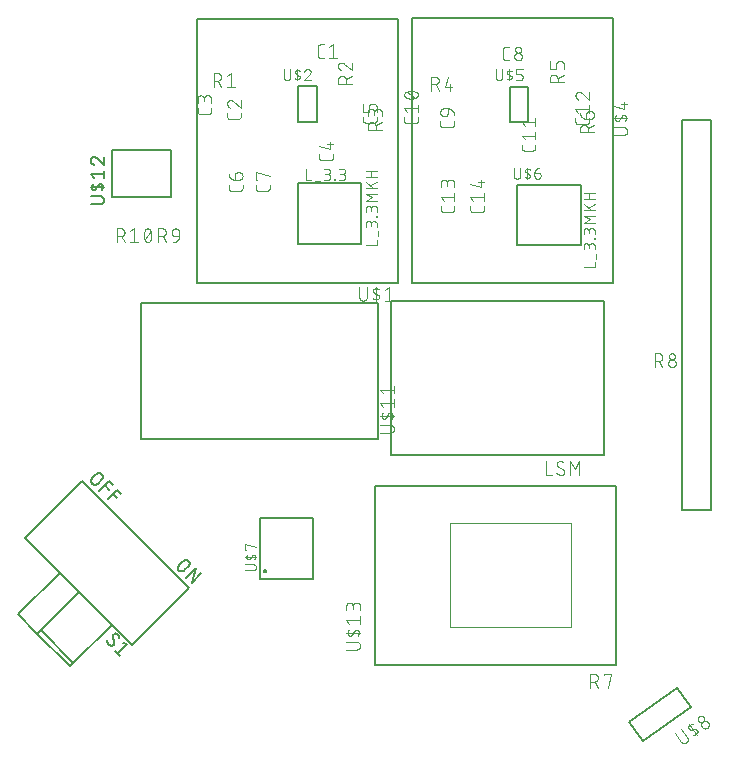
<source format=gbr>
G04 EAGLE Gerber RS-274X export*
G75*
%MOMM*%
%FSLAX34Y34*%
%LPD*%
%INSilkscreen Top*%
%IPPOS*%
%AMOC8*
5,1,8,0,0,1.08239X$1,22.5*%
G01*
%ADD10C,0.101600*%
%ADD11C,0.152400*%
%ADD12C,0.127000*%
%ADD13C,0.076200*%
%ADD14C,0.200000*%
%ADD15C,0.100000*%


D10*
X434551Y737858D02*
X431954Y737858D01*
X431855Y737860D01*
X431755Y737866D01*
X431656Y737875D01*
X431558Y737888D01*
X431460Y737905D01*
X431362Y737926D01*
X431266Y737951D01*
X431171Y737979D01*
X431077Y738011D01*
X430984Y738046D01*
X430892Y738085D01*
X430802Y738128D01*
X430714Y738173D01*
X430627Y738223D01*
X430543Y738275D01*
X430460Y738331D01*
X430380Y738389D01*
X430302Y738451D01*
X430227Y738516D01*
X430154Y738584D01*
X430084Y738654D01*
X430016Y738727D01*
X429951Y738802D01*
X429889Y738880D01*
X429831Y738960D01*
X429775Y739043D01*
X429723Y739127D01*
X429673Y739214D01*
X429628Y739302D01*
X429585Y739392D01*
X429546Y739484D01*
X429511Y739577D01*
X429479Y739671D01*
X429451Y739766D01*
X429426Y739862D01*
X429405Y739960D01*
X429388Y740058D01*
X429375Y740156D01*
X429366Y740255D01*
X429360Y740355D01*
X429358Y740454D01*
X429358Y746946D01*
X429360Y747045D01*
X429366Y747145D01*
X429375Y747244D01*
X429388Y747342D01*
X429405Y747440D01*
X429426Y747538D01*
X429451Y747634D01*
X429479Y747729D01*
X429511Y747823D01*
X429546Y747916D01*
X429585Y748008D01*
X429628Y748098D01*
X429673Y748186D01*
X429723Y748273D01*
X429775Y748357D01*
X429831Y748440D01*
X429889Y748520D01*
X429951Y748598D01*
X430016Y748673D01*
X430084Y748746D01*
X430154Y748816D01*
X430227Y748884D01*
X430302Y748949D01*
X430380Y749011D01*
X430460Y749069D01*
X430543Y749125D01*
X430627Y749177D01*
X430714Y749227D01*
X430802Y749272D01*
X430892Y749315D01*
X430984Y749354D01*
X431076Y749389D01*
X431171Y749421D01*
X431266Y749449D01*
X431362Y749474D01*
X431460Y749495D01*
X431558Y749512D01*
X431656Y749525D01*
X431755Y749534D01*
X431855Y749540D01*
X431954Y749542D01*
X434551Y749542D01*
X438916Y746946D02*
X442162Y749542D01*
X442162Y737858D01*
X445407Y737858D02*
X438916Y737858D01*
X514073Y687584D02*
X514073Y684988D01*
X514072Y684988D02*
X514070Y684889D01*
X514064Y684789D01*
X514055Y684690D01*
X514042Y684592D01*
X514025Y684494D01*
X514004Y684396D01*
X513979Y684300D01*
X513951Y684205D01*
X513919Y684111D01*
X513884Y684018D01*
X513845Y683926D01*
X513802Y683836D01*
X513757Y683748D01*
X513707Y683661D01*
X513655Y683577D01*
X513599Y683494D01*
X513541Y683414D01*
X513479Y683336D01*
X513414Y683261D01*
X513346Y683188D01*
X513276Y683118D01*
X513203Y683050D01*
X513128Y682985D01*
X513050Y682923D01*
X512970Y682865D01*
X512887Y682809D01*
X512803Y682757D01*
X512716Y682707D01*
X512628Y682662D01*
X512538Y682619D01*
X512446Y682580D01*
X512353Y682545D01*
X512259Y682513D01*
X512164Y682485D01*
X512068Y682460D01*
X511970Y682439D01*
X511872Y682422D01*
X511774Y682409D01*
X511675Y682400D01*
X511575Y682394D01*
X511476Y682392D01*
X504985Y682392D01*
X504985Y682391D02*
X504886Y682393D01*
X504786Y682399D01*
X504687Y682408D01*
X504589Y682421D01*
X504491Y682439D01*
X504393Y682459D01*
X504297Y682484D01*
X504201Y682512D01*
X504107Y682544D01*
X504014Y682579D01*
X503923Y682618D01*
X503833Y682661D01*
X503744Y682706D01*
X503658Y682756D01*
X503573Y682808D01*
X503491Y682864D01*
X503411Y682923D01*
X503333Y682984D01*
X503257Y683049D01*
X503184Y683117D01*
X503114Y683187D01*
X503046Y683260D01*
X502981Y683336D01*
X502920Y683414D01*
X502861Y683494D01*
X502805Y683576D01*
X502753Y683661D01*
X502704Y683747D01*
X502658Y683836D01*
X502615Y683926D01*
X502576Y684017D01*
X502541Y684110D01*
X502509Y684204D01*
X502481Y684300D01*
X502456Y684396D01*
X502436Y684494D01*
X502418Y684592D01*
X502405Y684690D01*
X502396Y684789D01*
X502390Y684888D01*
X502388Y684988D01*
X502389Y684988D02*
X502389Y687584D01*
X504985Y691950D02*
X502389Y695195D01*
X514073Y695195D01*
X514073Y691950D02*
X514073Y698441D01*
X508231Y703379D02*
X508001Y703382D01*
X507771Y703390D01*
X507542Y703404D01*
X507313Y703423D01*
X507084Y703448D01*
X506856Y703478D01*
X506629Y703513D01*
X506403Y703554D01*
X506178Y703600D01*
X505954Y703652D01*
X505731Y703709D01*
X505510Y703771D01*
X505290Y703839D01*
X505072Y703912D01*
X504856Y703990D01*
X504642Y704073D01*
X504430Y704161D01*
X504219Y704254D01*
X504012Y704353D01*
X504011Y704353D02*
X503921Y704386D01*
X503832Y704422D01*
X503744Y704462D01*
X503659Y704506D01*
X503575Y704553D01*
X503493Y704603D01*
X503413Y704657D01*
X503336Y704713D01*
X503260Y704773D01*
X503187Y704836D01*
X503117Y704901D01*
X503049Y704970D01*
X502985Y705041D01*
X502923Y705114D01*
X502864Y705190D01*
X502808Y705268D01*
X502755Y705349D01*
X502706Y705431D01*
X502660Y705515D01*
X502617Y705602D01*
X502578Y705689D01*
X502542Y705779D01*
X502510Y705869D01*
X502482Y705961D01*
X502457Y706054D01*
X502436Y706148D01*
X502419Y706242D01*
X502405Y706337D01*
X502396Y706433D01*
X502390Y706529D01*
X502388Y706625D01*
X502390Y706721D01*
X502396Y706817D01*
X502405Y706913D01*
X502419Y707008D01*
X502436Y707102D01*
X502457Y707196D01*
X502482Y707289D01*
X502510Y707381D01*
X502542Y707471D01*
X502578Y707561D01*
X502617Y707649D01*
X502660Y707735D01*
X502706Y707819D01*
X502755Y707901D01*
X502808Y707982D01*
X502864Y708060D01*
X502923Y708136D01*
X502985Y708209D01*
X503049Y708280D01*
X503117Y708349D01*
X503187Y708414D01*
X503260Y708477D01*
X503336Y708537D01*
X503413Y708593D01*
X503493Y708647D01*
X503575Y708697D01*
X503659Y708744D01*
X503744Y708788D01*
X503832Y708828D01*
X503921Y708864D01*
X504011Y708897D01*
X504012Y708897D02*
X504219Y708996D01*
X504430Y709089D01*
X504642Y709177D01*
X504856Y709260D01*
X505072Y709338D01*
X505290Y709411D01*
X505510Y709479D01*
X505731Y709541D01*
X505954Y709598D01*
X506178Y709650D01*
X506403Y709696D01*
X506629Y709737D01*
X506856Y709772D01*
X507084Y709802D01*
X507313Y709827D01*
X507542Y709846D01*
X507771Y709860D01*
X508001Y709868D01*
X508231Y709871D01*
X508231Y703379D02*
X508461Y703382D01*
X508691Y703390D01*
X508920Y703404D01*
X509149Y703423D01*
X509378Y703448D01*
X509606Y703478D01*
X509833Y703513D01*
X510059Y703554D01*
X510284Y703600D01*
X510508Y703652D01*
X510731Y703709D01*
X510952Y703771D01*
X511172Y703839D01*
X511390Y703912D01*
X511606Y703990D01*
X511820Y704073D01*
X512032Y704161D01*
X512243Y704254D01*
X512450Y704353D01*
X512540Y704386D01*
X512629Y704422D01*
X512717Y704463D01*
X512802Y704506D01*
X512886Y704553D01*
X512968Y704603D01*
X513048Y704657D01*
X513125Y704713D01*
X513201Y704773D01*
X513274Y704836D01*
X513344Y704901D01*
X513412Y704970D01*
X513476Y705041D01*
X513538Y705114D01*
X513597Y705190D01*
X513653Y705268D01*
X513706Y705349D01*
X513755Y705431D01*
X513801Y705515D01*
X513844Y705602D01*
X513883Y705689D01*
X513919Y705779D01*
X513951Y705869D01*
X513979Y705961D01*
X514004Y706054D01*
X514025Y706148D01*
X514042Y706242D01*
X514056Y706337D01*
X514065Y706433D01*
X514071Y706529D01*
X514073Y706625D01*
X512450Y708897D02*
X512243Y708996D01*
X512032Y709089D01*
X511820Y709177D01*
X511606Y709260D01*
X511390Y709338D01*
X511172Y709411D01*
X510952Y709479D01*
X510731Y709541D01*
X510508Y709598D01*
X510284Y709650D01*
X510059Y709696D01*
X509833Y709737D01*
X509606Y709772D01*
X509378Y709802D01*
X509149Y709827D01*
X508920Y709846D01*
X508691Y709860D01*
X508461Y709868D01*
X508231Y709871D01*
X512450Y708897D02*
X512540Y708864D01*
X512629Y708828D01*
X512717Y708788D01*
X512802Y708744D01*
X512886Y708697D01*
X512968Y708647D01*
X513048Y708593D01*
X513125Y708537D01*
X513201Y708477D01*
X513274Y708414D01*
X513344Y708349D01*
X513412Y708280D01*
X513476Y708209D01*
X513538Y708136D01*
X513597Y708060D01*
X513653Y707982D01*
X513706Y707901D01*
X513755Y707819D01*
X513801Y707735D01*
X513844Y707648D01*
X513883Y707561D01*
X513919Y707471D01*
X513951Y707381D01*
X513979Y707289D01*
X514004Y707196D01*
X514025Y707102D01*
X514042Y707008D01*
X514056Y706913D01*
X514065Y706817D01*
X514071Y706721D01*
X514073Y706625D01*
X511476Y704029D02*
X504985Y709222D01*
X613573Y664584D02*
X613573Y661988D01*
X613572Y661988D02*
X613570Y661889D01*
X613564Y661789D01*
X613555Y661690D01*
X613542Y661592D01*
X613525Y661494D01*
X613504Y661396D01*
X613479Y661300D01*
X613451Y661205D01*
X613419Y661111D01*
X613384Y661018D01*
X613345Y660926D01*
X613302Y660836D01*
X613257Y660748D01*
X613207Y660661D01*
X613155Y660577D01*
X613099Y660494D01*
X613041Y660414D01*
X612979Y660336D01*
X612914Y660261D01*
X612846Y660188D01*
X612776Y660118D01*
X612703Y660050D01*
X612628Y659985D01*
X612550Y659923D01*
X612470Y659865D01*
X612387Y659809D01*
X612303Y659757D01*
X612216Y659707D01*
X612128Y659662D01*
X612038Y659619D01*
X611946Y659580D01*
X611853Y659545D01*
X611759Y659513D01*
X611664Y659485D01*
X611568Y659460D01*
X611470Y659439D01*
X611372Y659422D01*
X611274Y659409D01*
X611175Y659400D01*
X611075Y659394D01*
X610976Y659392D01*
X604485Y659392D01*
X604485Y659391D02*
X604386Y659393D01*
X604286Y659399D01*
X604187Y659408D01*
X604089Y659421D01*
X603991Y659439D01*
X603893Y659459D01*
X603797Y659484D01*
X603701Y659512D01*
X603607Y659544D01*
X603514Y659579D01*
X603423Y659618D01*
X603333Y659661D01*
X603244Y659706D01*
X603158Y659756D01*
X603073Y659808D01*
X602991Y659864D01*
X602911Y659923D01*
X602833Y659984D01*
X602757Y660049D01*
X602684Y660117D01*
X602614Y660187D01*
X602546Y660260D01*
X602481Y660336D01*
X602420Y660414D01*
X602361Y660494D01*
X602305Y660576D01*
X602253Y660661D01*
X602204Y660747D01*
X602158Y660836D01*
X602115Y660926D01*
X602076Y661017D01*
X602041Y661110D01*
X602009Y661204D01*
X601981Y661300D01*
X601956Y661396D01*
X601936Y661494D01*
X601918Y661592D01*
X601905Y661690D01*
X601896Y661789D01*
X601890Y661888D01*
X601888Y661988D01*
X601889Y661988D02*
X601889Y664584D01*
X604485Y668950D02*
X601889Y672195D01*
X613573Y672195D01*
X613573Y668950D02*
X613573Y675441D01*
X604485Y680380D02*
X601889Y683625D01*
X613573Y683625D01*
X613573Y680380D02*
X613573Y686871D01*
X659073Y686784D02*
X659073Y684188D01*
X659072Y684188D02*
X659070Y684089D01*
X659064Y683989D01*
X659055Y683890D01*
X659042Y683792D01*
X659025Y683694D01*
X659004Y683596D01*
X658979Y683500D01*
X658951Y683405D01*
X658919Y683311D01*
X658884Y683218D01*
X658845Y683126D01*
X658802Y683036D01*
X658757Y682948D01*
X658707Y682861D01*
X658655Y682777D01*
X658599Y682694D01*
X658541Y682614D01*
X658479Y682536D01*
X658414Y682461D01*
X658346Y682388D01*
X658276Y682318D01*
X658203Y682250D01*
X658128Y682185D01*
X658050Y682123D01*
X657970Y682065D01*
X657887Y682009D01*
X657803Y681957D01*
X657716Y681907D01*
X657628Y681862D01*
X657538Y681819D01*
X657446Y681780D01*
X657353Y681745D01*
X657259Y681713D01*
X657164Y681685D01*
X657068Y681660D01*
X656970Y681639D01*
X656872Y681622D01*
X656774Y681609D01*
X656675Y681600D01*
X656575Y681594D01*
X656476Y681592D01*
X649985Y681592D01*
X649985Y681591D02*
X649886Y681593D01*
X649786Y681599D01*
X649687Y681608D01*
X649589Y681621D01*
X649491Y681639D01*
X649393Y681659D01*
X649297Y681684D01*
X649201Y681712D01*
X649107Y681744D01*
X649014Y681779D01*
X648923Y681818D01*
X648833Y681861D01*
X648744Y681906D01*
X648658Y681956D01*
X648573Y682008D01*
X648491Y682064D01*
X648411Y682123D01*
X648333Y682184D01*
X648257Y682249D01*
X648184Y682317D01*
X648114Y682387D01*
X648046Y682460D01*
X647981Y682536D01*
X647920Y682614D01*
X647861Y682694D01*
X647805Y682776D01*
X647753Y682861D01*
X647704Y682947D01*
X647658Y683036D01*
X647615Y683126D01*
X647576Y683217D01*
X647541Y683310D01*
X647509Y683404D01*
X647481Y683500D01*
X647456Y683596D01*
X647436Y683694D01*
X647418Y683792D01*
X647405Y683890D01*
X647396Y683989D01*
X647390Y684088D01*
X647388Y684188D01*
X647389Y684188D02*
X647389Y686784D01*
X649985Y691150D02*
X647389Y694395D01*
X659073Y694395D01*
X659073Y691150D02*
X659073Y697641D01*
X650310Y709071D02*
X650203Y709069D01*
X650097Y709063D01*
X649991Y709053D01*
X649885Y709040D01*
X649779Y709022D01*
X649675Y709001D01*
X649571Y708976D01*
X649468Y708947D01*
X649367Y708915D01*
X649267Y708878D01*
X649168Y708838D01*
X649070Y708795D01*
X648974Y708748D01*
X648880Y708697D01*
X648788Y708643D01*
X648698Y708586D01*
X648610Y708526D01*
X648525Y708462D01*
X648442Y708395D01*
X648361Y708325D01*
X648283Y708253D01*
X648207Y708177D01*
X648135Y708099D01*
X648065Y708018D01*
X647998Y707935D01*
X647934Y707850D01*
X647874Y707762D01*
X647817Y707672D01*
X647763Y707580D01*
X647712Y707486D01*
X647665Y707390D01*
X647622Y707292D01*
X647582Y707193D01*
X647545Y707093D01*
X647513Y706992D01*
X647484Y706889D01*
X647459Y706785D01*
X647438Y706681D01*
X647420Y706575D01*
X647407Y706469D01*
X647397Y706363D01*
X647391Y706257D01*
X647389Y706150D01*
X647388Y706150D02*
X647390Y706029D01*
X647396Y705908D01*
X647406Y705788D01*
X647419Y705667D01*
X647437Y705548D01*
X647458Y705428D01*
X647483Y705310D01*
X647512Y705193D01*
X647545Y705076D01*
X647581Y704961D01*
X647622Y704847D01*
X647665Y704734D01*
X647713Y704622D01*
X647764Y704513D01*
X647819Y704405D01*
X647877Y704298D01*
X647938Y704194D01*
X648003Y704092D01*
X648071Y703992D01*
X648142Y703894D01*
X648216Y703798D01*
X648293Y703705D01*
X648374Y703615D01*
X648457Y703527D01*
X648543Y703442D01*
X648632Y703359D01*
X648723Y703280D01*
X648817Y703203D01*
X648913Y703130D01*
X649011Y703060D01*
X649112Y702993D01*
X649215Y702929D01*
X649320Y702869D01*
X649427Y702811D01*
X649535Y702758D01*
X649645Y702708D01*
X649757Y702662D01*
X649870Y702619D01*
X649985Y702580D01*
X652582Y708096D02*
X652504Y708175D01*
X652424Y708251D01*
X652341Y708324D01*
X652255Y708394D01*
X652168Y708461D01*
X652077Y708525D01*
X651985Y708585D01*
X651891Y708643D01*
X651794Y708697D01*
X651696Y708747D01*
X651596Y708794D01*
X651495Y708838D01*
X651392Y708878D01*
X651287Y708914D01*
X651182Y708946D01*
X651075Y708975D01*
X650968Y709000D01*
X650859Y709022D01*
X650750Y709039D01*
X650641Y709053D01*
X650531Y709062D01*
X650420Y709068D01*
X650310Y709070D01*
X652582Y708097D02*
X659073Y702580D01*
X659073Y709071D01*
X544973Y612489D02*
X544973Y609893D01*
X544972Y609893D02*
X544970Y609794D01*
X544964Y609694D01*
X544955Y609595D01*
X544942Y609497D01*
X544925Y609399D01*
X544904Y609301D01*
X544879Y609205D01*
X544851Y609110D01*
X544819Y609016D01*
X544784Y608923D01*
X544745Y608831D01*
X544702Y608741D01*
X544657Y608653D01*
X544607Y608566D01*
X544555Y608482D01*
X544499Y608399D01*
X544441Y608319D01*
X544379Y608241D01*
X544314Y608166D01*
X544246Y608093D01*
X544176Y608023D01*
X544103Y607955D01*
X544028Y607890D01*
X543950Y607828D01*
X543870Y607770D01*
X543787Y607714D01*
X543703Y607662D01*
X543616Y607612D01*
X543528Y607567D01*
X543438Y607524D01*
X543346Y607485D01*
X543253Y607450D01*
X543159Y607418D01*
X543064Y607390D01*
X542968Y607365D01*
X542870Y607344D01*
X542772Y607327D01*
X542674Y607314D01*
X542575Y607305D01*
X542475Y607299D01*
X542376Y607297D01*
X542376Y607296D02*
X535885Y607296D01*
X535786Y607298D01*
X535686Y607304D01*
X535587Y607313D01*
X535489Y607326D01*
X535391Y607344D01*
X535293Y607364D01*
X535197Y607389D01*
X535101Y607417D01*
X535007Y607449D01*
X534914Y607484D01*
X534823Y607523D01*
X534733Y607566D01*
X534644Y607611D01*
X534558Y607661D01*
X534473Y607713D01*
X534391Y607769D01*
X534311Y607828D01*
X534233Y607889D01*
X534157Y607954D01*
X534084Y608022D01*
X534014Y608092D01*
X533946Y608165D01*
X533881Y608241D01*
X533820Y608319D01*
X533761Y608399D01*
X533705Y608481D01*
X533653Y608566D01*
X533604Y608652D01*
X533558Y608741D01*
X533515Y608831D01*
X533476Y608922D01*
X533441Y609015D01*
X533409Y609109D01*
X533381Y609205D01*
X533356Y609301D01*
X533336Y609399D01*
X533318Y609497D01*
X533305Y609595D01*
X533296Y609694D01*
X533290Y609793D01*
X533288Y609893D01*
X533289Y609893D02*
X533289Y612489D01*
X535885Y616855D02*
X533289Y620100D01*
X544973Y620100D01*
X544973Y616855D02*
X544973Y623346D01*
X544973Y628284D02*
X544973Y631530D01*
X544971Y631643D01*
X544965Y631756D01*
X544955Y631869D01*
X544941Y631982D01*
X544924Y632094D01*
X544902Y632205D01*
X544877Y632315D01*
X544847Y632425D01*
X544814Y632533D01*
X544777Y632640D01*
X544737Y632746D01*
X544692Y632850D01*
X544644Y632953D01*
X544593Y633054D01*
X544538Y633153D01*
X544480Y633250D01*
X544418Y633345D01*
X544353Y633438D01*
X544285Y633528D01*
X544214Y633616D01*
X544139Y633702D01*
X544062Y633785D01*
X543982Y633865D01*
X543899Y633942D01*
X543813Y634017D01*
X543725Y634088D01*
X543635Y634156D01*
X543542Y634221D01*
X543447Y634283D01*
X543350Y634341D01*
X543251Y634396D01*
X543150Y634447D01*
X543047Y634495D01*
X542943Y634540D01*
X542837Y634580D01*
X542730Y634617D01*
X542622Y634650D01*
X542512Y634680D01*
X542402Y634705D01*
X542291Y634727D01*
X542179Y634744D01*
X542066Y634758D01*
X541953Y634768D01*
X541840Y634774D01*
X541727Y634776D01*
X541614Y634774D01*
X541501Y634768D01*
X541388Y634758D01*
X541275Y634744D01*
X541163Y634727D01*
X541052Y634705D01*
X540942Y634680D01*
X540832Y634650D01*
X540724Y634617D01*
X540617Y634580D01*
X540511Y634540D01*
X540407Y634495D01*
X540304Y634447D01*
X540203Y634396D01*
X540104Y634341D01*
X540007Y634283D01*
X539912Y634221D01*
X539819Y634156D01*
X539729Y634088D01*
X539641Y634017D01*
X539555Y633942D01*
X539472Y633865D01*
X539392Y633785D01*
X539315Y633702D01*
X539240Y633616D01*
X539169Y633528D01*
X539101Y633438D01*
X539036Y633345D01*
X538974Y633250D01*
X538916Y633153D01*
X538861Y633054D01*
X538810Y632953D01*
X538762Y632850D01*
X538717Y632746D01*
X538677Y632640D01*
X538640Y632533D01*
X538607Y632425D01*
X538577Y632315D01*
X538552Y632205D01*
X538530Y632094D01*
X538513Y631982D01*
X538499Y631869D01*
X538489Y631756D01*
X538483Y631643D01*
X538481Y631530D01*
X533289Y632179D02*
X533289Y628284D01*
X533289Y632179D02*
X533291Y632280D01*
X533297Y632380D01*
X533307Y632480D01*
X533320Y632580D01*
X533338Y632679D01*
X533359Y632778D01*
X533384Y632875D01*
X533413Y632972D01*
X533446Y633067D01*
X533482Y633161D01*
X533522Y633253D01*
X533565Y633344D01*
X533612Y633433D01*
X533662Y633520D01*
X533716Y633606D01*
X533773Y633689D01*
X533833Y633769D01*
X533896Y633848D01*
X533963Y633924D01*
X534032Y633997D01*
X534104Y634067D01*
X534178Y634135D01*
X534255Y634200D01*
X534335Y634261D01*
X534417Y634320D01*
X534501Y634375D01*
X534587Y634427D01*
X534675Y634476D01*
X534765Y634521D01*
X534857Y634563D01*
X534950Y634601D01*
X535045Y634635D01*
X535140Y634666D01*
X535237Y634693D01*
X535335Y634716D01*
X535434Y634736D01*
X535534Y634751D01*
X535634Y634763D01*
X535734Y634771D01*
X535835Y634775D01*
X535935Y634775D01*
X536036Y634771D01*
X536136Y634763D01*
X536236Y634751D01*
X536336Y634736D01*
X536435Y634716D01*
X536533Y634693D01*
X536630Y634666D01*
X536725Y634635D01*
X536820Y634601D01*
X536913Y634563D01*
X537005Y634521D01*
X537095Y634476D01*
X537183Y634427D01*
X537269Y634375D01*
X537353Y634320D01*
X537435Y634261D01*
X537515Y634200D01*
X537592Y634135D01*
X537666Y634067D01*
X537738Y633997D01*
X537807Y633924D01*
X537874Y633848D01*
X537937Y633769D01*
X537997Y633689D01*
X538054Y633606D01*
X538108Y633520D01*
X538158Y633433D01*
X538205Y633344D01*
X538248Y633253D01*
X538288Y633161D01*
X538324Y633067D01*
X538357Y632972D01*
X538386Y632875D01*
X538411Y632778D01*
X538432Y632679D01*
X538450Y632580D01*
X538463Y632480D01*
X538473Y632380D01*
X538479Y632280D01*
X538481Y632179D01*
X538482Y632179D02*
X538482Y629583D01*
X569973Y612489D02*
X569973Y609893D01*
X569972Y609893D02*
X569970Y609794D01*
X569964Y609694D01*
X569955Y609595D01*
X569942Y609497D01*
X569925Y609399D01*
X569904Y609301D01*
X569879Y609205D01*
X569851Y609110D01*
X569819Y609016D01*
X569784Y608923D01*
X569745Y608831D01*
X569702Y608741D01*
X569657Y608653D01*
X569607Y608566D01*
X569555Y608482D01*
X569499Y608399D01*
X569441Y608319D01*
X569379Y608241D01*
X569314Y608166D01*
X569246Y608093D01*
X569176Y608023D01*
X569103Y607955D01*
X569028Y607890D01*
X568950Y607828D01*
X568870Y607770D01*
X568787Y607714D01*
X568703Y607662D01*
X568616Y607612D01*
X568528Y607567D01*
X568438Y607524D01*
X568346Y607485D01*
X568253Y607450D01*
X568159Y607418D01*
X568064Y607390D01*
X567968Y607365D01*
X567870Y607344D01*
X567772Y607327D01*
X567674Y607314D01*
X567575Y607305D01*
X567475Y607299D01*
X567376Y607297D01*
X567376Y607296D02*
X560885Y607296D01*
X560786Y607298D01*
X560686Y607304D01*
X560587Y607313D01*
X560489Y607326D01*
X560391Y607344D01*
X560293Y607364D01*
X560197Y607389D01*
X560101Y607417D01*
X560007Y607449D01*
X559914Y607484D01*
X559823Y607523D01*
X559733Y607566D01*
X559644Y607611D01*
X559558Y607661D01*
X559473Y607713D01*
X559391Y607769D01*
X559311Y607828D01*
X559233Y607889D01*
X559157Y607954D01*
X559084Y608022D01*
X559014Y608092D01*
X558946Y608165D01*
X558881Y608241D01*
X558820Y608319D01*
X558761Y608399D01*
X558705Y608481D01*
X558653Y608566D01*
X558604Y608652D01*
X558558Y608741D01*
X558515Y608831D01*
X558476Y608922D01*
X558441Y609015D01*
X558409Y609109D01*
X558381Y609205D01*
X558356Y609301D01*
X558336Y609399D01*
X558318Y609497D01*
X558305Y609595D01*
X558296Y609694D01*
X558290Y609793D01*
X558288Y609893D01*
X558289Y609893D02*
X558289Y612489D01*
X560885Y616855D02*
X558289Y620100D01*
X569973Y620100D01*
X569973Y616855D02*
X569973Y623346D01*
X567376Y628284D02*
X558289Y630881D01*
X567376Y628284D02*
X567376Y634776D01*
X564780Y632828D02*
X569973Y632828D01*
X364142Y688754D02*
X364142Y691351D01*
X364142Y688754D02*
X364140Y688655D01*
X364134Y688555D01*
X364125Y688456D01*
X364112Y688358D01*
X364095Y688260D01*
X364074Y688162D01*
X364049Y688066D01*
X364021Y687971D01*
X363989Y687877D01*
X363954Y687784D01*
X363915Y687692D01*
X363872Y687602D01*
X363827Y687514D01*
X363777Y687427D01*
X363725Y687343D01*
X363669Y687260D01*
X363611Y687180D01*
X363549Y687102D01*
X363484Y687027D01*
X363416Y686954D01*
X363346Y686884D01*
X363273Y686816D01*
X363198Y686751D01*
X363120Y686689D01*
X363040Y686631D01*
X362957Y686575D01*
X362873Y686523D01*
X362786Y686473D01*
X362698Y686428D01*
X362608Y686385D01*
X362516Y686346D01*
X362423Y686311D01*
X362329Y686279D01*
X362234Y686251D01*
X362138Y686226D01*
X362040Y686205D01*
X361942Y686188D01*
X361844Y686175D01*
X361745Y686166D01*
X361645Y686160D01*
X361546Y686158D01*
X355054Y686158D01*
X354955Y686160D01*
X354855Y686166D01*
X354756Y686175D01*
X354658Y686188D01*
X354560Y686206D01*
X354462Y686226D01*
X354366Y686251D01*
X354270Y686279D01*
X354176Y686311D01*
X354083Y686346D01*
X353992Y686385D01*
X353902Y686428D01*
X353813Y686473D01*
X353727Y686523D01*
X353642Y686575D01*
X353560Y686631D01*
X353480Y686690D01*
X353402Y686751D01*
X353326Y686816D01*
X353253Y686884D01*
X353183Y686954D01*
X353115Y687027D01*
X353050Y687103D01*
X352989Y687181D01*
X352930Y687261D01*
X352874Y687343D01*
X352822Y687428D01*
X352773Y687514D01*
X352727Y687603D01*
X352684Y687693D01*
X352645Y687784D01*
X352610Y687877D01*
X352578Y687971D01*
X352550Y688067D01*
X352525Y688163D01*
X352505Y688261D01*
X352487Y688359D01*
X352474Y688457D01*
X352465Y688556D01*
X352459Y688655D01*
X352457Y688755D01*
X352458Y688754D02*
X352458Y691351D01*
X352458Y699286D02*
X352460Y699393D01*
X352466Y699499D01*
X352476Y699605D01*
X352489Y699711D01*
X352507Y699817D01*
X352528Y699921D01*
X352553Y700025D01*
X352582Y700128D01*
X352614Y700229D01*
X352651Y700329D01*
X352691Y700428D01*
X352734Y700526D01*
X352781Y700622D01*
X352832Y700716D01*
X352886Y700808D01*
X352943Y700898D01*
X353003Y700986D01*
X353067Y701071D01*
X353134Y701154D01*
X353204Y701235D01*
X353276Y701313D01*
X353352Y701389D01*
X353430Y701461D01*
X353511Y701531D01*
X353594Y701598D01*
X353679Y701662D01*
X353767Y701722D01*
X353857Y701779D01*
X353949Y701833D01*
X354043Y701884D01*
X354139Y701931D01*
X354237Y701974D01*
X354336Y702014D01*
X354436Y702051D01*
X354537Y702083D01*
X354640Y702112D01*
X354744Y702137D01*
X354848Y702158D01*
X354954Y702176D01*
X355060Y702189D01*
X355166Y702199D01*
X355272Y702205D01*
X355379Y702207D01*
X352458Y699286D02*
X352460Y699165D01*
X352466Y699044D01*
X352476Y698924D01*
X352489Y698803D01*
X352507Y698684D01*
X352528Y698564D01*
X352553Y698446D01*
X352582Y698329D01*
X352615Y698212D01*
X352651Y698097D01*
X352692Y697983D01*
X352735Y697870D01*
X352783Y697758D01*
X352834Y697649D01*
X352889Y697541D01*
X352947Y697434D01*
X353008Y697330D01*
X353073Y697228D01*
X353141Y697128D01*
X353212Y697030D01*
X353286Y696934D01*
X353363Y696841D01*
X353444Y696751D01*
X353527Y696663D01*
X353613Y696578D01*
X353702Y696495D01*
X353793Y696416D01*
X353887Y696339D01*
X353983Y696266D01*
X354081Y696196D01*
X354182Y696129D01*
X354285Y696065D01*
X354390Y696005D01*
X354497Y695947D01*
X354605Y695894D01*
X354715Y695844D01*
X354827Y695798D01*
X354940Y695755D01*
X355055Y695716D01*
X357651Y701233D02*
X357573Y701312D01*
X357493Y701388D01*
X357410Y701461D01*
X357324Y701531D01*
X357237Y701598D01*
X357146Y701662D01*
X357054Y701722D01*
X356960Y701780D01*
X356863Y701834D01*
X356765Y701884D01*
X356665Y701931D01*
X356564Y701975D01*
X356461Y702015D01*
X356356Y702051D01*
X356251Y702083D01*
X356144Y702112D01*
X356037Y702137D01*
X355928Y702159D01*
X355819Y702176D01*
X355710Y702190D01*
X355600Y702199D01*
X355489Y702205D01*
X355379Y702207D01*
X357651Y701234D02*
X364142Y695716D01*
X364142Y702207D01*
X339142Y695351D02*
X339142Y692754D01*
X339140Y692655D01*
X339134Y692555D01*
X339125Y692456D01*
X339112Y692358D01*
X339095Y692260D01*
X339074Y692162D01*
X339049Y692066D01*
X339021Y691971D01*
X338989Y691877D01*
X338954Y691784D01*
X338915Y691692D01*
X338872Y691602D01*
X338827Y691514D01*
X338777Y691427D01*
X338725Y691343D01*
X338669Y691260D01*
X338611Y691180D01*
X338549Y691102D01*
X338484Y691027D01*
X338416Y690954D01*
X338346Y690884D01*
X338273Y690816D01*
X338198Y690751D01*
X338120Y690689D01*
X338040Y690631D01*
X337957Y690575D01*
X337873Y690523D01*
X337786Y690473D01*
X337698Y690428D01*
X337608Y690385D01*
X337516Y690346D01*
X337423Y690311D01*
X337329Y690279D01*
X337234Y690251D01*
X337138Y690226D01*
X337040Y690205D01*
X336942Y690188D01*
X336844Y690175D01*
X336745Y690166D01*
X336645Y690160D01*
X336546Y690158D01*
X330054Y690158D01*
X329955Y690160D01*
X329855Y690166D01*
X329756Y690175D01*
X329658Y690188D01*
X329560Y690206D01*
X329462Y690226D01*
X329366Y690251D01*
X329270Y690279D01*
X329176Y690311D01*
X329083Y690346D01*
X328992Y690385D01*
X328902Y690428D01*
X328813Y690473D01*
X328727Y690523D01*
X328642Y690575D01*
X328560Y690631D01*
X328480Y690690D01*
X328402Y690751D01*
X328326Y690816D01*
X328253Y690884D01*
X328183Y690954D01*
X328115Y691027D01*
X328050Y691103D01*
X327989Y691181D01*
X327930Y691261D01*
X327874Y691343D01*
X327822Y691428D01*
X327773Y691514D01*
X327727Y691603D01*
X327684Y691693D01*
X327645Y691784D01*
X327610Y691877D01*
X327578Y691971D01*
X327550Y692067D01*
X327525Y692163D01*
X327505Y692261D01*
X327487Y692359D01*
X327474Y692457D01*
X327465Y692556D01*
X327459Y692655D01*
X327457Y692755D01*
X327458Y692754D02*
X327458Y695351D01*
X339142Y699716D02*
X339142Y702962D01*
X339140Y703075D01*
X339134Y703188D01*
X339124Y703301D01*
X339110Y703414D01*
X339093Y703526D01*
X339071Y703637D01*
X339046Y703747D01*
X339016Y703857D01*
X338983Y703965D01*
X338946Y704072D01*
X338906Y704178D01*
X338861Y704282D01*
X338813Y704385D01*
X338762Y704486D01*
X338707Y704585D01*
X338649Y704682D01*
X338587Y704777D01*
X338522Y704870D01*
X338454Y704960D01*
X338383Y705048D01*
X338308Y705134D01*
X338231Y705217D01*
X338151Y705297D01*
X338068Y705374D01*
X337982Y705449D01*
X337894Y705520D01*
X337804Y705588D01*
X337711Y705653D01*
X337616Y705715D01*
X337519Y705773D01*
X337420Y705828D01*
X337319Y705879D01*
X337216Y705927D01*
X337112Y705972D01*
X337006Y706012D01*
X336899Y706049D01*
X336791Y706082D01*
X336681Y706112D01*
X336571Y706137D01*
X336460Y706159D01*
X336348Y706176D01*
X336235Y706190D01*
X336122Y706200D01*
X336009Y706206D01*
X335896Y706208D01*
X335783Y706206D01*
X335670Y706200D01*
X335557Y706190D01*
X335444Y706176D01*
X335332Y706159D01*
X335221Y706137D01*
X335111Y706112D01*
X335001Y706082D01*
X334893Y706049D01*
X334786Y706012D01*
X334680Y705972D01*
X334576Y705927D01*
X334473Y705879D01*
X334372Y705828D01*
X334273Y705773D01*
X334176Y705715D01*
X334081Y705653D01*
X333988Y705588D01*
X333898Y705520D01*
X333810Y705449D01*
X333724Y705374D01*
X333641Y705297D01*
X333561Y705217D01*
X333484Y705134D01*
X333409Y705048D01*
X333338Y704960D01*
X333270Y704870D01*
X333205Y704777D01*
X333143Y704682D01*
X333085Y704585D01*
X333030Y704486D01*
X332979Y704385D01*
X332931Y704282D01*
X332886Y704178D01*
X332846Y704072D01*
X332809Y703965D01*
X332776Y703857D01*
X332746Y703747D01*
X332721Y703637D01*
X332699Y703526D01*
X332682Y703414D01*
X332668Y703301D01*
X332658Y703188D01*
X332652Y703075D01*
X332650Y702962D01*
X327458Y703611D02*
X327458Y699716D01*
X327458Y703611D02*
X327460Y703712D01*
X327466Y703812D01*
X327476Y703912D01*
X327489Y704012D01*
X327507Y704111D01*
X327528Y704210D01*
X327553Y704307D01*
X327582Y704404D01*
X327615Y704499D01*
X327651Y704593D01*
X327691Y704685D01*
X327734Y704776D01*
X327781Y704865D01*
X327831Y704952D01*
X327885Y705038D01*
X327942Y705121D01*
X328002Y705201D01*
X328065Y705280D01*
X328132Y705356D01*
X328201Y705429D01*
X328273Y705499D01*
X328347Y705567D01*
X328424Y705632D01*
X328504Y705693D01*
X328586Y705752D01*
X328670Y705807D01*
X328756Y705859D01*
X328844Y705908D01*
X328934Y705953D01*
X329026Y705995D01*
X329119Y706033D01*
X329214Y706067D01*
X329309Y706098D01*
X329406Y706125D01*
X329504Y706148D01*
X329603Y706168D01*
X329703Y706183D01*
X329803Y706195D01*
X329903Y706203D01*
X330004Y706207D01*
X330104Y706207D01*
X330205Y706203D01*
X330305Y706195D01*
X330405Y706183D01*
X330505Y706168D01*
X330604Y706148D01*
X330702Y706125D01*
X330799Y706098D01*
X330894Y706067D01*
X330989Y706033D01*
X331082Y705995D01*
X331174Y705953D01*
X331264Y705908D01*
X331352Y705859D01*
X331438Y705807D01*
X331522Y705752D01*
X331604Y705693D01*
X331684Y705632D01*
X331761Y705567D01*
X331835Y705499D01*
X331907Y705429D01*
X331976Y705356D01*
X332043Y705280D01*
X332106Y705201D01*
X332166Y705121D01*
X332223Y705038D01*
X332277Y704952D01*
X332327Y704865D01*
X332374Y704776D01*
X332417Y704685D01*
X332457Y704593D01*
X332493Y704499D01*
X332526Y704404D01*
X332555Y704307D01*
X332580Y704210D01*
X332601Y704111D01*
X332619Y704012D01*
X332632Y703912D01*
X332642Y703812D01*
X332648Y703712D01*
X332650Y703611D01*
X332651Y703611D02*
X332651Y701014D01*
X442142Y656251D02*
X442142Y653654D01*
X442140Y653555D01*
X442134Y653455D01*
X442125Y653356D01*
X442112Y653258D01*
X442095Y653160D01*
X442074Y653062D01*
X442049Y652966D01*
X442021Y652871D01*
X441989Y652777D01*
X441954Y652684D01*
X441915Y652592D01*
X441872Y652502D01*
X441827Y652414D01*
X441777Y652327D01*
X441725Y652243D01*
X441669Y652160D01*
X441611Y652080D01*
X441549Y652002D01*
X441484Y651927D01*
X441416Y651854D01*
X441346Y651784D01*
X441273Y651716D01*
X441198Y651651D01*
X441120Y651589D01*
X441040Y651531D01*
X440957Y651475D01*
X440873Y651423D01*
X440786Y651373D01*
X440698Y651328D01*
X440608Y651285D01*
X440516Y651246D01*
X440423Y651211D01*
X440329Y651179D01*
X440234Y651151D01*
X440138Y651126D01*
X440040Y651105D01*
X439942Y651088D01*
X439844Y651075D01*
X439745Y651066D01*
X439645Y651060D01*
X439546Y651058D01*
X433054Y651058D01*
X432955Y651060D01*
X432855Y651066D01*
X432756Y651075D01*
X432658Y651088D01*
X432560Y651106D01*
X432462Y651126D01*
X432366Y651151D01*
X432270Y651179D01*
X432176Y651211D01*
X432083Y651246D01*
X431992Y651285D01*
X431902Y651328D01*
X431813Y651373D01*
X431727Y651423D01*
X431642Y651475D01*
X431560Y651531D01*
X431480Y651590D01*
X431402Y651651D01*
X431326Y651716D01*
X431253Y651784D01*
X431183Y651854D01*
X431115Y651927D01*
X431050Y652003D01*
X430989Y652081D01*
X430930Y652161D01*
X430874Y652243D01*
X430822Y652328D01*
X430773Y652414D01*
X430727Y652503D01*
X430684Y652593D01*
X430645Y652684D01*
X430610Y652777D01*
X430578Y652871D01*
X430550Y652967D01*
X430525Y653063D01*
X430505Y653161D01*
X430487Y653259D01*
X430474Y653357D01*
X430465Y653456D01*
X430459Y653555D01*
X430457Y653655D01*
X430458Y653654D02*
X430458Y656251D01*
X430458Y663213D02*
X439546Y660616D01*
X439546Y667107D01*
X436949Y665160D02*
X442142Y665160D01*
X479142Y685554D02*
X479142Y688151D01*
X479142Y685554D02*
X479140Y685455D01*
X479134Y685355D01*
X479125Y685256D01*
X479112Y685158D01*
X479095Y685060D01*
X479074Y684962D01*
X479049Y684866D01*
X479021Y684771D01*
X478989Y684677D01*
X478954Y684584D01*
X478915Y684492D01*
X478872Y684402D01*
X478827Y684314D01*
X478777Y684227D01*
X478725Y684143D01*
X478669Y684060D01*
X478611Y683980D01*
X478549Y683902D01*
X478484Y683827D01*
X478416Y683754D01*
X478346Y683684D01*
X478273Y683616D01*
X478198Y683551D01*
X478120Y683489D01*
X478040Y683431D01*
X477957Y683375D01*
X477873Y683323D01*
X477786Y683273D01*
X477698Y683228D01*
X477608Y683185D01*
X477516Y683146D01*
X477423Y683111D01*
X477329Y683079D01*
X477234Y683051D01*
X477138Y683026D01*
X477040Y683005D01*
X476942Y682988D01*
X476844Y682975D01*
X476745Y682966D01*
X476645Y682960D01*
X476546Y682958D01*
X470054Y682958D01*
X469955Y682960D01*
X469855Y682966D01*
X469756Y682975D01*
X469658Y682988D01*
X469560Y683006D01*
X469462Y683026D01*
X469366Y683051D01*
X469270Y683079D01*
X469176Y683111D01*
X469083Y683146D01*
X468992Y683185D01*
X468902Y683228D01*
X468813Y683273D01*
X468727Y683323D01*
X468642Y683375D01*
X468560Y683431D01*
X468480Y683490D01*
X468402Y683551D01*
X468326Y683616D01*
X468253Y683684D01*
X468183Y683754D01*
X468115Y683827D01*
X468050Y683903D01*
X467989Y683981D01*
X467930Y684061D01*
X467874Y684143D01*
X467822Y684228D01*
X467773Y684314D01*
X467727Y684403D01*
X467684Y684493D01*
X467645Y684584D01*
X467610Y684677D01*
X467578Y684771D01*
X467550Y684867D01*
X467525Y684963D01*
X467505Y685061D01*
X467487Y685159D01*
X467474Y685257D01*
X467465Y685356D01*
X467459Y685455D01*
X467457Y685555D01*
X467458Y685554D02*
X467458Y688151D01*
X479142Y692516D02*
X479142Y696411D01*
X479140Y696510D01*
X479134Y696610D01*
X479125Y696709D01*
X479112Y696807D01*
X479095Y696905D01*
X479074Y697003D01*
X479049Y697099D01*
X479021Y697194D01*
X478989Y697288D01*
X478954Y697381D01*
X478915Y697473D01*
X478872Y697563D01*
X478827Y697651D01*
X478777Y697738D01*
X478725Y697822D01*
X478669Y697905D01*
X478611Y697985D01*
X478549Y698063D01*
X478484Y698138D01*
X478416Y698211D01*
X478346Y698281D01*
X478273Y698349D01*
X478198Y698414D01*
X478120Y698476D01*
X478040Y698534D01*
X477957Y698590D01*
X477873Y698642D01*
X477786Y698692D01*
X477698Y698737D01*
X477608Y698780D01*
X477516Y698819D01*
X477423Y698854D01*
X477329Y698886D01*
X477234Y698914D01*
X477138Y698939D01*
X477040Y698960D01*
X476942Y698977D01*
X476844Y698990D01*
X476745Y698999D01*
X476645Y699005D01*
X476546Y699007D01*
X475247Y699007D01*
X475148Y699005D01*
X475048Y698999D01*
X474949Y698990D01*
X474851Y698977D01*
X474753Y698960D01*
X474655Y698939D01*
X474559Y698914D01*
X474464Y698886D01*
X474370Y698854D01*
X474277Y698819D01*
X474185Y698780D01*
X474095Y698737D01*
X474007Y698692D01*
X473920Y698642D01*
X473836Y698590D01*
X473753Y698534D01*
X473673Y698476D01*
X473595Y698414D01*
X473520Y698349D01*
X473447Y698281D01*
X473377Y698211D01*
X473309Y698138D01*
X473244Y698063D01*
X473182Y697985D01*
X473124Y697905D01*
X473068Y697822D01*
X473016Y697738D01*
X472966Y697651D01*
X472921Y697563D01*
X472878Y697473D01*
X472839Y697381D01*
X472804Y697288D01*
X472772Y697194D01*
X472744Y697099D01*
X472719Y697003D01*
X472698Y696905D01*
X472681Y696807D01*
X472668Y696709D01*
X472659Y696610D01*
X472653Y696510D01*
X472651Y696411D01*
X472651Y692516D01*
X467458Y692516D01*
X467458Y699007D01*
X365542Y630286D02*
X365542Y627689D01*
X365540Y627590D01*
X365534Y627490D01*
X365525Y627391D01*
X365512Y627293D01*
X365495Y627195D01*
X365474Y627097D01*
X365449Y627001D01*
X365421Y626906D01*
X365389Y626812D01*
X365354Y626719D01*
X365315Y626627D01*
X365272Y626537D01*
X365227Y626449D01*
X365177Y626362D01*
X365125Y626278D01*
X365069Y626195D01*
X365011Y626115D01*
X364949Y626037D01*
X364884Y625962D01*
X364816Y625889D01*
X364746Y625819D01*
X364673Y625751D01*
X364598Y625686D01*
X364520Y625624D01*
X364440Y625566D01*
X364357Y625510D01*
X364273Y625458D01*
X364186Y625408D01*
X364098Y625363D01*
X364008Y625320D01*
X363916Y625281D01*
X363823Y625246D01*
X363729Y625214D01*
X363634Y625186D01*
X363538Y625161D01*
X363440Y625140D01*
X363342Y625123D01*
X363244Y625110D01*
X363145Y625101D01*
X363045Y625095D01*
X362946Y625093D01*
X356454Y625093D01*
X356454Y625092D02*
X356355Y625094D01*
X356255Y625100D01*
X356156Y625109D01*
X356058Y625122D01*
X355960Y625140D01*
X355862Y625160D01*
X355766Y625185D01*
X355670Y625213D01*
X355576Y625245D01*
X355483Y625280D01*
X355392Y625319D01*
X355302Y625362D01*
X355213Y625407D01*
X355127Y625457D01*
X355042Y625509D01*
X354960Y625565D01*
X354880Y625624D01*
X354802Y625685D01*
X354726Y625750D01*
X354653Y625818D01*
X354583Y625888D01*
X354515Y625961D01*
X354450Y626037D01*
X354389Y626115D01*
X354330Y626195D01*
X354274Y626277D01*
X354222Y626362D01*
X354173Y626448D01*
X354127Y626537D01*
X354084Y626627D01*
X354045Y626718D01*
X354010Y626811D01*
X353978Y626905D01*
X353950Y627001D01*
X353925Y627097D01*
X353905Y627195D01*
X353887Y627293D01*
X353874Y627391D01*
X353865Y627490D01*
X353859Y627589D01*
X353857Y627689D01*
X353858Y627689D02*
X353858Y630286D01*
X359051Y634651D02*
X359051Y638546D01*
X359053Y638645D01*
X359059Y638745D01*
X359068Y638844D01*
X359081Y638942D01*
X359098Y639040D01*
X359119Y639138D01*
X359144Y639234D01*
X359172Y639329D01*
X359204Y639423D01*
X359239Y639516D01*
X359278Y639608D01*
X359321Y639698D01*
X359366Y639786D01*
X359416Y639873D01*
X359468Y639957D01*
X359524Y640040D01*
X359582Y640120D01*
X359644Y640198D01*
X359709Y640273D01*
X359777Y640346D01*
X359847Y640416D01*
X359920Y640484D01*
X359995Y640549D01*
X360073Y640611D01*
X360153Y640669D01*
X360236Y640725D01*
X360320Y640777D01*
X360407Y640827D01*
X360495Y640872D01*
X360585Y640915D01*
X360677Y640954D01*
X360770Y640989D01*
X360864Y641021D01*
X360959Y641049D01*
X361055Y641074D01*
X361153Y641095D01*
X361251Y641112D01*
X361349Y641125D01*
X361448Y641134D01*
X361548Y641140D01*
X361647Y641142D01*
X362296Y641142D01*
X362409Y641140D01*
X362522Y641134D01*
X362635Y641124D01*
X362748Y641110D01*
X362860Y641093D01*
X362971Y641071D01*
X363081Y641046D01*
X363191Y641016D01*
X363299Y640983D01*
X363406Y640946D01*
X363512Y640906D01*
X363616Y640861D01*
X363719Y640813D01*
X363820Y640762D01*
X363919Y640707D01*
X364016Y640649D01*
X364111Y640587D01*
X364204Y640522D01*
X364294Y640454D01*
X364382Y640383D01*
X364468Y640308D01*
X364551Y640231D01*
X364631Y640151D01*
X364708Y640068D01*
X364783Y639982D01*
X364854Y639894D01*
X364922Y639804D01*
X364987Y639711D01*
X365049Y639616D01*
X365107Y639519D01*
X365162Y639420D01*
X365213Y639319D01*
X365261Y639216D01*
X365306Y639112D01*
X365346Y639006D01*
X365383Y638899D01*
X365416Y638791D01*
X365446Y638681D01*
X365471Y638571D01*
X365493Y638460D01*
X365510Y638348D01*
X365524Y638235D01*
X365534Y638122D01*
X365540Y638009D01*
X365542Y637896D01*
X365540Y637783D01*
X365534Y637670D01*
X365524Y637557D01*
X365510Y637444D01*
X365493Y637332D01*
X365471Y637221D01*
X365446Y637111D01*
X365416Y637001D01*
X365383Y636893D01*
X365346Y636786D01*
X365306Y636680D01*
X365261Y636576D01*
X365213Y636473D01*
X365162Y636372D01*
X365107Y636273D01*
X365049Y636176D01*
X364987Y636081D01*
X364922Y635988D01*
X364854Y635898D01*
X364783Y635810D01*
X364708Y635724D01*
X364631Y635641D01*
X364551Y635561D01*
X364468Y635484D01*
X364382Y635409D01*
X364294Y635338D01*
X364204Y635270D01*
X364111Y635205D01*
X364016Y635143D01*
X363919Y635085D01*
X363820Y635030D01*
X363719Y634979D01*
X363616Y634931D01*
X363512Y634886D01*
X363406Y634846D01*
X363299Y634809D01*
X363191Y634776D01*
X363081Y634746D01*
X362971Y634721D01*
X362860Y634699D01*
X362748Y634682D01*
X362635Y634668D01*
X362522Y634658D01*
X362409Y634652D01*
X362296Y634650D01*
X362296Y634651D02*
X359051Y634651D01*
X358908Y634653D01*
X358765Y634659D01*
X358622Y634669D01*
X358480Y634683D01*
X358338Y634700D01*
X358196Y634722D01*
X358055Y634747D01*
X357915Y634777D01*
X357776Y634810D01*
X357638Y634847D01*
X357501Y634888D01*
X357365Y634932D01*
X357230Y634981D01*
X357097Y635033D01*
X356965Y635088D01*
X356835Y635148D01*
X356706Y635211D01*
X356579Y635277D01*
X356455Y635347D01*
X356332Y635420D01*
X356211Y635497D01*
X356092Y635576D01*
X355976Y635660D01*
X355861Y635746D01*
X355750Y635835D01*
X355641Y635928D01*
X355534Y636023D01*
X355430Y636122D01*
X355329Y636223D01*
X355230Y636327D01*
X355135Y636433D01*
X355042Y636543D01*
X354953Y636654D01*
X354867Y636768D01*
X354784Y636885D01*
X354704Y637004D01*
X354627Y637125D01*
X354554Y637247D01*
X354484Y637372D01*
X354418Y637499D01*
X354355Y637628D01*
X354295Y637758D01*
X354240Y637890D01*
X354188Y638023D01*
X354139Y638158D01*
X354095Y638294D01*
X354054Y638431D01*
X354017Y638569D01*
X353984Y638708D01*
X353954Y638848D01*
X353929Y638989D01*
X353907Y639131D01*
X353890Y639273D01*
X353876Y639415D01*
X353866Y639558D01*
X353860Y639701D01*
X353858Y639844D01*
X388542Y630386D02*
X388542Y627789D01*
X388540Y627690D01*
X388534Y627590D01*
X388525Y627491D01*
X388512Y627393D01*
X388495Y627295D01*
X388474Y627197D01*
X388449Y627101D01*
X388421Y627006D01*
X388389Y626912D01*
X388354Y626819D01*
X388315Y626727D01*
X388272Y626637D01*
X388227Y626549D01*
X388177Y626462D01*
X388125Y626378D01*
X388069Y626295D01*
X388011Y626215D01*
X387949Y626137D01*
X387884Y626062D01*
X387816Y625989D01*
X387746Y625919D01*
X387673Y625851D01*
X387598Y625786D01*
X387520Y625724D01*
X387440Y625666D01*
X387357Y625610D01*
X387273Y625558D01*
X387186Y625508D01*
X387098Y625463D01*
X387008Y625420D01*
X386916Y625381D01*
X386823Y625346D01*
X386729Y625314D01*
X386634Y625286D01*
X386538Y625261D01*
X386440Y625240D01*
X386342Y625223D01*
X386244Y625210D01*
X386145Y625201D01*
X386045Y625195D01*
X385946Y625193D01*
X379454Y625193D01*
X379454Y625192D02*
X379355Y625194D01*
X379255Y625200D01*
X379156Y625209D01*
X379058Y625222D01*
X378960Y625240D01*
X378862Y625260D01*
X378766Y625285D01*
X378670Y625313D01*
X378576Y625345D01*
X378483Y625380D01*
X378392Y625419D01*
X378302Y625462D01*
X378213Y625507D01*
X378127Y625557D01*
X378042Y625609D01*
X377960Y625665D01*
X377880Y625724D01*
X377802Y625785D01*
X377726Y625850D01*
X377653Y625918D01*
X377583Y625988D01*
X377515Y626061D01*
X377450Y626137D01*
X377389Y626215D01*
X377330Y626295D01*
X377274Y626377D01*
X377222Y626462D01*
X377173Y626548D01*
X377127Y626637D01*
X377084Y626727D01*
X377045Y626818D01*
X377010Y626911D01*
X376978Y627005D01*
X376950Y627101D01*
X376925Y627197D01*
X376905Y627295D01*
X376887Y627393D01*
X376874Y627491D01*
X376865Y627590D01*
X376859Y627689D01*
X376857Y627789D01*
X376858Y627789D02*
X376858Y630386D01*
X376858Y634751D02*
X378156Y634751D01*
X376858Y634751D02*
X376858Y641242D01*
X388542Y637996D01*
X588685Y735792D02*
X591282Y735792D01*
X588685Y735792D02*
X588586Y735794D01*
X588486Y735800D01*
X588387Y735809D01*
X588289Y735822D01*
X588191Y735839D01*
X588093Y735860D01*
X587997Y735885D01*
X587902Y735913D01*
X587808Y735945D01*
X587715Y735980D01*
X587623Y736019D01*
X587533Y736062D01*
X587445Y736107D01*
X587358Y736157D01*
X587274Y736209D01*
X587191Y736265D01*
X587111Y736323D01*
X587033Y736385D01*
X586958Y736450D01*
X586885Y736518D01*
X586815Y736588D01*
X586747Y736661D01*
X586682Y736736D01*
X586620Y736814D01*
X586562Y736894D01*
X586506Y736977D01*
X586454Y737061D01*
X586404Y737148D01*
X586359Y737236D01*
X586316Y737326D01*
X586277Y737418D01*
X586242Y737511D01*
X586210Y737605D01*
X586182Y737700D01*
X586157Y737796D01*
X586136Y737894D01*
X586119Y737992D01*
X586106Y738090D01*
X586097Y738189D01*
X586091Y738289D01*
X586089Y738388D01*
X586089Y744879D01*
X586091Y744978D01*
X586097Y745078D01*
X586106Y745177D01*
X586119Y745275D01*
X586136Y745373D01*
X586157Y745471D01*
X586182Y745567D01*
X586210Y745662D01*
X586242Y745756D01*
X586277Y745849D01*
X586316Y745941D01*
X586359Y746031D01*
X586404Y746119D01*
X586454Y746206D01*
X586506Y746290D01*
X586562Y746373D01*
X586620Y746453D01*
X586682Y746531D01*
X586747Y746606D01*
X586815Y746679D01*
X586885Y746749D01*
X586958Y746817D01*
X587033Y746882D01*
X587111Y746944D01*
X587191Y747002D01*
X587274Y747058D01*
X587358Y747110D01*
X587445Y747160D01*
X587533Y747205D01*
X587623Y747248D01*
X587715Y747287D01*
X587807Y747322D01*
X587902Y747354D01*
X587997Y747382D01*
X588093Y747407D01*
X588191Y747428D01*
X588289Y747445D01*
X588387Y747458D01*
X588486Y747467D01*
X588586Y747473D01*
X588685Y747475D01*
X588685Y747476D02*
X591282Y747476D01*
X595647Y739037D02*
X595649Y739150D01*
X595655Y739263D01*
X595665Y739376D01*
X595679Y739489D01*
X595696Y739601D01*
X595718Y739712D01*
X595743Y739822D01*
X595773Y739932D01*
X595806Y740040D01*
X595843Y740147D01*
X595883Y740253D01*
X595928Y740357D01*
X595976Y740460D01*
X596027Y740561D01*
X596082Y740660D01*
X596140Y740757D01*
X596202Y740852D01*
X596267Y740945D01*
X596335Y741035D01*
X596406Y741123D01*
X596481Y741209D01*
X596558Y741292D01*
X596638Y741372D01*
X596721Y741449D01*
X596807Y741524D01*
X596895Y741595D01*
X596985Y741663D01*
X597078Y741728D01*
X597173Y741790D01*
X597270Y741848D01*
X597369Y741903D01*
X597470Y741954D01*
X597573Y742002D01*
X597677Y742047D01*
X597783Y742087D01*
X597890Y742124D01*
X597998Y742157D01*
X598108Y742187D01*
X598218Y742212D01*
X598329Y742234D01*
X598441Y742251D01*
X598554Y742265D01*
X598667Y742275D01*
X598780Y742281D01*
X598893Y742283D01*
X599006Y742281D01*
X599119Y742275D01*
X599232Y742265D01*
X599345Y742251D01*
X599457Y742234D01*
X599568Y742212D01*
X599678Y742187D01*
X599788Y742157D01*
X599896Y742124D01*
X600003Y742087D01*
X600109Y742047D01*
X600213Y742002D01*
X600316Y741954D01*
X600417Y741903D01*
X600516Y741848D01*
X600613Y741790D01*
X600708Y741728D01*
X600801Y741663D01*
X600891Y741595D01*
X600979Y741524D01*
X601065Y741449D01*
X601148Y741372D01*
X601228Y741292D01*
X601305Y741209D01*
X601380Y741123D01*
X601451Y741035D01*
X601519Y740945D01*
X601584Y740852D01*
X601646Y740757D01*
X601704Y740660D01*
X601759Y740561D01*
X601810Y740460D01*
X601858Y740357D01*
X601903Y740253D01*
X601943Y740147D01*
X601980Y740040D01*
X602013Y739932D01*
X602043Y739822D01*
X602068Y739712D01*
X602090Y739601D01*
X602107Y739489D01*
X602121Y739376D01*
X602131Y739263D01*
X602137Y739150D01*
X602139Y739037D01*
X602137Y738924D01*
X602131Y738811D01*
X602121Y738698D01*
X602107Y738585D01*
X602090Y738473D01*
X602068Y738362D01*
X602043Y738252D01*
X602013Y738142D01*
X601980Y738034D01*
X601943Y737927D01*
X601903Y737821D01*
X601858Y737717D01*
X601810Y737614D01*
X601759Y737513D01*
X601704Y737414D01*
X601646Y737317D01*
X601584Y737222D01*
X601519Y737129D01*
X601451Y737039D01*
X601380Y736951D01*
X601305Y736865D01*
X601228Y736782D01*
X601148Y736702D01*
X601065Y736625D01*
X600979Y736550D01*
X600891Y736479D01*
X600801Y736411D01*
X600708Y736346D01*
X600613Y736284D01*
X600516Y736226D01*
X600417Y736171D01*
X600316Y736120D01*
X600213Y736072D01*
X600109Y736027D01*
X600003Y735987D01*
X599896Y735950D01*
X599788Y735917D01*
X599678Y735887D01*
X599568Y735862D01*
X599457Y735840D01*
X599345Y735823D01*
X599232Y735809D01*
X599119Y735799D01*
X599006Y735793D01*
X598893Y735791D01*
X598780Y735793D01*
X598667Y735799D01*
X598554Y735809D01*
X598441Y735823D01*
X598329Y735840D01*
X598218Y735862D01*
X598108Y735887D01*
X597998Y735917D01*
X597890Y735950D01*
X597783Y735987D01*
X597677Y736027D01*
X597573Y736072D01*
X597470Y736120D01*
X597369Y736171D01*
X597270Y736226D01*
X597173Y736284D01*
X597078Y736346D01*
X596985Y736411D01*
X596895Y736479D01*
X596807Y736550D01*
X596721Y736625D01*
X596638Y736702D01*
X596558Y736782D01*
X596481Y736865D01*
X596406Y736951D01*
X596335Y737039D01*
X596267Y737129D01*
X596202Y737222D01*
X596140Y737317D01*
X596082Y737414D01*
X596027Y737513D01*
X595976Y737614D01*
X595928Y737717D01*
X595883Y737821D01*
X595843Y737927D01*
X595806Y738034D01*
X595773Y738142D01*
X595743Y738252D01*
X595718Y738362D01*
X595696Y738473D01*
X595679Y738585D01*
X595665Y738698D01*
X595655Y738811D01*
X595649Y738924D01*
X595647Y739037D01*
X596297Y744879D02*
X596299Y744980D01*
X596305Y745080D01*
X596315Y745180D01*
X596328Y745280D01*
X596346Y745379D01*
X596367Y745478D01*
X596392Y745575D01*
X596421Y745672D01*
X596454Y745767D01*
X596490Y745861D01*
X596530Y745953D01*
X596573Y746044D01*
X596620Y746133D01*
X596670Y746220D01*
X596724Y746306D01*
X596781Y746389D01*
X596841Y746469D01*
X596904Y746548D01*
X596971Y746624D01*
X597040Y746697D01*
X597112Y746767D01*
X597186Y746835D01*
X597263Y746900D01*
X597343Y746961D01*
X597425Y747020D01*
X597509Y747075D01*
X597595Y747127D01*
X597683Y747176D01*
X597773Y747221D01*
X597865Y747263D01*
X597958Y747301D01*
X598053Y747335D01*
X598148Y747366D01*
X598245Y747393D01*
X598343Y747416D01*
X598442Y747436D01*
X598542Y747451D01*
X598642Y747463D01*
X598742Y747471D01*
X598843Y747475D01*
X598943Y747475D01*
X599044Y747471D01*
X599144Y747463D01*
X599244Y747451D01*
X599344Y747436D01*
X599443Y747416D01*
X599541Y747393D01*
X599638Y747366D01*
X599733Y747335D01*
X599828Y747301D01*
X599921Y747263D01*
X600013Y747221D01*
X600103Y747176D01*
X600191Y747127D01*
X600277Y747075D01*
X600361Y747020D01*
X600443Y746961D01*
X600523Y746900D01*
X600600Y746835D01*
X600674Y746767D01*
X600746Y746697D01*
X600815Y746624D01*
X600882Y746548D01*
X600945Y746469D01*
X601005Y746389D01*
X601062Y746306D01*
X601116Y746220D01*
X601166Y746133D01*
X601213Y746044D01*
X601256Y745953D01*
X601296Y745861D01*
X601332Y745767D01*
X601365Y745672D01*
X601394Y745575D01*
X601419Y745478D01*
X601440Y745379D01*
X601458Y745280D01*
X601471Y745180D01*
X601481Y745080D01*
X601487Y744980D01*
X601489Y744879D01*
X601487Y744778D01*
X601481Y744678D01*
X601471Y744578D01*
X601458Y744478D01*
X601440Y744379D01*
X601419Y744280D01*
X601394Y744183D01*
X601365Y744086D01*
X601332Y743991D01*
X601296Y743897D01*
X601256Y743805D01*
X601213Y743714D01*
X601166Y743625D01*
X601116Y743538D01*
X601062Y743452D01*
X601005Y743369D01*
X600945Y743289D01*
X600882Y743210D01*
X600815Y743134D01*
X600746Y743061D01*
X600674Y742991D01*
X600600Y742923D01*
X600523Y742858D01*
X600443Y742797D01*
X600361Y742738D01*
X600277Y742683D01*
X600191Y742631D01*
X600103Y742582D01*
X600013Y742537D01*
X599921Y742495D01*
X599828Y742457D01*
X599733Y742423D01*
X599638Y742392D01*
X599541Y742365D01*
X599443Y742342D01*
X599344Y742322D01*
X599244Y742307D01*
X599144Y742295D01*
X599044Y742287D01*
X598943Y742283D01*
X598843Y742283D01*
X598742Y742287D01*
X598642Y742295D01*
X598542Y742307D01*
X598442Y742322D01*
X598343Y742342D01*
X598245Y742365D01*
X598148Y742392D01*
X598053Y742423D01*
X597958Y742457D01*
X597865Y742495D01*
X597773Y742537D01*
X597683Y742582D01*
X597595Y742631D01*
X597509Y742683D01*
X597425Y742738D01*
X597343Y742797D01*
X597263Y742858D01*
X597186Y742923D01*
X597112Y742991D01*
X597040Y743061D01*
X596971Y743134D01*
X596904Y743210D01*
X596841Y743289D01*
X596781Y743369D01*
X596724Y743452D01*
X596670Y743538D01*
X596620Y743625D01*
X596573Y743714D01*
X596530Y743805D01*
X596490Y743897D01*
X596454Y743991D01*
X596421Y744086D01*
X596392Y744183D01*
X596367Y744280D01*
X596346Y744379D01*
X596328Y744478D01*
X596315Y744578D01*
X596305Y744678D01*
X596299Y744778D01*
X596297Y744879D01*
X544573Y684284D02*
X544573Y681688D01*
X544572Y681688D02*
X544570Y681589D01*
X544564Y681489D01*
X544555Y681390D01*
X544542Y681292D01*
X544525Y681194D01*
X544504Y681096D01*
X544479Y681000D01*
X544451Y680905D01*
X544419Y680811D01*
X544384Y680718D01*
X544345Y680626D01*
X544302Y680536D01*
X544257Y680448D01*
X544207Y680361D01*
X544155Y680277D01*
X544099Y680194D01*
X544041Y680114D01*
X543979Y680036D01*
X543914Y679961D01*
X543846Y679888D01*
X543776Y679818D01*
X543703Y679750D01*
X543628Y679685D01*
X543550Y679623D01*
X543470Y679565D01*
X543387Y679509D01*
X543303Y679457D01*
X543216Y679407D01*
X543128Y679362D01*
X543038Y679319D01*
X542946Y679280D01*
X542853Y679245D01*
X542759Y679213D01*
X542664Y679185D01*
X542568Y679160D01*
X542470Y679139D01*
X542372Y679122D01*
X542274Y679109D01*
X542175Y679100D01*
X542075Y679094D01*
X541976Y679092D01*
X535485Y679092D01*
X535485Y679091D02*
X535386Y679093D01*
X535286Y679099D01*
X535187Y679108D01*
X535089Y679121D01*
X534991Y679139D01*
X534893Y679159D01*
X534797Y679184D01*
X534701Y679212D01*
X534607Y679244D01*
X534514Y679279D01*
X534423Y679318D01*
X534333Y679361D01*
X534244Y679406D01*
X534158Y679456D01*
X534073Y679508D01*
X533991Y679564D01*
X533911Y679623D01*
X533833Y679684D01*
X533757Y679749D01*
X533684Y679817D01*
X533614Y679887D01*
X533546Y679960D01*
X533481Y680036D01*
X533420Y680114D01*
X533361Y680194D01*
X533305Y680276D01*
X533253Y680361D01*
X533204Y680447D01*
X533158Y680536D01*
X533115Y680626D01*
X533076Y680717D01*
X533041Y680810D01*
X533009Y680904D01*
X532981Y681000D01*
X532956Y681096D01*
X532936Y681194D01*
X532918Y681292D01*
X532905Y681390D01*
X532896Y681489D01*
X532890Y681588D01*
X532888Y681688D01*
X532889Y681688D02*
X532889Y684284D01*
X539380Y691246D02*
X539380Y695141D01*
X539379Y691246D02*
X539377Y691147D01*
X539371Y691047D01*
X539362Y690948D01*
X539349Y690850D01*
X539332Y690752D01*
X539311Y690654D01*
X539286Y690558D01*
X539258Y690463D01*
X539226Y690369D01*
X539191Y690276D01*
X539152Y690184D01*
X539109Y690094D01*
X539064Y690006D01*
X539014Y689919D01*
X538962Y689835D01*
X538906Y689752D01*
X538848Y689672D01*
X538786Y689594D01*
X538721Y689519D01*
X538653Y689446D01*
X538583Y689376D01*
X538510Y689308D01*
X538435Y689243D01*
X538357Y689181D01*
X538277Y689123D01*
X538194Y689067D01*
X538110Y689015D01*
X538023Y688965D01*
X537935Y688920D01*
X537845Y688877D01*
X537753Y688838D01*
X537660Y688803D01*
X537566Y688771D01*
X537471Y688743D01*
X537375Y688718D01*
X537277Y688697D01*
X537179Y688680D01*
X537081Y688667D01*
X536982Y688658D01*
X536882Y688652D01*
X536783Y688650D01*
X536134Y688650D01*
X536134Y688649D02*
X536021Y688651D01*
X535908Y688657D01*
X535795Y688667D01*
X535682Y688681D01*
X535570Y688698D01*
X535459Y688720D01*
X535349Y688745D01*
X535239Y688775D01*
X535131Y688808D01*
X535024Y688845D01*
X534918Y688885D01*
X534814Y688930D01*
X534711Y688978D01*
X534610Y689029D01*
X534511Y689084D01*
X534414Y689142D01*
X534319Y689204D01*
X534226Y689269D01*
X534136Y689337D01*
X534048Y689408D01*
X533962Y689483D01*
X533879Y689560D01*
X533799Y689640D01*
X533722Y689723D01*
X533647Y689809D01*
X533576Y689897D01*
X533508Y689987D01*
X533443Y690080D01*
X533381Y690175D01*
X533323Y690272D01*
X533268Y690371D01*
X533217Y690472D01*
X533169Y690575D01*
X533124Y690679D01*
X533084Y690785D01*
X533047Y690892D01*
X533014Y691000D01*
X532984Y691110D01*
X532959Y691220D01*
X532937Y691331D01*
X532920Y691443D01*
X532906Y691556D01*
X532896Y691669D01*
X532890Y691782D01*
X532888Y691895D01*
X532890Y692008D01*
X532896Y692121D01*
X532906Y692234D01*
X532920Y692347D01*
X532937Y692459D01*
X532959Y692570D01*
X532984Y692680D01*
X533014Y692790D01*
X533047Y692898D01*
X533084Y693005D01*
X533124Y693111D01*
X533169Y693215D01*
X533217Y693318D01*
X533268Y693419D01*
X533323Y693518D01*
X533381Y693615D01*
X533443Y693710D01*
X533508Y693803D01*
X533576Y693893D01*
X533647Y693981D01*
X533722Y694067D01*
X533799Y694150D01*
X533879Y694230D01*
X533962Y694307D01*
X534048Y694382D01*
X534136Y694453D01*
X534226Y694521D01*
X534319Y694586D01*
X534414Y694648D01*
X534511Y694706D01*
X534610Y694761D01*
X534711Y694812D01*
X534814Y694860D01*
X534918Y694905D01*
X535024Y694945D01*
X535131Y694982D01*
X535239Y695015D01*
X535349Y695045D01*
X535459Y695070D01*
X535570Y695092D01*
X535682Y695109D01*
X535795Y695123D01*
X535908Y695133D01*
X536021Y695139D01*
X536134Y695141D01*
X539380Y695141D01*
X539523Y695139D01*
X539666Y695133D01*
X539809Y695123D01*
X539951Y695109D01*
X540093Y695092D01*
X540235Y695070D01*
X540376Y695045D01*
X540516Y695015D01*
X540655Y694982D01*
X540793Y694945D01*
X540930Y694904D01*
X541066Y694860D01*
X541201Y694811D01*
X541334Y694759D01*
X541466Y694704D01*
X541596Y694644D01*
X541725Y694581D01*
X541852Y694515D01*
X541977Y694445D01*
X542099Y694372D01*
X542220Y694295D01*
X542339Y694215D01*
X542455Y694132D01*
X542570Y694046D01*
X542681Y693957D01*
X542791Y693864D01*
X542897Y693769D01*
X543001Y693670D01*
X543102Y693569D01*
X543201Y693465D01*
X543296Y693359D01*
X543389Y693249D01*
X543478Y693138D01*
X543564Y693023D01*
X543647Y692907D01*
X543727Y692788D01*
X543804Y692667D01*
X543877Y692545D01*
X543947Y692420D01*
X544013Y692293D01*
X544076Y692164D01*
X544136Y692034D01*
X544191Y691902D01*
X544243Y691769D01*
X544292Y691634D01*
X544336Y691498D01*
X544377Y691361D01*
X544414Y691223D01*
X544447Y691084D01*
X544477Y690944D01*
X544502Y690803D01*
X544524Y690661D01*
X544541Y690519D01*
X544555Y690377D01*
X544565Y690234D01*
X544571Y690091D01*
X544573Y689948D01*
X340995Y713458D02*
X340995Y725142D01*
X344240Y725142D01*
X344353Y725140D01*
X344466Y725134D01*
X344579Y725124D01*
X344692Y725110D01*
X344804Y725093D01*
X344915Y725071D01*
X345025Y725046D01*
X345135Y725016D01*
X345243Y724983D01*
X345350Y724946D01*
X345456Y724906D01*
X345560Y724861D01*
X345663Y724813D01*
X345764Y724762D01*
X345863Y724707D01*
X345960Y724649D01*
X346055Y724587D01*
X346148Y724522D01*
X346238Y724454D01*
X346326Y724383D01*
X346412Y724308D01*
X346495Y724231D01*
X346575Y724151D01*
X346652Y724068D01*
X346727Y723982D01*
X346798Y723894D01*
X346866Y723804D01*
X346931Y723711D01*
X346993Y723616D01*
X347051Y723519D01*
X347106Y723420D01*
X347157Y723319D01*
X347205Y723216D01*
X347250Y723112D01*
X347290Y723006D01*
X347327Y722899D01*
X347360Y722791D01*
X347390Y722681D01*
X347415Y722571D01*
X347437Y722460D01*
X347454Y722348D01*
X347468Y722235D01*
X347478Y722122D01*
X347484Y722009D01*
X347486Y721896D01*
X347484Y721783D01*
X347478Y721670D01*
X347468Y721557D01*
X347454Y721444D01*
X347437Y721332D01*
X347415Y721221D01*
X347390Y721111D01*
X347360Y721001D01*
X347327Y720893D01*
X347290Y720786D01*
X347250Y720680D01*
X347205Y720576D01*
X347157Y720473D01*
X347106Y720372D01*
X347051Y720273D01*
X346993Y720176D01*
X346931Y720081D01*
X346866Y719988D01*
X346798Y719898D01*
X346727Y719810D01*
X346652Y719724D01*
X346575Y719641D01*
X346495Y719561D01*
X346412Y719484D01*
X346326Y719409D01*
X346238Y719338D01*
X346148Y719270D01*
X346055Y719205D01*
X345960Y719143D01*
X345863Y719085D01*
X345764Y719030D01*
X345663Y718979D01*
X345560Y718931D01*
X345456Y718886D01*
X345350Y718846D01*
X345243Y718809D01*
X345135Y718776D01*
X345025Y718746D01*
X344915Y718721D01*
X344804Y718699D01*
X344692Y718682D01*
X344579Y718668D01*
X344466Y718658D01*
X344353Y718652D01*
X344240Y718650D01*
X344240Y718651D02*
X340995Y718651D01*
X344889Y718651D02*
X347486Y713458D01*
X352351Y722546D02*
X355596Y725142D01*
X355596Y713458D01*
X352351Y713458D02*
X358842Y713458D01*
X446458Y716158D02*
X458142Y716158D01*
X446458Y716158D02*
X446458Y719404D01*
X446460Y719517D01*
X446466Y719630D01*
X446476Y719743D01*
X446490Y719856D01*
X446507Y719968D01*
X446529Y720079D01*
X446554Y720189D01*
X446584Y720299D01*
X446617Y720407D01*
X446654Y720514D01*
X446694Y720620D01*
X446739Y720724D01*
X446787Y720827D01*
X446838Y720928D01*
X446893Y721027D01*
X446951Y721124D01*
X447013Y721219D01*
X447078Y721312D01*
X447146Y721402D01*
X447217Y721490D01*
X447292Y721576D01*
X447369Y721659D01*
X447449Y721739D01*
X447532Y721816D01*
X447618Y721891D01*
X447706Y721962D01*
X447796Y722030D01*
X447889Y722095D01*
X447984Y722157D01*
X448081Y722215D01*
X448180Y722270D01*
X448281Y722321D01*
X448384Y722369D01*
X448488Y722414D01*
X448594Y722454D01*
X448701Y722491D01*
X448809Y722524D01*
X448919Y722554D01*
X449029Y722579D01*
X449140Y722601D01*
X449252Y722618D01*
X449365Y722632D01*
X449478Y722642D01*
X449591Y722648D01*
X449704Y722650D01*
X449817Y722648D01*
X449930Y722642D01*
X450043Y722632D01*
X450156Y722618D01*
X450268Y722601D01*
X450379Y722579D01*
X450489Y722554D01*
X450599Y722524D01*
X450707Y722491D01*
X450814Y722454D01*
X450920Y722414D01*
X451024Y722369D01*
X451127Y722321D01*
X451228Y722270D01*
X451327Y722215D01*
X451424Y722157D01*
X451519Y722095D01*
X451612Y722030D01*
X451702Y721962D01*
X451790Y721891D01*
X451876Y721816D01*
X451959Y721739D01*
X452039Y721659D01*
X452116Y721576D01*
X452191Y721490D01*
X452262Y721402D01*
X452330Y721312D01*
X452395Y721219D01*
X452457Y721124D01*
X452515Y721027D01*
X452570Y720928D01*
X452621Y720827D01*
X452669Y720724D01*
X452714Y720620D01*
X452754Y720514D01*
X452791Y720407D01*
X452824Y720299D01*
X452854Y720189D01*
X452879Y720079D01*
X452901Y719968D01*
X452918Y719856D01*
X452932Y719743D01*
X452942Y719630D01*
X452948Y719517D01*
X452950Y719404D01*
X452949Y719404D02*
X452949Y716158D01*
X452949Y720053D02*
X458142Y722649D01*
X449379Y734005D02*
X449272Y734003D01*
X449166Y733997D01*
X449060Y733987D01*
X448954Y733974D01*
X448848Y733956D01*
X448744Y733935D01*
X448640Y733910D01*
X448537Y733881D01*
X448436Y733849D01*
X448336Y733812D01*
X448237Y733772D01*
X448139Y733729D01*
X448043Y733682D01*
X447949Y733631D01*
X447857Y733577D01*
X447767Y733520D01*
X447679Y733460D01*
X447594Y733396D01*
X447511Y733329D01*
X447430Y733259D01*
X447352Y733187D01*
X447276Y733111D01*
X447204Y733033D01*
X447134Y732952D01*
X447067Y732869D01*
X447003Y732784D01*
X446943Y732696D01*
X446886Y732606D01*
X446832Y732514D01*
X446781Y732420D01*
X446734Y732324D01*
X446691Y732226D01*
X446651Y732127D01*
X446614Y732027D01*
X446582Y731926D01*
X446553Y731823D01*
X446528Y731719D01*
X446507Y731615D01*
X446489Y731509D01*
X446476Y731403D01*
X446466Y731297D01*
X446460Y731191D01*
X446458Y731084D01*
X446460Y730963D01*
X446466Y730842D01*
X446476Y730722D01*
X446489Y730601D01*
X446507Y730482D01*
X446528Y730362D01*
X446553Y730244D01*
X446582Y730127D01*
X446615Y730010D01*
X446651Y729895D01*
X446692Y729781D01*
X446735Y729668D01*
X446783Y729556D01*
X446834Y729447D01*
X446889Y729339D01*
X446947Y729232D01*
X447008Y729128D01*
X447073Y729026D01*
X447141Y728926D01*
X447212Y728828D01*
X447286Y728732D01*
X447363Y728639D01*
X447444Y728549D01*
X447527Y728461D01*
X447613Y728376D01*
X447702Y728293D01*
X447793Y728214D01*
X447887Y728137D01*
X447983Y728064D01*
X448081Y727994D01*
X448182Y727927D01*
X448285Y727863D01*
X448390Y727803D01*
X448497Y727745D01*
X448605Y727692D01*
X448715Y727642D01*
X448827Y727596D01*
X448940Y727553D01*
X449055Y727514D01*
X451651Y733031D02*
X451573Y733110D01*
X451493Y733186D01*
X451410Y733259D01*
X451324Y733329D01*
X451237Y733396D01*
X451146Y733460D01*
X451054Y733520D01*
X450960Y733578D01*
X450863Y733632D01*
X450765Y733682D01*
X450665Y733729D01*
X450564Y733773D01*
X450461Y733813D01*
X450356Y733849D01*
X450251Y733881D01*
X450144Y733910D01*
X450037Y733935D01*
X449928Y733957D01*
X449819Y733974D01*
X449710Y733988D01*
X449600Y733997D01*
X449489Y734003D01*
X449379Y734005D01*
X451651Y733032D02*
X458142Y727514D01*
X458142Y734005D01*
X471858Y676995D02*
X483542Y676995D01*
X471858Y676995D02*
X471858Y680240D01*
X471860Y680353D01*
X471866Y680466D01*
X471876Y680579D01*
X471890Y680692D01*
X471907Y680804D01*
X471929Y680915D01*
X471954Y681025D01*
X471984Y681135D01*
X472017Y681243D01*
X472054Y681350D01*
X472094Y681456D01*
X472139Y681560D01*
X472187Y681663D01*
X472238Y681764D01*
X472293Y681863D01*
X472351Y681960D01*
X472413Y682055D01*
X472478Y682148D01*
X472546Y682238D01*
X472617Y682326D01*
X472692Y682412D01*
X472769Y682495D01*
X472849Y682575D01*
X472932Y682652D01*
X473018Y682727D01*
X473106Y682798D01*
X473196Y682866D01*
X473289Y682931D01*
X473384Y682993D01*
X473481Y683051D01*
X473580Y683106D01*
X473681Y683157D01*
X473784Y683205D01*
X473888Y683250D01*
X473994Y683290D01*
X474101Y683327D01*
X474209Y683360D01*
X474319Y683390D01*
X474429Y683415D01*
X474540Y683437D01*
X474652Y683454D01*
X474765Y683468D01*
X474878Y683478D01*
X474991Y683484D01*
X475104Y683486D01*
X475217Y683484D01*
X475330Y683478D01*
X475443Y683468D01*
X475556Y683454D01*
X475668Y683437D01*
X475779Y683415D01*
X475889Y683390D01*
X475999Y683360D01*
X476107Y683327D01*
X476214Y683290D01*
X476320Y683250D01*
X476424Y683205D01*
X476527Y683157D01*
X476628Y683106D01*
X476727Y683051D01*
X476824Y682993D01*
X476919Y682931D01*
X477012Y682866D01*
X477102Y682798D01*
X477190Y682727D01*
X477276Y682652D01*
X477359Y682575D01*
X477439Y682495D01*
X477516Y682412D01*
X477591Y682326D01*
X477662Y682238D01*
X477730Y682148D01*
X477795Y682055D01*
X477857Y681960D01*
X477915Y681863D01*
X477970Y681764D01*
X478021Y681663D01*
X478069Y681560D01*
X478114Y681456D01*
X478154Y681350D01*
X478191Y681243D01*
X478224Y681135D01*
X478254Y681025D01*
X478279Y680915D01*
X478301Y680804D01*
X478318Y680692D01*
X478332Y680579D01*
X478342Y680466D01*
X478348Y680353D01*
X478350Y680240D01*
X478349Y680240D02*
X478349Y676995D01*
X478349Y680889D02*
X483542Y683486D01*
X483542Y688351D02*
X483542Y691596D01*
X483540Y691709D01*
X483534Y691822D01*
X483524Y691935D01*
X483510Y692048D01*
X483493Y692160D01*
X483471Y692271D01*
X483446Y692381D01*
X483416Y692491D01*
X483383Y692599D01*
X483346Y692706D01*
X483306Y692812D01*
X483261Y692916D01*
X483213Y693019D01*
X483162Y693120D01*
X483107Y693219D01*
X483049Y693316D01*
X482987Y693411D01*
X482922Y693504D01*
X482854Y693594D01*
X482783Y693682D01*
X482708Y693768D01*
X482631Y693851D01*
X482551Y693931D01*
X482468Y694008D01*
X482382Y694083D01*
X482294Y694154D01*
X482204Y694222D01*
X482111Y694287D01*
X482016Y694349D01*
X481919Y694407D01*
X481820Y694462D01*
X481719Y694513D01*
X481616Y694561D01*
X481512Y694606D01*
X481406Y694646D01*
X481299Y694683D01*
X481191Y694716D01*
X481081Y694746D01*
X480971Y694771D01*
X480860Y694793D01*
X480748Y694810D01*
X480635Y694824D01*
X480522Y694834D01*
X480409Y694840D01*
X480296Y694842D01*
X480183Y694840D01*
X480070Y694834D01*
X479957Y694824D01*
X479844Y694810D01*
X479732Y694793D01*
X479621Y694771D01*
X479511Y694746D01*
X479401Y694716D01*
X479293Y694683D01*
X479186Y694646D01*
X479080Y694606D01*
X478976Y694561D01*
X478873Y694513D01*
X478772Y694462D01*
X478673Y694407D01*
X478576Y694349D01*
X478481Y694287D01*
X478388Y694222D01*
X478298Y694154D01*
X478210Y694083D01*
X478124Y694008D01*
X478041Y693931D01*
X477961Y693851D01*
X477884Y693768D01*
X477809Y693682D01*
X477738Y693594D01*
X477670Y693504D01*
X477605Y693411D01*
X477543Y693316D01*
X477485Y693219D01*
X477430Y693120D01*
X477379Y693019D01*
X477331Y692916D01*
X477286Y692812D01*
X477246Y692706D01*
X477209Y692599D01*
X477176Y692491D01*
X477146Y692381D01*
X477121Y692271D01*
X477099Y692160D01*
X477082Y692048D01*
X477068Y691935D01*
X477058Y691822D01*
X477052Y691709D01*
X477050Y691596D01*
X471858Y692246D02*
X471858Y688351D01*
X471858Y692246D02*
X471860Y692347D01*
X471866Y692447D01*
X471876Y692547D01*
X471889Y692647D01*
X471907Y692746D01*
X471928Y692845D01*
X471953Y692942D01*
X471982Y693039D01*
X472015Y693134D01*
X472051Y693228D01*
X472091Y693320D01*
X472134Y693411D01*
X472181Y693500D01*
X472231Y693587D01*
X472285Y693673D01*
X472342Y693756D01*
X472402Y693836D01*
X472465Y693915D01*
X472532Y693991D01*
X472601Y694064D01*
X472673Y694134D01*
X472747Y694202D01*
X472824Y694267D01*
X472904Y694328D01*
X472986Y694387D01*
X473070Y694442D01*
X473156Y694494D01*
X473244Y694543D01*
X473334Y694588D01*
X473426Y694630D01*
X473519Y694668D01*
X473614Y694702D01*
X473709Y694733D01*
X473806Y694760D01*
X473904Y694783D01*
X474003Y694803D01*
X474103Y694818D01*
X474203Y694830D01*
X474303Y694838D01*
X474404Y694842D01*
X474504Y694842D01*
X474605Y694838D01*
X474705Y694830D01*
X474805Y694818D01*
X474905Y694803D01*
X475004Y694783D01*
X475102Y694760D01*
X475199Y694733D01*
X475294Y694702D01*
X475389Y694668D01*
X475482Y694630D01*
X475574Y694588D01*
X475664Y694543D01*
X475752Y694494D01*
X475838Y694442D01*
X475922Y694387D01*
X476004Y694328D01*
X476084Y694267D01*
X476161Y694202D01*
X476235Y694134D01*
X476307Y694064D01*
X476376Y693991D01*
X476443Y693915D01*
X476506Y693836D01*
X476566Y693756D01*
X476623Y693673D01*
X476677Y693587D01*
X476727Y693500D01*
X476774Y693411D01*
X476817Y693320D01*
X476857Y693228D01*
X476893Y693134D01*
X476926Y693039D01*
X476955Y692942D01*
X476980Y692845D01*
X477001Y692746D01*
X477019Y692647D01*
X477032Y692547D01*
X477042Y692447D01*
X477048Y692347D01*
X477050Y692246D01*
X477051Y692246D02*
X477051Y689649D01*
X525225Y710292D02*
X525225Y721976D01*
X528471Y721976D01*
X528584Y721974D01*
X528697Y721968D01*
X528810Y721958D01*
X528923Y721944D01*
X529035Y721927D01*
X529146Y721905D01*
X529256Y721880D01*
X529366Y721850D01*
X529474Y721817D01*
X529581Y721780D01*
X529687Y721740D01*
X529791Y721695D01*
X529894Y721647D01*
X529995Y721596D01*
X530094Y721541D01*
X530191Y721483D01*
X530286Y721421D01*
X530379Y721356D01*
X530469Y721288D01*
X530557Y721217D01*
X530643Y721142D01*
X530726Y721065D01*
X530806Y720985D01*
X530883Y720902D01*
X530958Y720816D01*
X531029Y720728D01*
X531097Y720638D01*
X531162Y720545D01*
X531224Y720450D01*
X531282Y720353D01*
X531337Y720254D01*
X531388Y720153D01*
X531436Y720050D01*
X531481Y719946D01*
X531521Y719840D01*
X531558Y719733D01*
X531591Y719625D01*
X531621Y719515D01*
X531646Y719405D01*
X531668Y719294D01*
X531685Y719182D01*
X531699Y719069D01*
X531709Y718956D01*
X531715Y718843D01*
X531717Y718730D01*
X531715Y718617D01*
X531709Y718504D01*
X531699Y718391D01*
X531685Y718278D01*
X531668Y718166D01*
X531646Y718055D01*
X531621Y717945D01*
X531591Y717835D01*
X531558Y717727D01*
X531521Y717620D01*
X531481Y717514D01*
X531436Y717410D01*
X531388Y717307D01*
X531337Y717206D01*
X531282Y717107D01*
X531224Y717010D01*
X531162Y716915D01*
X531097Y716822D01*
X531029Y716732D01*
X530958Y716644D01*
X530883Y716558D01*
X530806Y716475D01*
X530726Y716395D01*
X530643Y716318D01*
X530557Y716243D01*
X530469Y716172D01*
X530379Y716104D01*
X530286Y716039D01*
X530191Y715977D01*
X530094Y715919D01*
X529995Y715864D01*
X529894Y715813D01*
X529791Y715765D01*
X529687Y715720D01*
X529581Y715680D01*
X529474Y715643D01*
X529366Y715610D01*
X529256Y715580D01*
X529146Y715555D01*
X529035Y715533D01*
X528923Y715516D01*
X528810Y715502D01*
X528697Y715492D01*
X528584Y715486D01*
X528471Y715484D01*
X525225Y715484D01*
X529120Y715484D02*
X531716Y710292D01*
X536582Y712888D02*
X539178Y721976D01*
X536582Y712888D02*
X543073Y712888D01*
X541125Y715484D02*
X541125Y710292D01*
X625789Y717192D02*
X637473Y717192D01*
X625789Y717192D02*
X625789Y720437D01*
X625788Y720437D02*
X625790Y720550D01*
X625796Y720663D01*
X625806Y720776D01*
X625820Y720889D01*
X625837Y721001D01*
X625859Y721112D01*
X625884Y721222D01*
X625914Y721332D01*
X625947Y721440D01*
X625984Y721547D01*
X626024Y721653D01*
X626069Y721757D01*
X626117Y721860D01*
X626168Y721961D01*
X626223Y722060D01*
X626281Y722157D01*
X626343Y722252D01*
X626408Y722345D01*
X626476Y722435D01*
X626547Y722523D01*
X626622Y722609D01*
X626699Y722692D01*
X626779Y722772D01*
X626862Y722849D01*
X626948Y722924D01*
X627036Y722995D01*
X627126Y723063D01*
X627219Y723128D01*
X627314Y723190D01*
X627411Y723248D01*
X627510Y723303D01*
X627611Y723354D01*
X627714Y723402D01*
X627818Y723447D01*
X627924Y723487D01*
X628031Y723524D01*
X628139Y723557D01*
X628249Y723587D01*
X628359Y723612D01*
X628470Y723634D01*
X628582Y723651D01*
X628695Y723665D01*
X628808Y723675D01*
X628921Y723681D01*
X629034Y723683D01*
X629147Y723681D01*
X629260Y723675D01*
X629373Y723665D01*
X629486Y723651D01*
X629598Y723634D01*
X629709Y723612D01*
X629819Y723587D01*
X629929Y723557D01*
X630037Y723524D01*
X630144Y723487D01*
X630250Y723447D01*
X630354Y723402D01*
X630457Y723354D01*
X630558Y723303D01*
X630657Y723248D01*
X630754Y723190D01*
X630849Y723128D01*
X630942Y723063D01*
X631032Y722995D01*
X631120Y722924D01*
X631206Y722849D01*
X631289Y722772D01*
X631369Y722692D01*
X631446Y722609D01*
X631521Y722523D01*
X631592Y722435D01*
X631660Y722345D01*
X631725Y722252D01*
X631787Y722157D01*
X631845Y722060D01*
X631900Y721961D01*
X631951Y721860D01*
X631999Y721757D01*
X632044Y721653D01*
X632084Y721547D01*
X632121Y721440D01*
X632154Y721332D01*
X632184Y721222D01*
X632209Y721112D01*
X632231Y721001D01*
X632248Y720889D01*
X632262Y720776D01*
X632272Y720663D01*
X632278Y720550D01*
X632280Y720437D01*
X632280Y717192D01*
X632280Y721086D02*
X637473Y723683D01*
X637473Y728548D02*
X637473Y732443D01*
X637472Y732443D02*
X637470Y732542D01*
X637464Y732642D01*
X637455Y732741D01*
X637442Y732839D01*
X637425Y732937D01*
X637404Y733035D01*
X637379Y733131D01*
X637351Y733226D01*
X637319Y733320D01*
X637284Y733413D01*
X637245Y733505D01*
X637202Y733595D01*
X637157Y733683D01*
X637107Y733770D01*
X637055Y733854D01*
X636999Y733937D01*
X636941Y734017D01*
X636879Y734095D01*
X636814Y734170D01*
X636746Y734243D01*
X636676Y734313D01*
X636603Y734381D01*
X636528Y734446D01*
X636450Y734508D01*
X636370Y734566D01*
X636287Y734622D01*
X636203Y734674D01*
X636116Y734724D01*
X636028Y734769D01*
X635938Y734812D01*
X635846Y734851D01*
X635753Y734886D01*
X635659Y734918D01*
X635564Y734946D01*
X635468Y734971D01*
X635370Y734992D01*
X635272Y735009D01*
X635174Y735022D01*
X635075Y735031D01*
X634975Y735037D01*
X634876Y735039D01*
X633578Y735039D01*
X633479Y735037D01*
X633379Y735031D01*
X633280Y735022D01*
X633182Y735009D01*
X633084Y734992D01*
X632986Y734971D01*
X632890Y734946D01*
X632795Y734918D01*
X632701Y734886D01*
X632608Y734851D01*
X632516Y734812D01*
X632426Y734769D01*
X632338Y734724D01*
X632251Y734674D01*
X632167Y734622D01*
X632084Y734566D01*
X632004Y734508D01*
X631926Y734446D01*
X631851Y734381D01*
X631778Y734313D01*
X631708Y734243D01*
X631640Y734170D01*
X631575Y734095D01*
X631513Y734017D01*
X631455Y733937D01*
X631399Y733854D01*
X631347Y733770D01*
X631297Y733683D01*
X631252Y733595D01*
X631209Y733505D01*
X631170Y733413D01*
X631135Y733320D01*
X631103Y733226D01*
X631075Y733131D01*
X631050Y733035D01*
X631029Y732937D01*
X631012Y732839D01*
X630999Y732741D01*
X630990Y732642D01*
X630984Y732542D01*
X630982Y732443D01*
X630982Y728548D01*
X625789Y728548D01*
X625789Y735039D01*
X651389Y674928D02*
X663073Y674928D01*
X651389Y674928D02*
X651389Y678174D01*
X651388Y678174D02*
X651390Y678287D01*
X651396Y678400D01*
X651406Y678513D01*
X651420Y678626D01*
X651437Y678738D01*
X651459Y678849D01*
X651484Y678959D01*
X651514Y679069D01*
X651547Y679177D01*
X651584Y679284D01*
X651624Y679390D01*
X651669Y679494D01*
X651717Y679597D01*
X651768Y679698D01*
X651823Y679797D01*
X651881Y679894D01*
X651943Y679989D01*
X652008Y680082D01*
X652076Y680172D01*
X652147Y680260D01*
X652222Y680346D01*
X652299Y680429D01*
X652379Y680509D01*
X652462Y680586D01*
X652548Y680661D01*
X652636Y680732D01*
X652726Y680800D01*
X652819Y680865D01*
X652914Y680927D01*
X653011Y680985D01*
X653110Y681040D01*
X653211Y681091D01*
X653314Y681139D01*
X653418Y681184D01*
X653524Y681224D01*
X653631Y681261D01*
X653739Y681294D01*
X653849Y681324D01*
X653959Y681349D01*
X654070Y681371D01*
X654182Y681388D01*
X654295Y681402D01*
X654408Y681412D01*
X654521Y681418D01*
X654634Y681420D01*
X654747Y681418D01*
X654860Y681412D01*
X654973Y681402D01*
X655086Y681388D01*
X655198Y681371D01*
X655309Y681349D01*
X655419Y681324D01*
X655529Y681294D01*
X655637Y681261D01*
X655744Y681224D01*
X655850Y681184D01*
X655954Y681139D01*
X656057Y681091D01*
X656158Y681040D01*
X656257Y680985D01*
X656354Y680927D01*
X656449Y680865D01*
X656542Y680800D01*
X656632Y680732D01*
X656720Y680661D01*
X656806Y680586D01*
X656889Y680509D01*
X656969Y680429D01*
X657046Y680346D01*
X657121Y680260D01*
X657192Y680172D01*
X657260Y680082D01*
X657325Y679989D01*
X657387Y679894D01*
X657445Y679797D01*
X657500Y679698D01*
X657551Y679597D01*
X657599Y679494D01*
X657644Y679390D01*
X657684Y679284D01*
X657721Y679177D01*
X657754Y679069D01*
X657784Y678959D01*
X657809Y678849D01*
X657831Y678738D01*
X657848Y678626D01*
X657862Y678513D01*
X657872Y678400D01*
X657878Y678287D01*
X657880Y678174D01*
X657880Y674928D01*
X657880Y678823D02*
X663073Y681419D01*
X656582Y686284D02*
X656582Y690179D01*
X656584Y690278D01*
X656590Y690378D01*
X656599Y690477D01*
X656612Y690575D01*
X656629Y690673D01*
X656650Y690771D01*
X656675Y690867D01*
X656703Y690962D01*
X656735Y691056D01*
X656770Y691149D01*
X656809Y691241D01*
X656852Y691331D01*
X656897Y691419D01*
X656947Y691506D01*
X656999Y691590D01*
X657055Y691673D01*
X657113Y691753D01*
X657175Y691831D01*
X657240Y691906D01*
X657308Y691979D01*
X657378Y692049D01*
X657451Y692117D01*
X657526Y692182D01*
X657604Y692244D01*
X657684Y692302D01*
X657767Y692358D01*
X657851Y692410D01*
X657938Y692460D01*
X658026Y692505D01*
X658116Y692548D01*
X658208Y692587D01*
X658301Y692622D01*
X658395Y692654D01*
X658490Y692682D01*
X658586Y692707D01*
X658684Y692728D01*
X658782Y692745D01*
X658880Y692758D01*
X658979Y692767D01*
X659079Y692773D01*
X659178Y692775D01*
X659178Y692776D02*
X659827Y692776D01*
X659940Y692774D01*
X660053Y692768D01*
X660166Y692758D01*
X660279Y692744D01*
X660391Y692727D01*
X660502Y692705D01*
X660612Y692680D01*
X660722Y692650D01*
X660830Y692617D01*
X660937Y692580D01*
X661043Y692540D01*
X661147Y692495D01*
X661250Y692447D01*
X661351Y692396D01*
X661450Y692341D01*
X661547Y692283D01*
X661642Y692221D01*
X661735Y692156D01*
X661825Y692088D01*
X661913Y692017D01*
X661999Y691942D01*
X662082Y691865D01*
X662162Y691785D01*
X662239Y691702D01*
X662314Y691616D01*
X662385Y691528D01*
X662453Y691438D01*
X662518Y691345D01*
X662580Y691250D01*
X662638Y691153D01*
X662693Y691054D01*
X662744Y690953D01*
X662792Y690850D01*
X662837Y690746D01*
X662877Y690640D01*
X662914Y690533D01*
X662947Y690425D01*
X662977Y690315D01*
X663002Y690205D01*
X663024Y690094D01*
X663041Y689982D01*
X663055Y689869D01*
X663065Y689756D01*
X663071Y689643D01*
X663073Y689530D01*
X663071Y689417D01*
X663065Y689304D01*
X663055Y689191D01*
X663041Y689078D01*
X663024Y688966D01*
X663002Y688855D01*
X662977Y688745D01*
X662947Y688635D01*
X662914Y688527D01*
X662877Y688420D01*
X662837Y688314D01*
X662792Y688210D01*
X662744Y688107D01*
X662693Y688006D01*
X662638Y687907D01*
X662580Y687810D01*
X662518Y687715D01*
X662453Y687622D01*
X662385Y687532D01*
X662314Y687444D01*
X662239Y687358D01*
X662162Y687275D01*
X662082Y687195D01*
X661999Y687118D01*
X661913Y687043D01*
X661825Y686972D01*
X661735Y686904D01*
X661642Y686839D01*
X661547Y686777D01*
X661450Y686719D01*
X661351Y686664D01*
X661250Y686613D01*
X661147Y686565D01*
X661043Y686520D01*
X660937Y686480D01*
X660830Y686443D01*
X660722Y686410D01*
X660612Y686380D01*
X660502Y686355D01*
X660391Y686333D01*
X660279Y686316D01*
X660166Y686302D01*
X660053Y686292D01*
X659940Y686286D01*
X659827Y686284D01*
X656582Y686284D01*
X656439Y686286D01*
X656296Y686292D01*
X656153Y686302D01*
X656011Y686316D01*
X655869Y686333D01*
X655727Y686355D01*
X655586Y686380D01*
X655446Y686410D01*
X655307Y686443D01*
X655169Y686480D01*
X655032Y686521D01*
X654896Y686565D01*
X654761Y686614D01*
X654628Y686666D01*
X654496Y686721D01*
X654366Y686781D01*
X654237Y686844D01*
X654110Y686910D01*
X653986Y686980D01*
X653863Y687053D01*
X653742Y687130D01*
X653623Y687209D01*
X653507Y687293D01*
X653392Y687379D01*
X653281Y687468D01*
X653172Y687561D01*
X653065Y687656D01*
X652961Y687755D01*
X652860Y687856D01*
X652761Y687960D01*
X652666Y688066D01*
X652573Y688176D01*
X652484Y688287D01*
X652398Y688401D01*
X652315Y688518D01*
X652235Y688637D01*
X652158Y688758D01*
X652085Y688880D01*
X652015Y689005D01*
X651949Y689132D01*
X651886Y689261D01*
X651826Y689391D01*
X651771Y689523D01*
X651719Y689656D01*
X651670Y689791D01*
X651626Y689927D01*
X651585Y690064D01*
X651548Y690202D01*
X651515Y690341D01*
X651485Y690481D01*
X651460Y690622D01*
X651438Y690764D01*
X651421Y690906D01*
X651407Y691048D01*
X651397Y691191D01*
X651391Y691334D01*
X651389Y691477D01*
D11*
X210905Y302017D02*
X271716Y241206D01*
X210905Y302017D02*
X181206Y331716D01*
X229289Y379799D01*
X319799Y289289D01*
X271716Y241206D01*
D12*
X311755Y308520D02*
X315347Y312112D01*
X315428Y312190D01*
X315511Y312265D01*
X315597Y312337D01*
X315685Y312406D01*
X315776Y312471D01*
X315869Y312534D01*
X315964Y312593D01*
X316061Y312649D01*
X316161Y312701D01*
X316261Y312750D01*
X316364Y312795D01*
X316468Y312836D01*
X316574Y312874D01*
X316680Y312908D01*
X316788Y312939D01*
X316897Y312965D01*
X317007Y312988D01*
X317117Y313006D01*
X317229Y313021D01*
X317340Y313032D01*
X317452Y313039D01*
X317564Y313042D01*
X317676Y313041D01*
X317788Y313036D01*
X317900Y313027D01*
X318011Y313014D01*
X318122Y312997D01*
X318232Y312977D01*
X318341Y312952D01*
X318450Y312924D01*
X318557Y312892D01*
X318663Y312856D01*
X318768Y312816D01*
X318871Y312773D01*
X318973Y312726D01*
X319073Y312675D01*
X319171Y312621D01*
X319268Y312564D01*
X319362Y312503D01*
X319454Y312439D01*
X319543Y312372D01*
X319630Y312301D01*
X319715Y312228D01*
X319797Y312151D01*
X319876Y312072D01*
X319953Y311990D01*
X320026Y311905D01*
X320097Y311818D01*
X320164Y311729D01*
X320228Y311637D01*
X320289Y311543D01*
X320346Y311446D01*
X320400Y311348D01*
X320451Y311248D01*
X320498Y311146D01*
X320541Y311043D01*
X320581Y310938D01*
X320617Y310832D01*
X320649Y310725D01*
X320677Y310616D01*
X320702Y310507D01*
X320722Y310397D01*
X320739Y310286D01*
X320752Y310175D01*
X320761Y310063D01*
X320766Y309951D01*
X320767Y309839D01*
X320764Y309727D01*
X320757Y309615D01*
X320746Y309504D01*
X320731Y309392D01*
X320713Y309282D01*
X320690Y309172D01*
X320664Y309063D01*
X320633Y308955D01*
X320599Y308849D01*
X320561Y308743D01*
X320520Y308639D01*
X320475Y308536D01*
X320426Y308436D01*
X320374Y308336D01*
X320318Y308239D01*
X320259Y308144D01*
X320196Y308051D01*
X320131Y307960D01*
X320062Y307872D01*
X319990Y307786D01*
X319915Y307703D01*
X319837Y307622D01*
X316245Y304030D01*
X316165Y303953D01*
X316083Y303879D01*
X315998Y303808D01*
X315911Y303739D01*
X315821Y303674D01*
X315729Y303612D01*
X315635Y303553D01*
X315539Y303498D01*
X315441Y303446D01*
X315342Y303397D01*
X315241Y303352D01*
X315138Y303311D01*
X315034Y303273D01*
X314928Y303239D01*
X314822Y303208D01*
X314714Y303181D01*
X314606Y303158D01*
X314497Y303139D01*
X314387Y303124D01*
X314277Y303112D01*
X314166Y303104D01*
X314055Y303100D01*
X313945Y303100D01*
X313834Y303104D01*
X313723Y303112D01*
X313613Y303124D01*
X313503Y303139D01*
X313394Y303158D01*
X313286Y303181D01*
X313178Y303208D01*
X313072Y303239D01*
X312966Y303273D01*
X312862Y303311D01*
X312759Y303352D01*
X312658Y303397D01*
X312559Y303446D01*
X312461Y303498D01*
X312365Y303553D01*
X312271Y303612D01*
X312179Y303674D01*
X312089Y303739D01*
X312002Y303808D01*
X311917Y303879D01*
X311835Y303953D01*
X311755Y304030D01*
X311678Y304110D01*
X311604Y304192D01*
X311533Y304277D01*
X311464Y304364D01*
X311399Y304454D01*
X311337Y304546D01*
X311278Y304640D01*
X311223Y304736D01*
X311171Y304834D01*
X311122Y304933D01*
X311077Y305034D01*
X311036Y305137D01*
X310998Y305241D01*
X310964Y305347D01*
X310933Y305453D01*
X310906Y305561D01*
X310883Y305669D01*
X310864Y305778D01*
X310849Y305888D01*
X310837Y305998D01*
X310829Y306109D01*
X310825Y306220D01*
X310825Y306330D01*
X310829Y306441D01*
X310837Y306552D01*
X310849Y306662D01*
X310864Y306772D01*
X310883Y306881D01*
X310906Y306989D01*
X310933Y307097D01*
X310964Y307203D01*
X310998Y307309D01*
X311036Y307413D01*
X311077Y307516D01*
X311122Y307617D01*
X311171Y307716D01*
X311223Y307814D01*
X311279Y307910D01*
X311337Y308004D01*
X311399Y308096D01*
X311464Y308186D01*
X311533Y308273D01*
X311604Y308358D01*
X311678Y308440D01*
X311755Y308520D01*
X317861Y297923D02*
X325944Y306005D01*
X322352Y293433D01*
X330434Y301515D01*
X241856Y385602D02*
X238264Y382010D01*
X241856Y385602D02*
X241937Y385680D01*
X242020Y385755D01*
X242106Y385827D01*
X242194Y385896D01*
X242285Y385961D01*
X242378Y386024D01*
X242473Y386083D01*
X242570Y386139D01*
X242670Y386191D01*
X242770Y386240D01*
X242873Y386285D01*
X242977Y386326D01*
X243083Y386364D01*
X243189Y386398D01*
X243297Y386429D01*
X243406Y386455D01*
X243516Y386478D01*
X243626Y386496D01*
X243738Y386511D01*
X243849Y386522D01*
X243961Y386529D01*
X244073Y386532D01*
X244185Y386531D01*
X244297Y386526D01*
X244409Y386517D01*
X244520Y386504D01*
X244631Y386487D01*
X244741Y386467D01*
X244850Y386442D01*
X244959Y386414D01*
X245066Y386382D01*
X245172Y386346D01*
X245277Y386306D01*
X245380Y386263D01*
X245482Y386216D01*
X245582Y386165D01*
X245680Y386111D01*
X245777Y386054D01*
X245871Y385993D01*
X245963Y385929D01*
X246052Y385862D01*
X246139Y385791D01*
X246224Y385718D01*
X246306Y385641D01*
X246385Y385562D01*
X246462Y385480D01*
X246535Y385395D01*
X246606Y385308D01*
X246673Y385219D01*
X246737Y385127D01*
X246798Y385033D01*
X246855Y384936D01*
X246909Y384838D01*
X246960Y384738D01*
X247007Y384636D01*
X247050Y384533D01*
X247090Y384428D01*
X247126Y384322D01*
X247158Y384215D01*
X247186Y384106D01*
X247211Y383997D01*
X247231Y383887D01*
X247248Y383776D01*
X247261Y383665D01*
X247270Y383553D01*
X247275Y383441D01*
X247276Y383329D01*
X247273Y383217D01*
X247266Y383105D01*
X247255Y382994D01*
X247240Y382882D01*
X247222Y382772D01*
X247199Y382662D01*
X247173Y382553D01*
X247142Y382445D01*
X247108Y382339D01*
X247070Y382233D01*
X247029Y382129D01*
X246984Y382026D01*
X246935Y381926D01*
X246883Y381826D01*
X246827Y381729D01*
X246768Y381634D01*
X246705Y381541D01*
X246640Y381450D01*
X246571Y381362D01*
X246499Y381276D01*
X246424Y381193D01*
X246346Y381112D01*
X246347Y381112D02*
X242754Y377520D01*
X242674Y377443D01*
X242592Y377369D01*
X242507Y377298D01*
X242420Y377229D01*
X242330Y377164D01*
X242238Y377102D01*
X242144Y377043D01*
X242048Y376988D01*
X241950Y376936D01*
X241851Y376887D01*
X241750Y376842D01*
X241647Y376801D01*
X241543Y376763D01*
X241437Y376729D01*
X241331Y376698D01*
X241223Y376671D01*
X241115Y376648D01*
X241006Y376629D01*
X240896Y376614D01*
X240786Y376602D01*
X240675Y376594D01*
X240564Y376590D01*
X240454Y376590D01*
X240343Y376594D01*
X240232Y376602D01*
X240122Y376614D01*
X240012Y376629D01*
X239903Y376648D01*
X239795Y376671D01*
X239687Y376698D01*
X239581Y376729D01*
X239475Y376763D01*
X239371Y376801D01*
X239268Y376842D01*
X239167Y376887D01*
X239068Y376936D01*
X238970Y376988D01*
X238874Y377043D01*
X238780Y377102D01*
X238688Y377164D01*
X238598Y377229D01*
X238511Y377298D01*
X238426Y377369D01*
X238344Y377443D01*
X238264Y377520D01*
X238187Y377600D01*
X238113Y377682D01*
X238042Y377767D01*
X237973Y377854D01*
X237908Y377944D01*
X237846Y378036D01*
X237787Y378130D01*
X237732Y378226D01*
X237680Y378324D01*
X237631Y378423D01*
X237586Y378524D01*
X237545Y378627D01*
X237507Y378731D01*
X237473Y378837D01*
X237442Y378943D01*
X237415Y379051D01*
X237392Y379159D01*
X237373Y379268D01*
X237358Y379378D01*
X237346Y379488D01*
X237338Y379599D01*
X237334Y379710D01*
X237334Y379820D01*
X237338Y379931D01*
X237346Y380042D01*
X237358Y380152D01*
X237373Y380262D01*
X237392Y380371D01*
X237415Y380479D01*
X237442Y380587D01*
X237473Y380693D01*
X237507Y380799D01*
X237545Y380903D01*
X237586Y381006D01*
X237631Y381107D01*
X237680Y381206D01*
X237732Y381304D01*
X237788Y381400D01*
X237846Y381494D01*
X237908Y381586D01*
X237973Y381676D01*
X238042Y381763D01*
X238113Y381848D01*
X238187Y381930D01*
X238264Y382010D01*
X244389Y371396D02*
X252471Y379478D01*
X256063Y375886D01*
X252471Y372294D02*
X248879Y375886D01*
X259476Y372473D02*
X251393Y364391D01*
X259476Y372473D02*
X263068Y368881D01*
X259476Y365289D02*
X255883Y368881D01*
X254745Y258177D02*
X222218Y225650D01*
X219390Y222821D01*
X191813Y250398D01*
X227168Y285754D02*
X254745Y258177D01*
X227168Y285754D02*
X194641Y253227D01*
X191813Y250398D01*
X175549Y266662D01*
X210905Y302017D01*
X194641Y253227D02*
X222218Y225650D01*
X252575Y241078D02*
X252647Y241009D01*
X252721Y240943D01*
X252799Y240879D01*
X252878Y240819D01*
X252960Y240762D01*
X253044Y240708D01*
X253130Y240658D01*
X253218Y240611D01*
X253308Y240567D01*
X253399Y240527D01*
X253492Y240491D01*
X253586Y240458D01*
X253682Y240429D01*
X253778Y240404D01*
X253876Y240383D01*
X253974Y240365D01*
X254072Y240352D01*
X254172Y240342D01*
X254271Y240336D01*
X254371Y240334D01*
X254471Y240336D01*
X254570Y240342D01*
X254670Y240352D01*
X254768Y240365D01*
X254867Y240383D01*
X254964Y240404D01*
X255060Y240429D01*
X255156Y240458D01*
X255250Y240491D01*
X255343Y240527D01*
X255434Y240567D01*
X255524Y240611D01*
X255612Y240658D01*
X255698Y240708D01*
X255782Y240762D01*
X255864Y240819D01*
X255943Y240879D01*
X256021Y240943D01*
X256095Y241009D01*
X256167Y241078D01*
X252576Y241078D02*
X252477Y241179D01*
X252381Y241283D01*
X252288Y241389D01*
X252198Y241498D01*
X252110Y241609D01*
X252026Y241722D01*
X251945Y241837D01*
X251866Y241955D01*
X251791Y242074D01*
X251719Y242196D01*
X251650Y242319D01*
X251585Y242444D01*
X251522Y242571D01*
X251464Y242699D01*
X251408Y242829D01*
X251356Y242961D01*
X251307Y243093D01*
X251262Y243227D01*
X251221Y243362D01*
X251183Y243498D01*
X251149Y243635D01*
X251118Y243773D01*
X251091Y243911D01*
X251067Y244051D01*
X251047Y244190D01*
X251031Y244331D01*
X251019Y244471D01*
X251010Y244612D01*
X251005Y244754D01*
X251004Y244895D01*
X256392Y249834D02*
X256464Y249903D01*
X256538Y249969D01*
X256616Y250033D01*
X256695Y250093D01*
X256777Y250150D01*
X256861Y250204D01*
X256947Y250254D01*
X257035Y250301D01*
X257125Y250345D01*
X257216Y250385D01*
X257309Y250421D01*
X257403Y250454D01*
X257499Y250483D01*
X257595Y250508D01*
X257692Y250529D01*
X257791Y250547D01*
X257889Y250560D01*
X257989Y250570D01*
X258088Y250576D01*
X258188Y250578D01*
X258288Y250576D01*
X258387Y250570D01*
X258487Y250560D01*
X258585Y250547D01*
X258684Y250529D01*
X258781Y250508D01*
X258877Y250483D01*
X258973Y250454D01*
X259067Y250421D01*
X259160Y250385D01*
X259251Y250345D01*
X259341Y250301D01*
X259429Y250254D01*
X259515Y250204D01*
X259599Y250150D01*
X259681Y250093D01*
X259760Y250033D01*
X259838Y249969D01*
X259912Y249903D01*
X259984Y249834D01*
X259983Y249833D02*
X260076Y249738D01*
X260166Y249640D01*
X260254Y249539D01*
X260338Y249436D01*
X260420Y249331D01*
X260499Y249223D01*
X260574Y249114D01*
X260647Y249002D01*
X260716Y248888D01*
X260782Y248772D01*
X260845Y248655D01*
X260905Y248536D01*
X260961Y248415D01*
X261014Y248293D01*
X261063Y248169D01*
X261109Y248044D01*
X261151Y247918D01*
X261190Y247790D01*
X261225Y247662D01*
X261257Y247532D01*
X261285Y247402D01*
X261309Y247271D01*
X261330Y247139D01*
X255719Y247365D02*
X255696Y247461D01*
X255677Y247558D01*
X255661Y247656D01*
X255650Y247755D01*
X255642Y247854D01*
X255638Y247953D01*
X255637Y248052D01*
X255641Y248151D01*
X255648Y248250D01*
X255659Y248349D01*
X255674Y248447D01*
X255693Y248544D01*
X255715Y248641D01*
X255741Y248736D01*
X255771Y248831D01*
X255805Y248924D01*
X255841Y249016D01*
X255882Y249107D01*
X255926Y249196D01*
X255973Y249283D01*
X256024Y249368D01*
X256078Y249452D01*
X256135Y249533D01*
X256195Y249612D01*
X256258Y249688D01*
X256324Y249762D01*
X256392Y249834D01*
X256841Y243548D02*
X256864Y243451D01*
X256883Y243354D01*
X256899Y243256D01*
X256910Y243157D01*
X256918Y243058D01*
X256922Y242959D01*
X256923Y242860D01*
X256919Y242761D01*
X256912Y242662D01*
X256901Y242563D01*
X256886Y242465D01*
X256867Y242368D01*
X256845Y242271D01*
X256819Y242175D01*
X256789Y242081D01*
X256755Y241987D01*
X256718Y241895D01*
X256678Y241805D01*
X256634Y241716D01*
X256587Y241629D01*
X256536Y241543D01*
X256482Y241460D01*
X256425Y241379D01*
X256365Y241300D01*
X256302Y241223D01*
X256236Y241149D01*
X256167Y241078D01*
X256841Y243548D02*
X255718Y247364D01*
X263980Y242245D02*
X268021Y241796D01*
X259939Y233714D01*
X257694Y235959D02*
X262184Y231469D01*
X326800Y547200D02*
X326800Y771200D01*
X326800Y547200D02*
X496800Y547200D01*
X496800Y771200D01*
X326800Y771200D01*
D10*
X464308Y543992D02*
X464308Y535554D01*
X464310Y535441D01*
X464316Y535328D01*
X464326Y535215D01*
X464340Y535102D01*
X464357Y534990D01*
X464379Y534879D01*
X464404Y534769D01*
X464434Y534659D01*
X464467Y534551D01*
X464504Y534444D01*
X464544Y534338D01*
X464589Y534234D01*
X464637Y534131D01*
X464688Y534030D01*
X464743Y533931D01*
X464801Y533834D01*
X464863Y533739D01*
X464928Y533646D01*
X464996Y533556D01*
X465067Y533468D01*
X465142Y533382D01*
X465219Y533299D01*
X465299Y533219D01*
X465382Y533142D01*
X465468Y533067D01*
X465556Y532996D01*
X465646Y532928D01*
X465739Y532863D01*
X465834Y532801D01*
X465931Y532743D01*
X466030Y532688D01*
X466131Y532637D01*
X466234Y532589D01*
X466338Y532544D01*
X466444Y532504D01*
X466551Y532467D01*
X466659Y532434D01*
X466769Y532404D01*
X466879Y532379D01*
X466990Y532357D01*
X467102Y532340D01*
X467215Y532326D01*
X467328Y532316D01*
X467441Y532310D01*
X467554Y532308D01*
X467667Y532310D01*
X467780Y532316D01*
X467893Y532326D01*
X468006Y532340D01*
X468118Y532357D01*
X468229Y532379D01*
X468339Y532404D01*
X468449Y532434D01*
X468557Y532467D01*
X468664Y532504D01*
X468770Y532544D01*
X468874Y532589D01*
X468977Y532637D01*
X469078Y532688D01*
X469177Y532743D01*
X469274Y532801D01*
X469369Y532863D01*
X469462Y532928D01*
X469552Y532996D01*
X469640Y533067D01*
X469726Y533142D01*
X469809Y533219D01*
X469889Y533299D01*
X469966Y533382D01*
X470041Y533468D01*
X470112Y533556D01*
X470180Y533646D01*
X470245Y533739D01*
X470307Y533834D01*
X470365Y533931D01*
X470420Y534030D01*
X470471Y534131D01*
X470519Y534234D01*
X470564Y534338D01*
X470604Y534444D01*
X470641Y534551D01*
X470674Y534659D01*
X470704Y534769D01*
X470729Y534879D01*
X470751Y534990D01*
X470768Y535102D01*
X470782Y535215D01*
X470792Y535328D01*
X470798Y535441D01*
X470800Y535554D01*
X470799Y535554D02*
X470799Y543992D01*
X478603Y543992D02*
X478603Y532308D01*
X478603Y538150D02*
X476980Y539124D01*
X476979Y539123D02*
X476906Y539170D01*
X476835Y539219D01*
X476765Y539272D01*
X476699Y539328D01*
X476635Y539387D01*
X476573Y539448D01*
X476515Y539512D01*
X476459Y539579D01*
X476407Y539648D01*
X476357Y539720D01*
X476311Y539794D01*
X476268Y539869D01*
X476229Y539947D01*
X476193Y540026D01*
X476161Y540107D01*
X476132Y540189D01*
X476107Y540272D01*
X476086Y540356D01*
X476069Y540441D01*
X476055Y540527D01*
X476046Y540613D01*
X476040Y540700D01*
X476038Y540787D01*
X476040Y540874D01*
X476046Y540961D01*
X476056Y541047D01*
X476069Y541133D01*
X476087Y541218D01*
X476108Y541302D01*
X476133Y541385D01*
X476162Y541468D01*
X476194Y541548D01*
X476230Y541627D01*
X476269Y541705D01*
X476312Y541780D01*
X476359Y541854D01*
X476408Y541925D01*
X476461Y541995D01*
X476516Y542061D01*
X476575Y542125D01*
X476636Y542187D01*
X476701Y542246D01*
X476767Y542301D01*
X476836Y542354D01*
X476908Y542404D01*
X476981Y542450D01*
X477057Y542493D01*
X477134Y542532D01*
X477213Y542568D01*
X477294Y542601D01*
X477376Y542629D01*
X477459Y542655D01*
X477543Y542676D01*
X477629Y542693D01*
X477629Y542694D02*
X477769Y542718D01*
X477911Y542738D01*
X478052Y542754D01*
X478194Y542765D01*
X478337Y542773D01*
X478479Y542777D01*
X478622Y542778D01*
X478765Y542774D01*
X478907Y542766D01*
X479049Y542754D01*
X479191Y542738D01*
X479332Y542719D01*
X479473Y542695D01*
X479613Y542668D01*
X479752Y542636D01*
X479890Y542601D01*
X480028Y542562D01*
X480164Y542519D01*
X480298Y542473D01*
X480432Y542422D01*
X480564Y542369D01*
X480694Y542311D01*
X480823Y542250D01*
X480950Y542185D01*
X481076Y542117D01*
X481199Y542045D01*
X478603Y538150D02*
X480225Y537176D01*
X480226Y537177D02*
X480299Y537130D01*
X480370Y537081D01*
X480440Y537028D01*
X480506Y536972D01*
X480570Y536913D01*
X480632Y536852D01*
X480690Y536788D01*
X480746Y536721D01*
X480798Y536652D01*
X480848Y536580D01*
X480894Y536506D01*
X480937Y536431D01*
X480976Y536353D01*
X481012Y536274D01*
X481044Y536193D01*
X481073Y536111D01*
X481098Y536028D01*
X481119Y535944D01*
X481136Y535859D01*
X481150Y535773D01*
X481159Y535687D01*
X481165Y535600D01*
X481167Y535513D01*
X481165Y535426D01*
X481159Y535339D01*
X481149Y535253D01*
X481136Y535167D01*
X481118Y535082D01*
X481097Y534998D01*
X481072Y534915D01*
X481043Y534832D01*
X481011Y534752D01*
X480975Y534673D01*
X480936Y534595D01*
X480893Y534520D01*
X480846Y534446D01*
X480797Y534375D01*
X480744Y534305D01*
X480689Y534239D01*
X480630Y534175D01*
X480569Y534113D01*
X480504Y534054D01*
X480438Y533999D01*
X480369Y533946D01*
X480297Y533896D01*
X480224Y533850D01*
X480148Y533807D01*
X480071Y533768D01*
X479992Y533732D01*
X479911Y533699D01*
X479829Y533671D01*
X479746Y533645D01*
X479662Y533624D01*
X479577Y533607D01*
X479576Y533606D02*
X479436Y533582D01*
X479294Y533562D01*
X479153Y533546D01*
X479011Y533535D01*
X478868Y533527D01*
X478726Y533523D01*
X478583Y533522D01*
X478440Y533526D01*
X478298Y533534D01*
X478156Y533546D01*
X478014Y533562D01*
X477873Y533581D01*
X477732Y533605D01*
X477592Y533632D01*
X477453Y533664D01*
X477315Y533699D01*
X477177Y533738D01*
X477041Y533781D01*
X476907Y533827D01*
X476773Y533878D01*
X476641Y533931D01*
X476511Y533989D01*
X476382Y534050D01*
X476255Y534115D01*
X476129Y534183D01*
X476006Y534255D01*
X486025Y541396D02*
X489271Y543992D01*
X489271Y532308D01*
X492516Y532308D02*
X486025Y532308D01*
D12*
X428200Y713700D02*
X412200Y713700D01*
X412200Y683700D01*
X428200Y683700D01*
X428200Y713700D01*
D13*
X400581Y721692D02*
X400581Y728479D01*
X400581Y721692D02*
X400583Y721591D01*
X400589Y721490D01*
X400599Y721389D01*
X400612Y721289D01*
X400630Y721189D01*
X400651Y721090D01*
X400677Y720992D01*
X400706Y720895D01*
X400738Y720799D01*
X400775Y720705D01*
X400815Y720612D01*
X400859Y720520D01*
X400906Y720431D01*
X400957Y720343D01*
X401011Y720257D01*
X401068Y720174D01*
X401128Y720092D01*
X401192Y720014D01*
X401258Y719937D01*
X401328Y719864D01*
X401400Y719793D01*
X401475Y719725D01*
X401553Y719660D01*
X401633Y719598D01*
X401715Y719539D01*
X401800Y719483D01*
X401887Y719431D01*
X401975Y719382D01*
X402066Y719336D01*
X402158Y719295D01*
X402252Y719256D01*
X402347Y719222D01*
X402443Y719191D01*
X402541Y719164D01*
X402639Y719140D01*
X402739Y719121D01*
X402839Y719105D01*
X402939Y719093D01*
X403040Y719085D01*
X403141Y719081D01*
X403243Y719081D01*
X403344Y719085D01*
X403445Y719093D01*
X403545Y719105D01*
X403645Y719121D01*
X403745Y719140D01*
X403843Y719164D01*
X403941Y719191D01*
X404037Y719222D01*
X404132Y719256D01*
X404226Y719295D01*
X404318Y719336D01*
X404409Y719382D01*
X404497Y719431D01*
X404584Y719483D01*
X404669Y719539D01*
X404751Y719598D01*
X404831Y719660D01*
X404909Y719725D01*
X404984Y719793D01*
X405056Y719864D01*
X405126Y719937D01*
X405192Y720014D01*
X405256Y720092D01*
X405316Y720174D01*
X405373Y720257D01*
X405427Y720343D01*
X405478Y720431D01*
X405525Y720520D01*
X405569Y720612D01*
X405609Y720705D01*
X405646Y720799D01*
X405678Y720895D01*
X405707Y720992D01*
X405733Y721090D01*
X405754Y721189D01*
X405772Y721289D01*
X405785Y721389D01*
X405795Y721490D01*
X405801Y721591D01*
X405803Y721692D01*
X405802Y721692D02*
X405802Y728479D01*
X412031Y728479D02*
X412031Y719081D01*
X412031Y723780D02*
X410725Y724563D01*
X410660Y724605D01*
X410597Y724649D01*
X410537Y724696D01*
X410478Y724747D01*
X410423Y724800D01*
X410370Y724856D01*
X410320Y724915D01*
X410272Y724975D01*
X410228Y725039D01*
X410187Y725104D01*
X410149Y725171D01*
X410115Y725240D01*
X410084Y725310D01*
X410057Y725383D01*
X410033Y725456D01*
X410013Y725530D01*
X409996Y725605D01*
X409984Y725681D01*
X409975Y725758D01*
X409969Y725835D01*
X409968Y725912D01*
X409970Y725989D01*
X409977Y726066D01*
X409987Y726142D01*
X410001Y726218D01*
X410018Y726293D01*
X410039Y726367D01*
X410064Y726440D01*
X410092Y726512D01*
X410124Y726582D01*
X410160Y726650D01*
X410198Y726717D01*
X410240Y726781D01*
X410285Y726844D01*
X410333Y726904D01*
X410384Y726962D01*
X410438Y727017D01*
X410495Y727070D01*
X410554Y727119D01*
X410615Y727166D01*
X410678Y727209D01*
X410744Y727250D01*
X410812Y727287D01*
X410881Y727320D01*
X410952Y727351D01*
X411024Y727377D01*
X411098Y727400D01*
X411172Y727420D01*
X411248Y727436D01*
X411247Y727436D02*
X411370Y727456D01*
X411493Y727473D01*
X411617Y727486D01*
X411741Y727495D01*
X411865Y727501D01*
X411989Y727503D01*
X412113Y727501D01*
X412238Y727496D01*
X412362Y727486D01*
X412485Y727473D01*
X412608Y727457D01*
X412731Y727436D01*
X412853Y727412D01*
X412974Y727384D01*
X413094Y727353D01*
X413214Y727318D01*
X413332Y727280D01*
X413449Y727238D01*
X413564Y727192D01*
X413679Y727143D01*
X413791Y727091D01*
X413903Y727035D01*
X414012Y726976D01*
X414119Y726913D01*
X412031Y723780D02*
X413336Y722997D01*
X413337Y722997D02*
X413402Y722955D01*
X413465Y722911D01*
X413525Y722864D01*
X413584Y722813D01*
X413639Y722760D01*
X413692Y722704D01*
X413742Y722645D01*
X413790Y722585D01*
X413834Y722521D01*
X413875Y722456D01*
X413913Y722389D01*
X413947Y722320D01*
X413978Y722250D01*
X414005Y722177D01*
X414029Y722104D01*
X414049Y722030D01*
X414066Y721955D01*
X414078Y721879D01*
X414087Y721802D01*
X414093Y721725D01*
X414094Y721648D01*
X414092Y721571D01*
X414085Y721494D01*
X414075Y721418D01*
X414061Y721342D01*
X414044Y721267D01*
X414023Y721193D01*
X413998Y721120D01*
X413970Y721048D01*
X413938Y720978D01*
X413902Y720910D01*
X413864Y720843D01*
X413822Y720779D01*
X413777Y720716D01*
X413729Y720656D01*
X413678Y720598D01*
X413624Y720543D01*
X413567Y720490D01*
X413508Y720441D01*
X413447Y720394D01*
X413384Y720351D01*
X413318Y720310D01*
X413250Y720273D01*
X413181Y720240D01*
X413110Y720209D01*
X413038Y720183D01*
X412964Y720160D01*
X412890Y720140D01*
X412814Y720124D01*
X412813Y720125D02*
X412691Y720105D01*
X412568Y720088D01*
X412444Y720075D01*
X412320Y720066D01*
X412196Y720060D01*
X412072Y720058D01*
X411948Y720060D01*
X411823Y720065D01*
X411699Y720075D01*
X411576Y720088D01*
X411453Y720104D01*
X411330Y720125D01*
X411208Y720149D01*
X411087Y720176D01*
X410967Y720208D01*
X410848Y720243D01*
X410729Y720281D01*
X410613Y720323D01*
X410497Y720369D01*
X410383Y720418D01*
X410270Y720470D01*
X410159Y720526D01*
X410050Y720585D01*
X409942Y720647D01*
X420826Y728480D02*
X420921Y728478D01*
X421015Y728472D01*
X421109Y728463D01*
X421203Y728450D01*
X421296Y728433D01*
X421388Y728412D01*
X421480Y728387D01*
X421570Y728359D01*
X421659Y728327D01*
X421747Y728292D01*
X421833Y728253D01*
X421918Y728211D01*
X422001Y728165D01*
X422082Y728116D01*
X422161Y728064D01*
X422238Y728009D01*
X422312Y727950D01*
X422384Y727889D01*
X422454Y727825D01*
X422521Y727758D01*
X422585Y727688D01*
X422646Y727616D01*
X422705Y727542D01*
X422760Y727465D01*
X422812Y727386D01*
X422861Y727305D01*
X422907Y727222D01*
X422949Y727137D01*
X422988Y727051D01*
X423023Y726963D01*
X423055Y726874D01*
X423083Y726784D01*
X423108Y726692D01*
X423129Y726600D01*
X423146Y726507D01*
X423159Y726413D01*
X423168Y726319D01*
X423174Y726225D01*
X423176Y726130D01*
X420826Y728479D02*
X420718Y728477D01*
X420609Y728471D01*
X420501Y728461D01*
X420394Y728448D01*
X420287Y728430D01*
X420180Y728409D01*
X420075Y728384D01*
X419970Y728355D01*
X419867Y728323D01*
X419765Y728286D01*
X419664Y728246D01*
X419565Y728203D01*
X419467Y728156D01*
X419371Y728105D01*
X419277Y728051D01*
X419185Y727994D01*
X419095Y727933D01*
X419007Y727869D01*
X418922Y727803D01*
X418839Y727733D01*
X418759Y727660D01*
X418681Y727584D01*
X418606Y727506D01*
X418534Y727425D01*
X418465Y727341D01*
X418399Y727255D01*
X418336Y727167D01*
X418277Y727076D01*
X418220Y726984D01*
X418167Y726889D01*
X418118Y726793D01*
X418072Y726694D01*
X418029Y726595D01*
X417990Y726493D01*
X417955Y726391D01*
X422393Y724302D02*
X422462Y724371D01*
X422528Y724442D01*
X422592Y724515D01*
X422653Y724591D01*
X422711Y724670D01*
X422765Y724750D01*
X422817Y724833D01*
X422865Y724917D01*
X422911Y725003D01*
X422952Y725091D01*
X422991Y725181D01*
X423026Y725272D01*
X423057Y725364D01*
X423085Y725457D01*
X423109Y725551D01*
X423129Y725646D01*
X423146Y725742D01*
X423159Y725839D01*
X423168Y725936D01*
X423174Y726033D01*
X423176Y726130D01*
X422392Y724302D02*
X417955Y719081D01*
X423176Y719081D01*
D12*
X412200Y631700D02*
X466200Y631700D01*
X466200Y580700D01*
X412200Y580700D01*
X412200Y631700D01*
D13*
X419581Y634581D02*
X419581Y643979D01*
X419581Y634581D02*
X423758Y634581D01*
X426791Y633537D02*
X430968Y633537D01*
X434499Y634581D02*
X437109Y634581D01*
X437210Y634583D01*
X437311Y634589D01*
X437412Y634599D01*
X437512Y634612D01*
X437612Y634630D01*
X437711Y634651D01*
X437809Y634677D01*
X437906Y634706D01*
X438002Y634738D01*
X438096Y634775D01*
X438189Y634815D01*
X438281Y634859D01*
X438370Y634906D01*
X438458Y634957D01*
X438544Y635011D01*
X438627Y635068D01*
X438709Y635128D01*
X438787Y635192D01*
X438864Y635258D01*
X438937Y635328D01*
X439008Y635400D01*
X439076Y635475D01*
X439141Y635553D01*
X439203Y635633D01*
X439262Y635715D01*
X439318Y635800D01*
X439370Y635887D01*
X439419Y635975D01*
X439465Y636066D01*
X439506Y636158D01*
X439545Y636252D01*
X439579Y636347D01*
X439610Y636443D01*
X439637Y636541D01*
X439661Y636639D01*
X439680Y636739D01*
X439696Y636839D01*
X439708Y636939D01*
X439716Y637040D01*
X439720Y637141D01*
X439720Y637243D01*
X439716Y637344D01*
X439708Y637445D01*
X439696Y637545D01*
X439680Y637645D01*
X439661Y637745D01*
X439637Y637843D01*
X439610Y637941D01*
X439579Y638037D01*
X439545Y638132D01*
X439506Y638226D01*
X439465Y638318D01*
X439419Y638409D01*
X439370Y638498D01*
X439318Y638584D01*
X439262Y638669D01*
X439203Y638751D01*
X439141Y638831D01*
X439076Y638909D01*
X439008Y638984D01*
X438937Y639056D01*
X438864Y639126D01*
X438787Y639192D01*
X438709Y639256D01*
X438627Y639316D01*
X438544Y639373D01*
X438458Y639427D01*
X438370Y639478D01*
X438281Y639525D01*
X438189Y639569D01*
X438096Y639609D01*
X438002Y639646D01*
X437906Y639678D01*
X437809Y639707D01*
X437711Y639733D01*
X437612Y639754D01*
X437512Y639772D01*
X437412Y639785D01*
X437311Y639795D01*
X437210Y639801D01*
X437109Y639803D01*
X437631Y643979D02*
X434499Y643979D01*
X437631Y643979D02*
X437721Y643977D01*
X437810Y643971D01*
X437900Y643962D01*
X437989Y643948D01*
X438077Y643931D01*
X438164Y643910D01*
X438251Y643885D01*
X438336Y643856D01*
X438420Y643824D01*
X438502Y643789D01*
X438583Y643749D01*
X438662Y643707D01*
X438739Y643661D01*
X438814Y643611D01*
X438887Y643559D01*
X438958Y643503D01*
X439026Y643445D01*
X439091Y643383D01*
X439154Y643319D01*
X439214Y643252D01*
X439271Y643183D01*
X439325Y643111D01*
X439376Y643037D01*
X439424Y642961D01*
X439468Y642883D01*
X439509Y642803D01*
X439547Y642721D01*
X439581Y642638D01*
X439611Y642553D01*
X439638Y642467D01*
X439661Y642381D01*
X439680Y642293D01*
X439695Y642204D01*
X439707Y642115D01*
X439715Y642026D01*
X439719Y641936D01*
X439719Y641846D01*
X439715Y641756D01*
X439707Y641667D01*
X439695Y641578D01*
X439680Y641489D01*
X439661Y641401D01*
X439638Y641315D01*
X439611Y641229D01*
X439581Y641144D01*
X439547Y641061D01*
X439509Y640979D01*
X439468Y640899D01*
X439424Y640821D01*
X439376Y640745D01*
X439325Y640671D01*
X439271Y640599D01*
X439214Y640530D01*
X439154Y640463D01*
X439091Y640399D01*
X439026Y640337D01*
X438958Y640279D01*
X438887Y640223D01*
X438814Y640171D01*
X438739Y640121D01*
X438662Y640075D01*
X438583Y640033D01*
X438502Y639993D01*
X438420Y639958D01*
X438336Y639926D01*
X438251Y639897D01*
X438164Y639872D01*
X438077Y639851D01*
X437989Y639834D01*
X437900Y639820D01*
X437810Y639811D01*
X437721Y639805D01*
X437631Y639803D01*
X437631Y639802D02*
X435543Y639802D01*
X443249Y635103D02*
X443249Y634581D01*
X443249Y635103D02*
X443771Y635103D01*
X443771Y634581D01*
X443249Y634581D01*
X447300Y634581D02*
X449911Y634581D01*
X450012Y634583D01*
X450113Y634589D01*
X450214Y634599D01*
X450314Y634612D01*
X450414Y634630D01*
X450513Y634651D01*
X450611Y634677D01*
X450708Y634706D01*
X450804Y634738D01*
X450898Y634775D01*
X450991Y634815D01*
X451083Y634859D01*
X451172Y634906D01*
X451260Y634957D01*
X451346Y635011D01*
X451429Y635068D01*
X451511Y635128D01*
X451589Y635192D01*
X451666Y635258D01*
X451739Y635328D01*
X451810Y635400D01*
X451878Y635475D01*
X451943Y635553D01*
X452005Y635633D01*
X452064Y635715D01*
X452120Y635800D01*
X452172Y635887D01*
X452221Y635975D01*
X452267Y636066D01*
X452308Y636158D01*
X452347Y636252D01*
X452381Y636347D01*
X452412Y636443D01*
X452439Y636541D01*
X452463Y636639D01*
X452482Y636739D01*
X452498Y636839D01*
X452510Y636939D01*
X452518Y637040D01*
X452522Y637141D01*
X452522Y637243D01*
X452518Y637344D01*
X452510Y637445D01*
X452498Y637545D01*
X452482Y637645D01*
X452463Y637745D01*
X452439Y637843D01*
X452412Y637941D01*
X452381Y638037D01*
X452347Y638132D01*
X452308Y638226D01*
X452267Y638318D01*
X452221Y638409D01*
X452172Y638498D01*
X452120Y638584D01*
X452064Y638669D01*
X452005Y638751D01*
X451943Y638831D01*
X451878Y638909D01*
X451810Y638984D01*
X451739Y639056D01*
X451666Y639126D01*
X451589Y639192D01*
X451511Y639256D01*
X451429Y639316D01*
X451346Y639373D01*
X451260Y639427D01*
X451172Y639478D01*
X451083Y639525D01*
X450991Y639569D01*
X450898Y639609D01*
X450804Y639646D01*
X450708Y639678D01*
X450611Y639707D01*
X450513Y639733D01*
X450414Y639754D01*
X450314Y639772D01*
X450214Y639785D01*
X450113Y639795D01*
X450012Y639801D01*
X449911Y639803D01*
X450433Y643979D02*
X447300Y643979D01*
X450433Y643979D02*
X450523Y643977D01*
X450612Y643971D01*
X450702Y643962D01*
X450791Y643948D01*
X450879Y643931D01*
X450966Y643910D01*
X451053Y643885D01*
X451138Y643856D01*
X451222Y643824D01*
X451304Y643789D01*
X451385Y643749D01*
X451464Y643707D01*
X451541Y643661D01*
X451616Y643611D01*
X451689Y643559D01*
X451760Y643503D01*
X451828Y643445D01*
X451893Y643383D01*
X451956Y643319D01*
X452016Y643252D01*
X452073Y643183D01*
X452127Y643111D01*
X452178Y643037D01*
X452226Y642961D01*
X452270Y642883D01*
X452311Y642803D01*
X452349Y642721D01*
X452383Y642638D01*
X452413Y642553D01*
X452440Y642467D01*
X452463Y642381D01*
X452482Y642293D01*
X452497Y642204D01*
X452509Y642115D01*
X452517Y642026D01*
X452521Y641936D01*
X452521Y641846D01*
X452517Y641756D01*
X452509Y641667D01*
X452497Y641578D01*
X452482Y641489D01*
X452463Y641401D01*
X452440Y641315D01*
X452413Y641229D01*
X452383Y641144D01*
X452349Y641061D01*
X452311Y640979D01*
X452270Y640899D01*
X452226Y640821D01*
X452178Y640745D01*
X452127Y640671D01*
X452073Y640599D01*
X452016Y640530D01*
X451956Y640463D01*
X451893Y640399D01*
X451828Y640337D01*
X451760Y640279D01*
X451689Y640223D01*
X451616Y640171D01*
X451541Y640121D01*
X451464Y640075D01*
X451385Y640033D01*
X451304Y639993D01*
X451222Y639958D01*
X451138Y639926D01*
X451053Y639897D01*
X450966Y639872D01*
X450879Y639851D01*
X450791Y639834D01*
X450702Y639820D01*
X450612Y639811D01*
X450523Y639805D01*
X450433Y639803D01*
X450433Y639802D02*
X448344Y639802D01*
X470021Y579581D02*
X479419Y579581D01*
X479419Y583758D01*
X480463Y586791D02*
X480463Y590968D01*
X479419Y594499D02*
X479419Y597109D01*
X479417Y597210D01*
X479411Y597311D01*
X479401Y597412D01*
X479388Y597512D01*
X479370Y597612D01*
X479349Y597711D01*
X479323Y597809D01*
X479294Y597906D01*
X479262Y598002D01*
X479225Y598096D01*
X479185Y598189D01*
X479141Y598281D01*
X479094Y598370D01*
X479043Y598458D01*
X478989Y598544D01*
X478932Y598627D01*
X478872Y598709D01*
X478808Y598787D01*
X478742Y598864D01*
X478672Y598937D01*
X478600Y599008D01*
X478525Y599076D01*
X478447Y599141D01*
X478367Y599203D01*
X478285Y599262D01*
X478200Y599318D01*
X478114Y599370D01*
X478025Y599419D01*
X477934Y599465D01*
X477842Y599506D01*
X477748Y599545D01*
X477653Y599579D01*
X477557Y599610D01*
X477459Y599637D01*
X477361Y599661D01*
X477261Y599680D01*
X477161Y599696D01*
X477061Y599708D01*
X476960Y599716D01*
X476859Y599720D01*
X476757Y599720D01*
X476656Y599716D01*
X476555Y599708D01*
X476455Y599696D01*
X476355Y599680D01*
X476255Y599661D01*
X476157Y599637D01*
X476059Y599610D01*
X475963Y599579D01*
X475868Y599545D01*
X475774Y599506D01*
X475682Y599465D01*
X475591Y599419D01*
X475503Y599370D01*
X475416Y599318D01*
X475331Y599262D01*
X475249Y599203D01*
X475169Y599141D01*
X475091Y599076D01*
X475016Y599008D01*
X474944Y598937D01*
X474874Y598864D01*
X474808Y598787D01*
X474744Y598709D01*
X474684Y598627D01*
X474627Y598544D01*
X474573Y598458D01*
X474522Y598370D01*
X474475Y598281D01*
X474431Y598189D01*
X474391Y598096D01*
X474354Y598002D01*
X474322Y597906D01*
X474293Y597809D01*
X474267Y597711D01*
X474246Y597612D01*
X474228Y597512D01*
X474215Y597412D01*
X474205Y597311D01*
X474199Y597210D01*
X474197Y597109D01*
X470021Y597631D02*
X470021Y594499D01*
X470021Y597631D02*
X470023Y597721D01*
X470029Y597810D01*
X470038Y597900D01*
X470052Y597989D01*
X470069Y598077D01*
X470090Y598164D01*
X470115Y598251D01*
X470144Y598336D01*
X470176Y598420D01*
X470211Y598502D01*
X470251Y598583D01*
X470293Y598662D01*
X470339Y598739D01*
X470389Y598814D01*
X470441Y598887D01*
X470497Y598958D01*
X470555Y599026D01*
X470617Y599091D01*
X470681Y599154D01*
X470748Y599214D01*
X470817Y599271D01*
X470889Y599325D01*
X470963Y599376D01*
X471039Y599424D01*
X471117Y599468D01*
X471197Y599509D01*
X471279Y599547D01*
X471362Y599581D01*
X471447Y599611D01*
X471533Y599638D01*
X471619Y599661D01*
X471707Y599680D01*
X471796Y599695D01*
X471885Y599707D01*
X471974Y599715D01*
X472064Y599719D01*
X472154Y599719D01*
X472244Y599715D01*
X472333Y599707D01*
X472422Y599695D01*
X472511Y599680D01*
X472599Y599661D01*
X472685Y599638D01*
X472771Y599611D01*
X472856Y599581D01*
X472939Y599547D01*
X473021Y599509D01*
X473101Y599468D01*
X473179Y599424D01*
X473255Y599376D01*
X473329Y599325D01*
X473401Y599271D01*
X473470Y599214D01*
X473537Y599154D01*
X473601Y599091D01*
X473663Y599026D01*
X473721Y598958D01*
X473777Y598887D01*
X473829Y598814D01*
X473879Y598739D01*
X473925Y598662D01*
X473967Y598583D01*
X474007Y598502D01*
X474042Y598420D01*
X474074Y598336D01*
X474103Y598251D01*
X474128Y598164D01*
X474149Y598077D01*
X474166Y597989D01*
X474180Y597900D01*
X474189Y597810D01*
X474195Y597721D01*
X474197Y597631D01*
X474198Y597631D02*
X474198Y595543D01*
X478897Y603249D02*
X479419Y603249D01*
X478897Y603249D02*
X478897Y603771D01*
X479419Y603771D01*
X479419Y603249D01*
X479419Y607300D02*
X479419Y609911D01*
X479417Y610012D01*
X479411Y610113D01*
X479401Y610214D01*
X479388Y610314D01*
X479370Y610414D01*
X479349Y610513D01*
X479323Y610611D01*
X479294Y610708D01*
X479262Y610804D01*
X479225Y610898D01*
X479185Y610991D01*
X479141Y611083D01*
X479094Y611172D01*
X479043Y611260D01*
X478989Y611346D01*
X478932Y611429D01*
X478872Y611511D01*
X478808Y611589D01*
X478742Y611666D01*
X478672Y611739D01*
X478600Y611810D01*
X478525Y611878D01*
X478447Y611943D01*
X478367Y612005D01*
X478285Y612064D01*
X478200Y612120D01*
X478114Y612172D01*
X478025Y612221D01*
X477934Y612267D01*
X477842Y612308D01*
X477748Y612347D01*
X477653Y612381D01*
X477557Y612412D01*
X477459Y612439D01*
X477361Y612463D01*
X477261Y612482D01*
X477161Y612498D01*
X477061Y612510D01*
X476960Y612518D01*
X476859Y612522D01*
X476757Y612522D01*
X476656Y612518D01*
X476555Y612510D01*
X476455Y612498D01*
X476355Y612482D01*
X476255Y612463D01*
X476157Y612439D01*
X476059Y612412D01*
X475963Y612381D01*
X475868Y612347D01*
X475774Y612308D01*
X475682Y612267D01*
X475591Y612221D01*
X475503Y612172D01*
X475416Y612120D01*
X475331Y612064D01*
X475249Y612005D01*
X475169Y611943D01*
X475091Y611878D01*
X475016Y611810D01*
X474944Y611739D01*
X474874Y611666D01*
X474808Y611589D01*
X474744Y611511D01*
X474684Y611429D01*
X474627Y611346D01*
X474573Y611260D01*
X474522Y611172D01*
X474475Y611083D01*
X474431Y610991D01*
X474391Y610898D01*
X474354Y610804D01*
X474322Y610708D01*
X474293Y610611D01*
X474267Y610513D01*
X474246Y610414D01*
X474228Y610314D01*
X474215Y610214D01*
X474205Y610113D01*
X474199Y610012D01*
X474197Y609911D01*
X470021Y610433D02*
X470021Y607300D01*
X470021Y610433D02*
X470023Y610523D01*
X470029Y610612D01*
X470038Y610702D01*
X470052Y610791D01*
X470069Y610879D01*
X470090Y610966D01*
X470115Y611053D01*
X470144Y611138D01*
X470176Y611222D01*
X470211Y611304D01*
X470251Y611385D01*
X470293Y611464D01*
X470339Y611541D01*
X470389Y611616D01*
X470441Y611689D01*
X470497Y611760D01*
X470555Y611828D01*
X470617Y611893D01*
X470681Y611956D01*
X470748Y612016D01*
X470817Y612073D01*
X470889Y612127D01*
X470963Y612178D01*
X471039Y612226D01*
X471117Y612270D01*
X471197Y612311D01*
X471279Y612349D01*
X471362Y612383D01*
X471447Y612413D01*
X471533Y612440D01*
X471619Y612463D01*
X471707Y612482D01*
X471796Y612497D01*
X471885Y612509D01*
X471974Y612517D01*
X472064Y612521D01*
X472154Y612521D01*
X472244Y612517D01*
X472333Y612509D01*
X472422Y612497D01*
X472511Y612482D01*
X472599Y612463D01*
X472685Y612440D01*
X472771Y612413D01*
X472856Y612383D01*
X472939Y612349D01*
X473021Y612311D01*
X473101Y612270D01*
X473179Y612226D01*
X473255Y612178D01*
X473329Y612127D01*
X473401Y612073D01*
X473470Y612016D01*
X473537Y611956D01*
X473601Y611893D01*
X473663Y611828D01*
X473721Y611760D01*
X473777Y611689D01*
X473829Y611616D01*
X473879Y611541D01*
X473925Y611464D01*
X473967Y611385D01*
X474007Y611304D01*
X474042Y611222D01*
X474074Y611138D01*
X474103Y611053D01*
X474128Y610966D01*
X474149Y610879D01*
X474166Y610791D01*
X474180Y610702D01*
X474189Y610612D01*
X474195Y610523D01*
X474197Y610433D01*
X474198Y610433D02*
X474198Y608344D01*
X470021Y616836D02*
X479419Y616836D01*
X475242Y619969D02*
X470021Y616836D01*
X475242Y619969D02*
X470021Y623102D01*
X479419Y623102D01*
X479419Y627853D02*
X470021Y627853D01*
X470021Y633074D02*
X475764Y627853D01*
X473676Y629941D02*
X479419Y633074D01*
X479419Y636866D02*
X470021Y636866D01*
X474198Y636866D02*
X474198Y642087D01*
X470021Y642087D02*
X479419Y642087D01*
D12*
X509231Y547434D02*
X509231Y771434D01*
X509231Y547434D02*
X679231Y547434D01*
X679231Y771434D01*
X509231Y771434D01*
D10*
X679739Y672718D02*
X688177Y672718D01*
X688177Y672717D02*
X688290Y672719D01*
X688403Y672725D01*
X688516Y672735D01*
X688629Y672749D01*
X688741Y672766D01*
X688852Y672788D01*
X688962Y672813D01*
X689072Y672843D01*
X689180Y672876D01*
X689287Y672913D01*
X689393Y672953D01*
X689497Y672998D01*
X689600Y673046D01*
X689701Y673097D01*
X689800Y673152D01*
X689897Y673210D01*
X689992Y673272D01*
X690085Y673337D01*
X690175Y673405D01*
X690263Y673476D01*
X690349Y673551D01*
X690432Y673628D01*
X690512Y673708D01*
X690589Y673791D01*
X690664Y673877D01*
X690735Y673965D01*
X690803Y674055D01*
X690868Y674148D01*
X690930Y674243D01*
X690988Y674340D01*
X691043Y674439D01*
X691094Y674540D01*
X691142Y674643D01*
X691187Y674747D01*
X691227Y674853D01*
X691264Y674960D01*
X691297Y675068D01*
X691327Y675178D01*
X691352Y675288D01*
X691374Y675399D01*
X691391Y675511D01*
X691405Y675624D01*
X691415Y675737D01*
X691421Y675850D01*
X691423Y675963D01*
X691421Y676076D01*
X691415Y676189D01*
X691405Y676302D01*
X691391Y676415D01*
X691374Y676527D01*
X691352Y676638D01*
X691327Y676748D01*
X691297Y676858D01*
X691264Y676966D01*
X691227Y677073D01*
X691187Y677179D01*
X691142Y677283D01*
X691094Y677386D01*
X691043Y677487D01*
X690988Y677586D01*
X690930Y677683D01*
X690868Y677778D01*
X690803Y677871D01*
X690735Y677961D01*
X690664Y678049D01*
X690589Y678135D01*
X690512Y678218D01*
X690432Y678298D01*
X690349Y678375D01*
X690263Y678450D01*
X690175Y678521D01*
X690085Y678589D01*
X689992Y678654D01*
X689897Y678716D01*
X689800Y678774D01*
X689701Y678829D01*
X689600Y678880D01*
X689497Y678928D01*
X689393Y678973D01*
X689287Y679013D01*
X689180Y679050D01*
X689072Y679083D01*
X688962Y679113D01*
X688852Y679138D01*
X688741Y679160D01*
X688629Y679177D01*
X688516Y679191D01*
X688403Y679201D01*
X688290Y679207D01*
X688177Y679209D01*
X679739Y679209D01*
X679739Y687012D02*
X691423Y687012D01*
X685581Y687012D02*
X684607Y685389D01*
X684560Y685316D01*
X684511Y685245D01*
X684458Y685176D01*
X684402Y685109D01*
X684343Y685045D01*
X684282Y684983D01*
X684218Y684925D01*
X684151Y684869D01*
X684082Y684817D01*
X684010Y684767D01*
X683936Y684721D01*
X683861Y684678D01*
X683783Y684639D01*
X683704Y684603D01*
X683623Y684571D01*
X683541Y684542D01*
X683458Y684517D01*
X683374Y684496D01*
X683289Y684479D01*
X683203Y684465D01*
X683117Y684456D01*
X683030Y684450D01*
X682943Y684448D01*
X682856Y684450D01*
X682769Y684456D01*
X682683Y684466D01*
X682597Y684479D01*
X682512Y684497D01*
X682428Y684518D01*
X682345Y684543D01*
X682262Y684572D01*
X682182Y684604D01*
X682103Y684640D01*
X682025Y684679D01*
X681950Y684722D01*
X681876Y684769D01*
X681805Y684818D01*
X681735Y684871D01*
X681669Y684926D01*
X681605Y684985D01*
X681543Y685046D01*
X681484Y685110D01*
X681429Y685177D01*
X681376Y685246D01*
X681326Y685318D01*
X681280Y685391D01*
X681237Y685467D01*
X681198Y685544D01*
X681162Y685623D01*
X681129Y685704D01*
X681101Y685786D01*
X681075Y685869D01*
X681054Y685953D01*
X681037Y686038D01*
X681037Y686039D02*
X681013Y686179D01*
X680993Y686321D01*
X680977Y686462D01*
X680966Y686604D01*
X680958Y686747D01*
X680954Y686889D01*
X680953Y687032D01*
X680957Y687175D01*
X680965Y687317D01*
X680977Y687459D01*
X680993Y687601D01*
X681012Y687742D01*
X681036Y687883D01*
X681063Y688023D01*
X681095Y688162D01*
X681130Y688300D01*
X681169Y688438D01*
X681212Y688574D01*
X681258Y688708D01*
X681309Y688842D01*
X681362Y688974D01*
X681420Y689104D01*
X681481Y689233D01*
X681546Y689360D01*
X681614Y689486D01*
X681686Y689609D01*
X685581Y687012D02*
X686554Y688635D01*
X686601Y688708D01*
X686650Y688779D01*
X686703Y688849D01*
X686759Y688915D01*
X686818Y688979D01*
X686879Y689041D01*
X686943Y689099D01*
X687010Y689155D01*
X687079Y689207D01*
X687151Y689257D01*
X687225Y689303D01*
X687300Y689346D01*
X687378Y689385D01*
X687457Y689421D01*
X687538Y689453D01*
X687620Y689482D01*
X687703Y689507D01*
X687787Y689528D01*
X687872Y689545D01*
X687958Y689559D01*
X688045Y689568D01*
X688131Y689574D01*
X688218Y689576D01*
X688305Y689574D01*
X688392Y689568D01*
X688478Y689558D01*
X688564Y689545D01*
X688649Y689527D01*
X688733Y689506D01*
X688816Y689481D01*
X688899Y689452D01*
X688979Y689420D01*
X689058Y689384D01*
X689136Y689345D01*
X689211Y689302D01*
X689285Y689255D01*
X689356Y689206D01*
X689426Y689153D01*
X689492Y689098D01*
X689556Y689039D01*
X689618Y688978D01*
X689677Y688913D01*
X689732Y688847D01*
X689785Y688778D01*
X689835Y688706D01*
X689881Y688633D01*
X689924Y688557D01*
X689963Y688480D01*
X689999Y688401D01*
X690032Y688320D01*
X690060Y688238D01*
X690086Y688155D01*
X690107Y688071D01*
X690124Y687985D01*
X690125Y687985D02*
X690149Y687845D01*
X690169Y687703D01*
X690185Y687562D01*
X690196Y687420D01*
X690204Y687277D01*
X690208Y687135D01*
X690209Y686992D01*
X690205Y686849D01*
X690197Y686707D01*
X690185Y686565D01*
X690169Y686423D01*
X690150Y686282D01*
X690126Y686141D01*
X690099Y686001D01*
X690067Y685862D01*
X690032Y685724D01*
X689993Y685586D01*
X689950Y685450D01*
X689904Y685316D01*
X689853Y685182D01*
X689800Y685050D01*
X689742Y684920D01*
X689681Y684791D01*
X689616Y684664D01*
X689548Y684538D01*
X689476Y684415D01*
X688826Y694434D02*
X679739Y697031D01*
X688826Y694434D02*
X688826Y700926D01*
X686230Y698978D02*
X691423Y698978D01*
D12*
X607631Y713434D02*
X591631Y713434D01*
X591631Y683434D01*
X607631Y683434D01*
X607631Y713434D01*
D13*
X580012Y721425D02*
X580012Y728213D01*
X580011Y721425D02*
X580013Y721324D01*
X580019Y721223D01*
X580029Y721122D01*
X580042Y721022D01*
X580060Y720922D01*
X580081Y720823D01*
X580107Y720725D01*
X580136Y720628D01*
X580168Y720532D01*
X580205Y720438D01*
X580245Y720345D01*
X580289Y720253D01*
X580336Y720164D01*
X580387Y720076D01*
X580441Y719990D01*
X580498Y719907D01*
X580558Y719825D01*
X580622Y719747D01*
X580688Y719670D01*
X580758Y719597D01*
X580830Y719526D01*
X580905Y719458D01*
X580983Y719393D01*
X581063Y719331D01*
X581145Y719272D01*
X581230Y719216D01*
X581317Y719164D01*
X581405Y719115D01*
X581496Y719069D01*
X581588Y719028D01*
X581682Y718989D01*
X581777Y718955D01*
X581873Y718924D01*
X581971Y718897D01*
X582069Y718873D01*
X582169Y718854D01*
X582269Y718838D01*
X582369Y718826D01*
X582470Y718818D01*
X582571Y718814D01*
X582673Y718814D01*
X582774Y718818D01*
X582875Y718826D01*
X582975Y718838D01*
X583075Y718854D01*
X583175Y718873D01*
X583273Y718897D01*
X583371Y718924D01*
X583467Y718955D01*
X583562Y718989D01*
X583656Y719028D01*
X583748Y719069D01*
X583839Y719115D01*
X583928Y719164D01*
X584014Y719216D01*
X584099Y719272D01*
X584181Y719331D01*
X584261Y719393D01*
X584339Y719458D01*
X584414Y719526D01*
X584486Y719597D01*
X584556Y719670D01*
X584622Y719747D01*
X584686Y719825D01*
X584746Y719907D01*
X584803Y719990D01*
X584857Y720076D01*
X584908Y720164D01*
X584955Y720253D01*
X584999Y720345D01*
X585039Y720438D01*
X585076Y720532D01*
X585108Y720628D01*
X585137Y720725D01*
X585163Y720823D01*
X585184Y720922D01*
X585202Y721022D01*
X585215Y721122D01*
X585225Y721223D01*
X585231Y721324D01*
X585233Y721425D01*
X585233Y728213D01*
X591462Y728213D02*
X591462Y718815D01*
X591462Y723514D02*
X590156Y724297D01*
X590156Y724296D02*
X590091Y724338D01*
X590028Y724382D01*
X589968Y724429D01*
X589909Y724480D01*
X589854Y724533D01*
X589801Y724589D01*
X589751Y724648D01*
X589703Y724708D01*
X589659Y724772D01*
X589618Y724837D01*
X589580Y724904D01*
X589546Y724973D01*
X589515Y725043D01*
X589488Y725116D01*
X589464Y725189D01*
X589444Y725263D01*
X589427Y725338D01*
X589415Y725414D01*
X589406Y725491D01*
X589400Y725568D01*
X589399Y725645D01*
X589401Y725722D01*
X589408Y725799D01*
X589418Y725875D01*
X589432Y725951D01*
X589449Y726026D01*
X589470Y726100D01*
X589495Y726173D01*
X589523Y726245D01*
X589555Y726315D01*
X589591Y726383D01*
X589629Y726450D01*
X589671Y726514D01*
X589716Y726577D01*
X589764Y726637D01*
X589815Y726695D01*
X589869Y726750D01*
X589926Y726803D01*
X589985Y726852D01*
X590046Y726899D01*
X590109Y726942D01*
X590175Y726983D01*
X590243Y727020D01*
X590312Y727053D01*
X590383Y727084D01*
X590455Y727110D01*
X590529Y727133D01*
X590603Y727153D01*
X590679Y727169D01*
X590678Y727169D02*
X590801Y727189D01*
X590924Y727206D01*
X591048Y727219D01*
X591172Y727228D01*
X591296Y727234D01*
X591420Y727236D01*
X591544Y727234D01*
X591669Y727229D01*
X591793Y727219D01*
X591916Y727206D01*
X592039Y727190D01*
X592162Y727169D01*
X592284Y727145D01*
X592405Y727117D01*
X592525Y727086D01*
X592645Y727051D01*
X592763Y727013D01*
X592880Y726971D01*
X592995Y726925D01*
X593110Y726876D01*
X593222Y726824D01*
X593334Y726768D01*
X593443Y726709D01*
X593550Y726646D01*
X591462Y723514D02*
X592767Y722730D01*
X592767Y722731D02*
X592832Y722689D01*
X592895Y722645D01*
X592955Y722598D01*
X593014Y722547D01*
X593069Y722494D01*
X593122Y722438D01*
X593172Y722379D01*
X593220Y722319D01*
X593264Y722255D01*
X593305Y722190D01*
X593343Y722123D01*
X593377Y722054D01*
X593408Y721984D01*
X593435Y721911D01*
X593459Y721838D01*
X593479Y721764D01*
X593496Y721689D01*
X593508Y721613D01*
X593517Y721536D01*
X593523Y721459D01*
X593524Y721382D01*
X593522Y721305D01*
X593515Y721228D01*
X593505Y721152D01*
X593491Y721076D01*
X593474Y721001D01*
X593453Y720927D01*
X593428Y720854D01*
X593400Y720782D01*
X593368Y720712D01*
X593332Y720644D01*
X593294Y720577D01*
X593252Y720513D01*
X593207Y720450D01*
X593159Y720390D01*
X593108Y720332D01*
X593054Y720277D01*
X592997Y720224D01*
X592938Y720175D01*
X592877Y720128D01*
X592814Y720085D01*
X592748Y720044D01*
X592680Y720007D01*
X592611Y719974D01*
X592540Y719943D01*
X592468Y719917D01*
X592394Y719894D01*
X592320Y719874D01*
X592244Y719858D01*
X592244Y719859D02*
X592122Y719839D01*
X591999Y719822D01*
X591875Y719809D01*
X591751Y719800D01*
X591627Y719794D01*
X591503Y719792D01*
X591379Y719794D01*
X591254Y719799D01*
X591130Y719809D01*
X591007Y719822D01*
X590884Y719838D01*
X590761Y719859D01*
X590639Y719883D01*
X590518Y719910D01*
X590398Y719942D01*
X590279Y719977D01*
X590160Y720015D01*
X590044Y720057D01*
X589928Y720103D01*
X589814Y720152D01*
X589701Y720204D01*
X589590Y720260D01*
X589481Y720319D01*
X589373Y720381D01*
X597385Y718815D02*
X600518Y718815D01*
X600607Y718817D01*
X600695Y718823D01*
X600783Y718832D01*
X600871Y718845D01*
X600958Y718862D01*
X601044Y718882D01*
X601129Y718907D01*
X601214Y718934D01*
X601297Y718966D01*
X601378Y719000D01*
X601458Y719039D01*
X601536Y719080D01*
X601613Y719125D01*
X601687Y719173D01*
X601760Y719224D01*
X601830Y719278D01*
X601897Y719336D01*
X601963Y719396D01*
X602025Y719458D01*
X602085Y719524D01*
X602143Y719591D01*
X602197Y719661D01*
X602248Y719734D01*
X602296Y719808D01*
X602341Y719885D01*
X602382Y719963D01*
X602421Y720043D01*
X602455Y720124D01*
X602487Y720207D01*
X602514Y720292D01*
X602539Y720377D01*
X602559Y720463D01*
X602576Y720550D01*
X602589Y720638D01*
X602598Y720726D01*
X602604Y720814D01*
X602606Y720903D01*
X602606Y721947D01*
X602604Y722036D01*
X602598Y722124D01*
X602589Y722212D01*
X602576Y722300D01*
X602559Y722387D01*
X602539Y722473D01*
X602514Y722558D01*
X602487Y722643D01*
X602455Y722726D01*
X602421Y722807D01*
X602382Y722887D01*
X602341Y722965D01*
X602296Y723042D01*
X602248Y723116D01*
X602197Y723189D01*
X602143Y723259D01*
X602085Y723326D01*
X602025Y723392D01*
X601963Y723454D01*
X601897Y723514D01*
X601830Y723572D01*
X601760Y723626D01*
X601687Y723677D01*
X601613Y723725D01*
X601536Y723770D01*
X601458Y723811D01*
X601378Y723850D01*
X601297Y723884D01*
X601214Y723916D01*
X601129Y723943D01*
X601044Y723968D01*
X600958Y723988D01*
X600871Y724005D01*
X600783Y724018D01*
X600695Y724027D01*
X600607Y724033D01*
X600518Y724035D01*
X600518Y724036D02*
X597385Y724036D01*
X597385Y728213D01*
X602606Y728213D01*
D12*
X597931Y630634D02*
X651931Y630634D01*
X651931Y579634D01*
X597931Y579634D01*
X597931Y630634D01*
D13*
X595312Y638125D02*
X595312Y644913D01*
X595311Y638125D02*
X595313Y638024D01*
X595319Y637923D01*
X595329Y637822D01*
X595342Y637722D01*
X595360Y637622D01*
X595381Y637523D01*
X595407Y637425D01*
X595436Y637328D01*
X595468Y637232D01*
X595505Y637138D01*
X595545Y637045D01*
X595589Y636953D01*
X595636Y636864D01*
X595687Y636776D01*
X595741Y636690D01*
X595798Y636607D01*
X595858Y636525D01*
X595922Y636447D01*
X595988Y636370D01*
X596058Y636297D01*
X596130Y636226D01*
X596205Y636158D01*
X596283Y636093D01*
X596363Y636031D01*
X596445Y635972D01*
X596530Y635916D01*
X596617Y635864D01*
X596705Y635815D01*
X596796Y635769D01*
X596888Y635728D01*
X596982Y635689D01*
X597077Y635655D01*
X597173Y635624D01*
X597271Y635597D01*
X597369Y635573D01*
X597469Y635554D01*
X597569Y635538D01*
X597669Y635526D01*
X597770Y635518D01*
X597871Y635514D01*
X597973Y635514D01*
X598074Y635518D01*
X598175Y635526D01*
X598275Y635538D01*
X598375Y635554D01*
X598475Y635573D01*
X598573Y635597D01*
X598671Y635624D01*
X598767Y635655D01*
X598862Y635689D01*
X598956Y635728D01*
X599048Y635769D01*
X599139Y635815D01*
X599228Y635864D01*
X599314Y635916D01*
X599399Y635972D01*
X599481Y636031D01*
X599561Y636093D01*
X599639Y636158D01*
X599714Y636226D01*
X599786Y636297D01*
X599856Y636370D01*
X599922Y636447D01*
X599986Y636525D01*
X600046Y636607D01*
X600103Y636690D01*
X600157Y636776D01*
X600208Y636864D01*
X600255Y636953D01*
X600299Y637045D01*
X600339Y637138D01*
X600376Y637232D01*
X600408Y637328D01*
X600437Y637425D01*
X600463Y637523D01*
X600484Y637622D01*
X600502Y637722D01*
X600515Y637822D01*
X600525Y637923D01*
X600531Y638024D01*
X600533Y638125D01*
X600533Y644913D01*
X606762Y644913D02*
X606762Y635515D01*
X606762Y640214D02*
X605456Y640997D01*
X605456Y640996D02*
X605391Y641038D01*
X605328Y641082D01*
X605268Y641129D01*
X605209Y641180D01*
X605154Y641233D01*
X605101Y641289D01*
X605051Y641348D01*
X605003Y641408D01*
X604959Y641472D01*
X604918Y641537D01*
X604880Y641604D01*
X604846Y641673D01*
X604815Y641743D01*
X604788Y641816D01*
X604764Y641889D01*
X604744Y641963D01*
X604727Y642038D01*
X604715Y642114D01*
X604706Y642191D01*
X604700Y642268D01*
X604699Y642345D01*
X604701Y642422D01*
X604708Y642499D01*
X604718Y642575D01*
X604732Y642651D01*
X604749Y642726D01*
X604770Y642800D01*
X604795Y642873D01*
X604823Y642945D01*
X604855Y643015D01*
X604891Y643083D01*
X604929Y643150D01*
X604971Y643214D01*
X605016Y643277D01*
X605064Y643337D01*
X605115Y643395D01*
X605169Y643450D01*
X605226Y643503D01*
X605285Y643552D01*
X605346Y643599D01*
X605409Y643642D01*
X605475Y643683D01*
X605543Y643720D01*
X605612Y643753D01*
X605683Y643784D01*
X605755Y643810D01*
X605829Y643833D01*
X605903Y643853D01*
X605979Y643869D01*
X605978Y643869D02*
X606101Y643889D01*
X606224Y643906D01*
X606348Y643919D01*
X606472Y643928D01*
X606596Y643934D01*
X606720Y643936D01*
X606844Y643934D01*
X606969Y643929D01*
X607093Y643919D01*
X607216Y643906D01*
X607339Y643890D01*
X607462Y643869D01*
X607584Y643845D01*
X607705Y643817D01*
X607825Y643786D01*
X607945Y643751D01*
X608063Y643713D01*
X608180Y643671D01*
X608295Y643625D01*
X608410Y643576D01*
X608522Y643524D01*
X608634Y643468D01*
X608743Y643409D01*
X608850Y643346D01*
X606762Y640214D02*
X608067Y639430D01*
X608067Y639431D02*
X608132Y639389D01*
X608195Y639345D01*
X608255Y639298D01*
X608314Y639247D01*
X608369Y639194D01*
X608422Y639138D01*
X608472Y639079D01*
X608520Y639019D01*
X608564Y638955D01*
X608605Y638890D01*
X608643Y638823D01*
X608677Y638754D01*
X608708Y638684D01*
X608735Y638611D01*
X608759Y638538D01*
X608779Y638464D01*
X608796Y638389D01*
X608808Y638313D01*
X608817Y638236D01*
X608823Y638159D01*
X608824Y638082D01*
X608822Y638005D01*
X608815Y637928D01*
X608805Y637852D01*
X608791Y637776D01*
X608774Y637701D01*
X608753Y637627D01*
X608728Y637554D01*
X608700Y637482D01*
X608668Y637412D01*
X608632Y637344D01*
X608594Y637277D01*
X608552Y637213D01*
X608507Y637150D01*
X608459Y637090D01*
X608408Y637032D01*
X608354Y636977D01*
X608297Y636924D01*
X608238Y636875D01*
X608177Y636828D01*
X608114Y636785D01*
X608048Y636744D01*
X607980Y636707D01*
X607911Y636674D01*
X607840Y636643D01*
X607768Y636617D01*
X607694Y636594D01*
X607620Y636574D01*
X607544Y636558D01*
X607544Y636559D02*
X607422Y636539D01*
X607299Y636522D01*
X607175Y636509D01*
X607051Y636500D01*
X606927Y636494D01*
X606803Y636492D01*
X606679Y636494D01*
X606554Y636499D01*
X606430Y636509D01*
X606307Y636522D01*
X606184Y636538D01*
X606061Y636559D01*
X605939Y636583D01*
X605818Y636610D01*
X605698Y636642D01*
X605579Y636677D01*
X605460Y636715D01*
X605344Y636757D01*
X605228Y636803D01*
X605114Y636852D01*
X605001Y636904D01*
X604890Y636960D01*
X604781Y637019D01*
X604673Y637081D01*
X612685Y640736D02*
X615818Y640736D01*
X615818Y640735D02*
X615907Y640733D01*
X615995Y640727D01*
X616083Y640718D01*
X616171Y640705D01*
X616258Y640688D01*
X616344Y640668D01*
X616429Y640643D01*
X616514Y640616D01*
X616597Y640584D01*
X616678Y640550D01*
X616758Y640511D01*
X616836Y640470D01*
X616913Y640425D01*
X616987Y640377D01*
X617060Y640326D01*
X617130Y640272D01*
X617197Y640214D01*
X617263Y640154D01*
X617325Y640092D01*
X617385Y640026D01*
X617443Y639959D01*
X617497Y639889D01*
X617548Y639816D01*
X617596Y639742D01*
X617641Y639665D01*
X617682Y639587D01*
X617721Y639507D01*
X617755Y639426D01*
X617787Y639343D01*
X617814Y639258D01*
X617839Y639173D01*
X617859Y639087D01*
X617876Y639000D01*
X617889Y638912D01*
X617898Y638824D01*
X617904Y638736D01*
X617906Y638647D01*
X617906Y638125D01*
X617907Y638125D02*
X617905Y638024D01*
X617899Y637923D01*
X617889Y637822D01*
X617876Y637722D01*
X617858Y637622D01*
X617837Y637523D01*
X617811Y637425D01*
X617782Y637328D01*
X617750Y637232D01*
X617713Y637138D01*
X617673Y637045D01*
X617629Y636953D01*
X617582Y636864D01*
X617531Y636776D01*
X617477Y636690D01*
X617420Y636607D01*
X617360Y636525D01*
X617296Y636447D01*
X617230Y636370D01*
X617160Y636297D01*
X617088Y636226D01*
X617013Y636158D01*
X616935Y636093D01*
X616855Y636031D01*
X616773Y635972D01*
X616688Y635916D01*
X616602Y635864D01*
X616513Y635815D01*
X616422Y635769D01*
X616330Y635728D01*
X616236Y635689D01*
X616141Y635655D01*
X616045Y635624D01*
X615947Y635597D01*
X615849Y635573D01*
X615749Y635554D01*
X615649Y635538D01*
X615549Y635526D01*
X615448Y635518D01*
X615347Y635514D01*
X615245Y635514D01*
X615144Y635518D01*
X615043Y635526D01*
X614943Y635538D01*
X614843Y635554D01*
X614743Y635573D01*
X614645Y635597D01*
X614547Y635624D01*
X614451Y635655D01*
X614356Y635689D01*
X614262Y635728D01*
X614170Y635769D01*
X614079Y635815D01*
X613991Y635864D01*
X613904Y635916D01*
X613819Y635972D01*
X613737Y636031D01*
X613657Y636093D01*
X613579Y636158D01*
X613504Y636226D01*
X613432Y636297D01*
X613362Y636370D01*
X613296Y636447D01*
X613232Y636525D01*
X613172Y636607D01*
X613115Y636690D01*
X613061Y636776D01*
X613010Y636864D01*
X612963Y636953D01*
X612919Y637045D01*
X612879Y637138D01*
X612842Y637232D01*
X612810Y637328D01*
X612781Y637425D01*
X612755Y637523D01*
X612734Y637622D01*
X612716Y637722D01*
X612703Y637822D01*
X612693Y637923D01*
X612687Y638024D01*
X612685Y638125D01*
X612685Y640736D01*
X612687Y640865D01*
X612693Y640993D01*
X612703Y641121D01*
X612717Y641249D01*
X612734Y641377D01*
X612756Y641504D01*
X612782Y641630D01*
X612811Y641755D01*
X612844Y641879D01*
X612882Y642002D01*
X612922Y642124D01*
X612967Y642245D01*
X613015Y642364D01*
X613067Y642482D01*
X613123Y642598D01*
X613182Y642712D01*
X613245Y642824D01*
X613311Y642935D01*
X613380Y643043D01*
X613453Y643149D01*
X613529Y643253D01*
X613608Y643355D01*
X613690Y643454D01*
X613775Y643550D01*
X613863Y643644D01*
X613954Y643735D01*
X614048Y643823D01*
X614144Y643908D01*
X614243Y643990D01*
X614345Y644069D01*
X614449Y644145D01*
X614555Y644218D01*
X614663Y644287D01*
X614773Y644353D01*
X614886Y644416D01*
X615000Y644475D01*
X615116Y644531D01*
X615234Y644583D01*
X615353Y644631D01*
X615474Y644676D01*
X615596Y644716D01*
X615719Y644754D01*
X615843Y644787D01*
X615968Y644816D01*
X616094Y644842D01*
X616221Y644864D01*
X616349Y644881D01*
X616477Y644895D01*
X616605Y644905D01*
X616733Y644911D01*
X616862Y644913D01*
X654452Y560815D02*
X663850Y560815D01*
X663850Y564991D01*
X664894Y568025D02*
X664894Y572202D01*
X663850Y575732D02*
X663850Y578343D01*
X663848Y578444D01*
X663842Y578545D01*
X663832Y578646D01*
X663819Y578746D01*
X663801Y578846D01*
X663780Y578945D01*
X663754Y579043D01*
X663725Y579140D01*
X663693Y579236D01*
X663656Y579330D01*
X663616Y579423D01*
X663572Y579515D01*
X663525Y579604D01*
X663474Y579692D01*
X663420Y579778D01*
X663363Y579861D01*
X663303Y579943D01*
X663239Y580021D01*
X663173Y580098D01*
X663103Y580171D01*
X663031Y580242D01*
X662956Y580310D01*
X662878Y580375D01*
X662798Y580437D01*
X662716Y580496D01*
X662631Y580552D01*
X662545Y580604D01*
X662456Y580653D01*
X662365Y580699D01*
X662273Y580740D01*
X662179Y580779D01*
X662084Y580813D01*
X661988Y580844D01*
X661890Y580871D01*
X661792Y580895D01*
X661692Y580914D01*
X661592Y580930D01*
X661492Y580942D01*
X661391Y580950D01*
X661290Y580954D01*
X661188Y580954D01*
X661087Y580950D01*
X660986Y580942D01*
X660886Y580930D01*
X660786Y580914D01*
X660686Y580895D01*
X660588Y580871D01*
X660490Y580844D01*
X660394Y580813D01*
X660299Y580779D01*
X660205Y580740D01*
X660113Y580699D01*
X660022Y580653D01*
X659934Y580604D01*
X659847Y580552D01*
X659762Y580496D01*
X659680Y580437D01*
X659600Y580375D01*
X659522Y580310D01*
X659447Y580242D01*
X659375Y580171D01*
X659305Y580098D01*
X659239Y580021D01*
X659175Y579943D01*
X659115Y579861D01*
X659058Y579778D01*
X659004Y579692D01*
X658953Y579604D01*
X658906Y579515D01*
X658862Y579423D01*
X658822Y579330D01*
X658785Y579236D01*
X658753Y579140D01*
X658724Y579043D01*
X658698Y578945D01*
X658677Y578846D01*
X658659Y578746D01*
X658646Y578646D01*
X658636Y578545D01*
X658630Y578444D01*
X658628Y578343D01*
X654452Y578865D02*
X654452Y575732D01*
X654452Y578865D02*
X654454Y578955D01*
X654460Y579044D01*
X654469Y579134D01*
X654483Y579223D01*
X654500Y579311D01*
X654521Y579398D01*
X654546Y579485D01*
X654575Y579570D01*
X654607Y579654D01*
X654642Y579736D01*
X654682Y579817D01*
X654724Y579896D01*
X654770Y579973D01*
X654820Y580048D01*
X654872Y580121D01*
X654928Y580192D01*
X654986Y580260D01*
X655048Y580325D01*
X655112Y580388D01*
X655179Y580448D01*
X655248Y580505D01*
X655320Y580559D01*
X655394Y580610D01*
X655470Y580658D01*
X655548Y580702D01*
X655628Y580743D01*
X655710Y580781D01*
X655793Y580815D01*
X655878Y580845D01*
X655964Y580872D01*
X656050Y580895D01*
X656138Y580914D01*
X656227Y580929D01*
X656316Y580941D01*
X656405Y580949D01*
X656495Y580953D01*
X656585Y580953D01*
X656675Y580949D01*
X656764Y580941D01*
X656853Y580929D01*
X656942Y580914D01*
X657030Y580895D01*
X657116Y580872D01*
X657202Y580845D01*
X657287Y580815D01*
X657370Y580781D01*
X657452Y580743D01*
X657532Y580702D01*
X657610Y580658D01*
X657686Y580610D01*
X657760Y580559D01*
X657832Y580505D01*
X657901Y580448D01*
X657968Y580388D01*
X658032Y580325D01*
X658094Y580260D01*
X658152Y580192D01*
X658208Y580121D01*
X658260Y580048D01*
X658310Y579973D01*
X658356Y579896D01*
X658398Y579817D01*
X658438Y579736D01*
X658473Y579654D01*
X658505Y579570D01*
X658534Y579485D01*
X658559Y579398D01*
X658580Y579311D01*
X658597Y579223D01*
X658611Y579134D01*
X658620Y579044D01*
X658626Y578955D01*
X658628Y578865D01*
X658629Y578865D02*
X658629Y576776D01*
X663328Y584482D02*
X663850Y584482D01*
X663328Y584482D02*
X663328Y585005D01*
X663850Y585005D01*
X663850Y584482D01*
X663850Y588534D02*
X663850Y591144D01*
X663848Y591245D01*
X663842Y591346D01*
X663832Y591447D01*
X663819Y591547D01*
X663801Y591647D01*
X663780Y591746D01*
X663754Y591844D01*
X663725Y591941D01*
X663693Y592037D01*
X663656Y592131D01*
X663616Y592224D01*
X663572Y592316D01*
X663525Y592405D01*
X663474Y592493D01*
X663420Y592579D01*
X663363Y592662D01*
X663303Y592744D01*
X663239Y592822D01*
X663173Y592899D01*
X663103Y592972D01*
X663031Y593043D01*
X662956Y593111D01*
X662878Y593176D01*
X662798Y593238D01*
X662716Y593297D01*
X662631Y593353D01*
X662545Y593405D01*
X662456Y593454D01*
X662365Y593500D01*
X662273Y593541D01*
X662179Y593580D01*
X662084Y593614D01*
X661988Y593645D01*
X661890Y593672D01*
X661792Y593696D01*
X661692Y593715D01*
X661592Y593731D01*
X661492Y593743D01*
X661391Y593751D01*
X661290Y593755D01*
X661188Y593755D01*
X661087Y593751D01*
X660986Y593743D01*
X660886Y593731D01*
X660786Y593715D01*
X660686Y593696D01*
X660588Y593672D01*
X660490Y593645D01*
X660394Y593614D01*
X660299Y593580D01*
X660205Y593541D01*
X660113Y593500D01*
X660022Y593454D01*
X659934Y593405D01*
X659847Y593353D01*
X659762Y593297D01*
X659680Y593238D01*
X659600Y593176D01*
X659522Y593111D01*
X659447Y593043D01*
X659375Y592972D01*
X659305Y592899D01*
X659239Y592822D01*
X659175Y592744D01*
X659115Y592662D01*
X659058Y592579D01*
X659004Y592493D01*
X658953Y592405D01*
X658906Y592316D01*
X658862Y592224D01*
X658822Y592131D01*
X658785Y592037D01*
X658753Y591941D01*
X658724Y591844D01*
X658698Y591746D01*
X658677Y591647D01*
X658659Y591547D01*
X658646Y591447D01*
X658636Y591346D01*
X658630Y591245D01*
X658628Y591144D01*
X654452Y591666D02*
X654452Y588534D01*
X654452Y591666D02*
X654454Y591756D01*
X654460Y591845D01*
X654469Y591935D01*
X654483Y592024D01*
X654500Y592112D01*
X654521Y592199D01*
X654546Y592286D01*
X654575Y592371D01*
X654607Y592455D01*
X654642Y592537D01*
X654682Y592618D01*
X654724Y592697D01*
X654770Y592774D01*
X654820Y592849D01*
X654872Y592922D01*
X654928Y592993D01*
X654986Y593061D01*
X655048Y593126D01*
X655112Y593189D01*
X655179Y593249D01*
X655248Y593306D01*
X655320Y593360D01*
X655394Y593411D01*
X655470Y593459D01*
X655548Y593503D01*
X655628Y593544D01*
X655710Y593582D01*
X655793Y593616D01*
X655878Y593646D01*
X655964Y593673D01*
X656050Y593696D01*
X656138Y593715D01*
X656227Y593730D01*
X656316Y593742D01*
X656405Y593750D01*
X656495Y593754D01*
X656585Y593754D01*
X656675Y593750D01*
X656764Y593742D01*
X656853Y593730D01*
X656942Y593715D01*
X657030Y593696D01*
X657116Y593673D01*
X657202Y593646D01*
X657287Y593616D01*
X657370Y593582D01*
X657452Y593544D01*
X657532Y593503D01*
X657610Y593459D01*
X657686Y593411D01*
X657760Y593360D01*
X657832Y593306D01*
X657901Y593249D01*
X657968Y593189D01*
X658032Y593126D01*
X658094Y593061D01*
X658152Y592993D01*
X658208Y592922D01*
X658260Y592849D01*
X658310Y592774D01*
X658356Y592697D01*
X658398Y592618D01*
X658438Y592537D01*
X658473Y592455D01*
X658505Y592371D01*
X658534Y592286D01*
X658559Y592199D01*
X658580Y592112D01*
X658597Y592024D01*
X658611Y591935D01*
X658620Y591845D01*
X658626Y591756D01*
X658628Y591666D01*
X658629Y591666D02*
X658629Y589578D01*
X654452Y598070D02*
X663850Y598070D01*
X659673Y601203D02*
X654452Y598070D01*
X659673Y601203D02*
X654452Y604335D01*
X663850Y604335D01*
X663850Y609086D02*
X654452Y609086D01*
X654452Y614308D02*
X660195Y609086D01*
X658107Y611175D02*
X663850Y614308D01*
X663850Y618099D02*
X654452Y618099D01*
X658629Y618099D02*
X658629Y623320D01*
X654452Y623320D02*
X663850Y623320D01*
D12*
X425100Y297100D02*
X380100Y297100D01*
X425100Y297100D02*
X425100Y348100D01*
X380100Y348100D01*
X380100Y297100D01*
D14*
X383820Y303550D02*
X383822Y303613D01*
X383828Y303675D01*
X383838Y303737D01*
X383851Y303799D01*
X383869Y303859D01*
X383890Y303918D01*
X383915Y303976D01*
X383944Y304032D01*
X383976Y304086D01*
X384011Y304138D01*
X384049Y304187D01*
X384091Y304235D01*
X384135Y304279D01*
X384183Y304321D01*
X384232Y304359D01*
X384284Y304394D01*
X384338Y304426D01*
X384394Y304455D01*
X384452Y304480D01*
X384511Y304501D01*
X384571Y304519D01*
X384633Y304532D01*
X384695Y304542D01*
X384757Y304548D01*
X384820Y304550D01*
X384883Y304548D01*
X384945Y304542D01*
X385007Y304532D01*
X385069Y304519D01*
X385129Y304501D01*
X385188Y304480D01*
X385246Y304455D01*
X385302Y304426D01*
X385356Y304394D01*
X385408Y304359D01*
X385457Y304321D01*
X385505Y304279D01*
X385549Y304235D01*
X385591Y304187D01*
X385629Y304138D01*
X385664Y304086D01*
X385696Y304032D01*
X385725Y303976D01*
X385750Y303918D01*
X385771Y303859D01*
X385789Y303799D01*
X385802Y303737D01*
X385812Y303675D01*
X385818Y303613D01*
X385820Y303550D01*
X385818Y303487D01*
X385812Y303425D01*
X385802Y303363D01*
X385789Y303301D01*
X385771Y303241D01*
X385750Y303182D01*
X385725Y303124D01*
X385696Y303068D01*
X385664Y303014D01*
X385629Y302962D01*
X385591Y302913D01*
X385549Y302865D01*
X385505Y302821D01*
X385457Y302779D01*
X385408Y302741D01*
X385356Y302706D01*
X385302Y302674D01*
X385246Y302645D01*
X385188Y302620D01*
X385129Y302599D01*
X385069Y302581D01*
X385007Y302568D01*
X384945Y302558D01*
X384883Y302552D01*
X384820Y302550D01*
X384757Y302552D01*
X384695Y302558D01*
X384633Y302568D01*
X384571Y302581D01*
X384511Y302599D01*
X384452Y302620D01*
X384394Y302645D01*
X384338Y302674D01*
X384284Y302706D01*
X384232Y302741D01*
X384183Y302779D01*
X384135Y302821D01*
X384091Y302865D01*
X384049Y302913D01*
X384011Y302962D01*
X383976Y303014D01*
X383944Y303068D01*
X383915Y303124D01*
X383890Y303182D01*
X383869Y303241D01*
X383851Y303301D01*
X383838Y303363D01*
X383828Y303425D01*
X383822Y303487D01*
X383820Y303550D01*
D13*
X374473Y304041D02*
X367801Y304041D01*
X374473Y304041D02*
X374572Y304043D01*
X374672Y304049D01*
X374771Y304058D01*
X374869Y304072D01*
X374967Y304089D01*
X375065Y304110D01*
X375161Y304135D01*
X375256Y304164D01*
X375351Y304196D01*
X375443Y304232D01*
X375535Y304271D01*
X375625Y304314D01*
X375713Y304360D01*
X375799Y304410D01*
X375883Y304463D01*
X375965Y304519D01*
X376045Y304579D01*
X376122Y304641D01*
X376197Y304707D01*
X376270Y304775D01*
X376339Y304846D01*
X376406Y304920D01*
X376470Y304996D01*
X376531Y305075D01*
X376589Y305156D01*
X376644Y305239D01*
X376695Y305324D01*
X376743Y305411D01*
X376788Y305500D01*
X376829Y305591D01*
X376867Y305683D01*
X376901Y305776D01*
X376931Y305871D01*
X376958Y305967D01*
X376981Y306064D01*
X377000Y306161D01*
X377015Y306260D01*
X377027Y306359D01*
X377035Y306458D01*
X377039Y306557D01*
X377039Y306657D01*
X377035Y306756D01*
X377027Y306855D01*
X377015Y306954D01*
X377000Y307053D01*
X376981Y307150D01*
X376958Y307247D01*
X376931Y307343D01*
X376901Y307438D01*
X376867Y307531D01*
X376829Y307623D01*
X376788Y307714D01*
X376743Y307803D01*
X376695Y307890D01*
X376644Y307975D01*
X376589Y308058D01*
X376531Y308139D01*
X376470Y308218D01*
X376406Y308294D01*
X376339Y308368D01*
X376270Y308439D01*
X376197Y308507D01*
X376122Y308573D01*
X376045Y308635D01*
X375965Y308695D01*
X375883Y308751D01*
X375799Y308804D01*
X375713Y308854D01*
X375625Y308900D01*
X375535Y308943D01*
X375443Y308982D01*
X375351Y309018D01*
X375256Y309050D01*
X375161Y309079D01*
X375065Y309104D01*
X374967Y309125D01*
X374869Y309142D01*
X374771Y309156D01*
X374672Y309165D01*
X374572Y309171D01*
X374473Y309173D01*
X367801Y309173D01*
X367801Y315307D02*
X377039Y315307D01*
X372420Y315307D02*
X371650Y314024D01*
X371651Y314024D02*
X371609Y313959D01*
X371564Y313896D01*
X371517Y313835D01*
X371466Y313777D01*
X371412Y313721D01*
X371356Y313668D01*
X371297Y313618D01*
X371235Y313572D01*
X371172Y313528D01*
X371106Y313487D01*
X371038Y313450D01*
X370968Y313417D01*
X370897Y313386D01*
X370825Y313360D01*
X370751Y313337D01*
X370676Y313318D01*
X370600Y313303D01*
X370524Y313292D01*
X370447Y313284D01*
X370370Y313280D01*
X370292Y313281D01*
X370215Y313285D01*
X370138Y313293D01*
X370062Y313305D01*
X369986Y313320D01*
X369911Y313340D01*
X369838Y313363D01*
X369765Y313390D01*
X369694Y313421D01*
X369625Y313455D01*
X369557Y313493D01*
X369492Y313533D01*
X369428Y313578D01*
X369367Y313625D01*
X369309Y313675D01*
X369252Y313729D01*
X369199Y313785D01*
X369149Y313843D01*
X369101Y313904D01*
X369057Y313968D01*
X369016Y314033D01*
X368979Y314101D01*
X368944Y314170D01*
X368914Y314241D01*
X368887Y314313D01*
X368863Y314387D01*
X368844Y314462D01*
X368828Y314537D01*
X368827Y314537D02*
X368807Y314658D01*
X368791Y314779D01*
X368778Y314900D01*
X368768Y315022D01*
X368763Y315144D01*
X368761Y315266D01*
X368763Y315388D01*
X368768Y315510D01*
X368777Y315632D01*
X368790Y315754D01*
X368807Y315875D01*
X368827Y315995D01*
X368850Y316115D01*
X368877Y316234D01*
X368908Y316353D01*
X368943Y316470D01*
X368981Y316586D01*
X369022Y316701D01*
X369067Y316815D01*
X369115Y316927D01*
X369166Y317038D01*
X369221Y317147D01*
X369279Y317254D01*
X369340Y317360D01*
X372420Y315307D02*
X373190Y316590D01*
X373189Y316590D02*
X373231Y316655D01*
X373276Y316718D01*
X373323Y316779D01*
X373374Y316837D01*
X373428Y316893D01*
X373484Y316946D01*
X373543Y316996D01*
X373605Y317042D01*
X373668Y317086D01*
X373734Y317127D01*
X373802Y317164D01*
X373872Y317197D01*
X373943Y317228D01*
X374015Y317254D01*
X374089Y317277D01*
X374164Y317296D01*
X374240Y317311D01*
X374316Y317322D01*
X374393Y317330D01*
X374471Y317334D01*
X374548Y317333D01*
X374625Y317329D01*
X374702Y317321D01*
X374778Y317309D01*
X374854Y317294D01*
X374929Y317274D01*
X375002Y317251D01*
X375075Y317224D01*
X375146Y317193D01*
X375215Y317159D01*
X375283Y317121D01*
X375348Y317081D01*
X375412Y317036D01*
X375473Y316989D01*
X375531Y316939D01*
X375588Y316885D01*
X375641Y316829D01*
X375691Y316771D01*
X375739Y316710D01*
X375783Y316646D01*
X375824Y316581D01*
X375861Y316513D01*
X375896Y316444D01*
X375926Y316373D01*
X375953Y316301D01*
X375977Y316227D01*
X375996Y316152D01*
X376012Y316077D01*
X376013Y316077D02*
X376033Y315956D01*
X376049Y315835D01*
X376062Y315714D01*
X376072Y315592D01*
X376077Y315470D01*
X376079Y315348D01*
X376077Y315226D01*
X376072Y315104D01*
X376063Y314982D01*
X376050Y314860D01*
X376033Y314739D01*
X376013Y314619D01*
X375990Y314499D01*
X375963Y314380D01*
X375932Y314262D01*
X375897Y314144D01*
X375860Y314028D01*
X375818Y313913D01*
X375773Y313800D01*
X375725Y313687D01*
X375674Y313576D01*
X375619Y313467D01*
X375561Y313360D01*
X375500Y313254D01*
X368827Y321141D02*
X367801Y321141D01*
X367801Y326273D01*
X377039Y323707D01*
D12*
X704296Y159489D02*
X745254Y188167D01*
X704296Y159489D02*
X692824Y175872D01*
X733782Y204551D01*
X745254Y188167D01*
D10*
X731853Y165957D02*
X736694Y159044D01*
X736693Y159044D02*
X736760Y158953D01*
X736829Y158863D01*
X736902Y158776D01*
X736978Y158692D01*
X737057Y158611D01*
X737138Y158532D01*
X737222Y158456D01*
X737309Y158383D01*
X737399Y158314D01*
X737490Y158247D01*
X737584Y158184D01*
X737680Y158124D01*
X737778Y158067D01*
X737878Y158014D01*
X737980Y157964D01*
X738084Y157918D01*
X738189Y157876D01*
X738295Y157837D01*
X738403Y157802D01*
X738512Y157771D01*
X738622Y157743D01*
X738733Y157720D01*
X738844Y157700D01*
X738956Y157684D01*
X739069Y157672D01*
X739182Y157664D01*
X739295Y157660D01*
X739409Y157660D01*
X739522Y157664D01*
X739635Y157672D01*
X739748Y157684D01*
X739860Y157700D01*
X739971Y157720D01*
X740082Y157743D01*
X740192Y157771D01*
X740301Y157802D01*
X740409Y157837D01*
X740515Y157876D01*
X740620Y157918D01*
X740724Y157964D01*
X740826Y158014D01*
X740926Y158067D01*
X741024Y158124D01*
X741120Y158184D01*
X741214Y158247D01*
X741305Y158314D01*
X741395Y158383D01*
X741482Y158456D01*
X741566Y158532D01*
X741647Y158611D01*
X741726Y158692D01*
X741802Y158776D01*
X741875Y158863D01*
X741944Y158953D01*
X742011Y159044D01*
X742074Y159138D01*
X742134Y159234D01*
X742191Y159332D01*
X742244Y159432D01*
X742294Y159534D01*
X742340Y159638D01*
X742382Y159743D01*
X742421Y159849D01*
X742456Y159957D01*
X742487Y160066D01*
X742515Y160176D01*
X742538Y160287D01*
X742558Y160398D01*
X742574Y160510D01*
X742586Y160623D01*
X742594Y160736D01*
X742598Y160849D01*
X742598Y160963D01*
X742594Y161076D01*
X742586Y161189D01*
X742574Y161302D01*
X742558Y161414D01*
X742538Y161525D01*
X742515Y161636D01*
X742487Y161746D01*
X742456Y161855D01*
X742421Y161963D01*
X742382Y162069D01*
X742340Y162174D01*
X742294Y162278D01*
X742244Y162380D01*
X742191Y162480D01*
X742134Y162578D01*
X742074Y162674D01*
X742011Y162768D01*
X737171Y169680D01*
X743563Y174156D02*
X750265Y164585D01*
X746914Y169370D02*
X745026Y169237D01*
X744939Y169233D01*
X744852Y169232D01*
X744765Y169236D01*
X744678Y169243D01*
X744592Y169255D01*
X744507Y169270D01*
X744422Y169289D01*
X744338Y169312D01*
X744255Y169338D01*
X744174Y169369D01*
X744094Y169403D01*
X744015Y169440D01*
X743939Y169481D01*
X743864Y169525D01*
X743791Y169573D01*
X743721Y169624D01*
X743652Y169677D01*
X743587Y169734D01*
X743524Y169794D01*
X743463Y169857D01*
X743406Y169922D01*
X743351Y169990D01*
X743300Y170060D01*
X743252Y170132D01*
X743207Y170206D01*
X743165Y170283D01*
X743127Y170361D01*
X743093Y170441D01*
X743062Y170522D01*
X743035Y170604D01*
X743011Y170688D01*
X742991Y170773D01*
X742975Y170858D01*
X742963Y170944D01*
X742955Y171031D01*
X742951Y171117D01*
X742950Y171204D01*
X742954Y171291D01*
X742961Y171378D01*
X742972Y171464D01*
X742987Y171550D01*
X743006Y171634D01*
X743029Y171718D01*
X743055Y171801D01*
X743085Y171883D01*
X743119Y171963D01*
X743156Y172041D01*
X743197Y172118D01*
X743241Y172193D01*
X743289Y172266D01*
X743339Y172336D01*
X743393Y172405D01*
X743450Y172470D01*
X743509Y172534D01*
X743510Y172534D02*
X743612Y172634D01*
X743716Y172731D01*
X743823Y172826D01*
X743933Y172917D01*
X744045Y173005D01*
X744159Y173090D01*
X744276Y173172D01*
X744395Y173251D01*
X744516Y173326D01*
X744639Y173398D01*
X744765Y173466D01*
X744892Y173531D01*
X745020Y173593D01*
X745151Y173650D01*
X745283Y173705D01*
X745416Y173755D01*
X745551Y173802D01*
X745687Y173845D01*
X745824Y173884D01*
X745962Y173919D01*
X746101Y173951D01*
X746241Y173979D01*
X746382Y174002D01*
X746523Y174022D01*
X746665Y174038D01*
X746807Y174050D01*
X746914Y169370D02*
X748801Y169503D01*
X748802Y169503D02*
X748888Y169507D01*
X748975Y169508D01*
X749062Y169504D01*
X749149Y169497D01*
X749235Y169485D01*
X749320Y169470D01*
X749405Y169451D01*
X749489Y169428D01*
X749572Y169402D01*
X749653Y169371D01*
X749733Y169337D01*
X749812Y169300D01*
X749888Y169259D01*
X749963Y169215D01*
X750036Y169167D01*
X750106Y169116D01*
X750175Y169063D01*
X750240Y169006D01*
X750303Y168946D01*
X750364Y168883D01*
X750421Y168818D01*
X750476Y168750D01*
X750527Y168680D01*
X750575Y168608D01*
X750620Y168534D01*
X750662Y168457D01*
X750700Y168379D01*
X750734Y168299D01*
X750765Y168218D01*
X750792Y168136D01*
X750816Y168052D01*
X750836Y167967D01*
X750852Y167882D01*
X750864Y167796D01*
X750872Y167709D01*
X750876Y167623D01*
X750877Y167536D01*
X750873Y167449D01*
X750866Y167362D01*
X750855Y167276D01*
X750840Y167190D01*
X750821Y167106D01*
X750798Y167022D01*
X750772Y166939D01*
X750742Y166857D01*
X750708Y166777D01*
X750671Y166699D01*
X750630Y166622D01*
X750586Y166547D01*
X750538Y166474D01*
X750488Y166404D01*
X750434Y166335D01*
X750377Y166270D01*
X750318Y166206D01*
X750216Y166106D01*
X750112Y166009D01*
X750005Y165914D01*
X749895Y165823D01*
X749783Y165735D01*
X749669Y165650D01*
X749552Y165568D01*
X749433Y165489D01*
X749312Y165414D01*
X749189Y165342D01*
X749063Y165274D01*
X748936Y165209D01*
X748808Y165147D01*
X748677Y165090D01*
X748545Y165035D01*
X748412Y164985D01*
X748277Y164938D01*
X748141Y164895D01*
X748004Y164856D01*
X747866Y164821D01*
X747727Y164789D01*
X747587Y164761D01*
X747446Y164738D01*
X747305Y164718D01*
X747163Y164702D01*
X747021Y164690D01*
X754483Y171500D02*
X754420Y171594D01*
X754360Y171690D01*
X754303Y171788D01*
X754250Y171888D01*
X754200Y171990D01*
X754154Y172094D01*
X754112Y172199D01*
X754073Y172305D01*
X754038Y172413D01*
X754007Y172522D01*
X753979Y172632D01*
X753956Y172743D01*
X753936Y172854D01*
X753920Y172966D01*
X753908Y173079D01*
X753900Y173192D01*
X753896Y173305D01*
X753896Y173419D01*
X753900Y173532D01*
X753908Y173645D01*
X753920Y173758D01*
X753936Y173870D01*
X753956Y173981D01*
X753979Y174092D01*
X754007Y174202D01*
X754038Y174311D01*
X754073Y174419D01*
X754112Y174525D01*
X754154Y174630D01*
X754200Y174734D01*
X754250Y174836D01*
X754303Y174936D01*
X754360Y175034D01*
X754420Y175130D01*
X754483Y175224D01*
X754550Y175315D01*
X754619Y175405D01*
X754692Y175492D01*
X754768Y175576D01*
X754847Y175657D01*
X754928Y175736D01*
X755012Y175812D01*
X755099Y175885D01*
X755189Y175954D01*
X755280Y176021D01*
X755374Y176084D01*
X755470Y176144D01*
X755568Y176201D01*
X755668Y176254D01*
X755770Y176304D01*
X755874Y176350D01*
X755979Y176392D01*
X756085Y176431D01*
X756193Y176466D01*
X756302Y176497D01*
X756412Y176525D01*
X756523Y176548D01*
X756634Y176568D01*
X756746Y176584D01*
X756859Y176596D01*
X756972Y176604D01*
X757085Y176608D01*
X757199Y176608D01*
X757312Y176604D01*
X757425Y176596D01*
X757538Y176584D01*
X757650Y176568D01*
X757761Y176548D01*
X757872Y176525D01*
X757982Y176497D01*
X758091Y176466D01*
X758199Y176431D01*
X758305Y176392D01*
X758410Y176350D01*
X758514Y176304D01*
X758616Y176254D01*
X758716Y176201D01*
X758814Y176144D01*
X758910Y176084D01*
X759004Y176021D01*
X759095Y175954D01*
X759185Y175885D01*
X759272Y175812D01*
X759356Y175736D01*
X759437Y175657D01*
X759516Y175576D01*
X759592Y175492D01*
X759665Y175405D01*
X759734Y175316D01*
X759801Y175224D01*
X759864Y175130D01*
X759924Y175034D01*
X759981Y174936D01*
X760034Y174836D01*
X760084Y174734D01*
X760130Y174630D01*
X760172Y174525D01*
X760211Y174419D01*
X760246Y174311D01*
X760277Y174202D01*
X760305Y174092D01*
X760328Y173981D01*
X760348Y173870D01*
X760364Y173758D01*
X760376Y173645D01*
X760384Y173532D01*
X760388Y173419D01*
X760388Y173305D01*
X760384Y173192D01*
X760376Y173079D01*
X760364Y172966D01*
X760348Y172854D01*
X760328Y172743D01*
X760305Y172632D01*
X760277Y172522D01*
X760246Y172413D01*
X760211Y172305D01*
X760172Y172199D01*
X760130Y172094D01*
X760084Y171990D01*
X760034Y171888D01*
X759981Y171788D01*
X759924Y171690D01*
X759864Y171594D01*
X759801Y171500D01*
X759734Y171409D01*
X759665Y171319D01*
X759592Y171232D01*
X759516Y171148D01*
X759437Y171067D01*
X759356Y170988D01*
X759272Y170912D01*
X759185Y170839D01*
X759095Y170770D01*
X759004Y170703D01*
X758910Y170640D01*
X758814Y170580D01*
X758716Y170523D01*
X758616Y170470D01*
X758514Y170420D01*
X758410Y170374D01*
X758305Y170332D01*
X758199Y170293D01*
X758091Y170258D01*
X757982Y170227D01*
X757872Y170199D01*
X757761Y170176D01*
X757650Y170156D01*
X757538Y170140D01*
X757425Y170128D01*
X757312Y170120D01*
X757199Y170116D01*
X757085Y170116D01*
X756972Y170120D01*
X756859Y170128D01*
X756746Y170140D01*
X756634Y170156D01*
X756523Y170176D01*
X756412Y170199D01*
X756302Y170227D01*
X756193Y170258D01*
X756085Y170293D01*
X755979Y170332D01*
X755874Y170374D01*
X755770Y170420D01*
X755668Y170470D01*
X755568Y170523D01*
X755470Y170580D01*
X755374Y170640D01*
X755280Y170703D01*
X755188Y170770D01*
X755099Y170839D01*
X755012Y170912D01*
X754928Y170988D01*
X754847Y171067D01*
X754768Y171148D01*
X754692Y171232D01*
X754619Y171319D01*
X754550Y171409D01*
X754483Y171500D01*
X751664Y176659D02*
X751608Y176743D01*
X751555Y176828D01*
X751506Y176916D01*
X751460Y177006D01*
X751417Y177097D01*
X751378Y177190D01*
X751343Y177284D01*
X751311Y177379D01*
X751283Y177476D01*
X751259Y177574D01*
X751239Y177672D01*
X751222Y177772D01*
X751210Y177872D01*
X751201Y177972D01*
X751196Y178073D01*
X751195Y178173D01*
X751198Y178274D01*
X751205Y178374D01*
X751216Y178474D01*
X751230Y178574D01*
X751249Y178673D01*
X751271Y178771D01*
X751297Y178868D01*
X751327Y178965D01*
X751360Y179060D01*
X751397Y179153D01*
X751438Y179245D01*
X751483Y179336D01*
X751530Y179424D01*
X751582Y179511D01*
X751636Y179595D01*
X751694Y179678D01*
X751755Y179758D01*
X751819Y179836D01*
X751886Y179911D01*
X751955Y179984D01*
X752028Y180053D01*
X752103Y180120D01*
X752181Y180184D01*
X752261Y180245D01*
X752344Y180303D01*
X752428Y180357D01*
X752515Y180409D01*
X752603Y180456D01*
X752694Y180501D01*
X752786Y180542D01*
X752879Y180579D01*
X752974Y180612D01*
X753071Y180642D01*
X753168Y180668D01*
X753266Y180690D01*
X753365Y180709D01*
X753465Y180723D01*
X753565Y180734D01*
X753665Y180741D01*
X753766Y180744D01*
X753866Y180743D01*
X753967Y180738D01*
X754067Y180729D01*
X754167Y180717D01*
X754267Y180700D01*
X754365Y180680D01*
X754463Y180656D01*
X754560Y180628D01*
X754655Y180596D01*
X754749Y180561D01*
X754842Y180522D01*
X754933Y180479D01*
X755023Y180433D01*
X755111Y180384D01*
X755196Y180331D01*
X755280Y180275D01*
X755361Y180215D01*
X755440Y180153D01*
X755517Y180087D01*
X755591Y180019D01*
X755662Y179948D01*
X755730Y179874D01*
X755796Y179797D01*
X755858Y179718D01*
X755917Y179637D01*
X755974Y179553D01*
X756026Y179468D01*
X756076Y179380D01*
X756122Y179291D01*
X756165Y179199D01*
X756204Y179107D01*
X756239Y179012D01*
X756271Y178917D01*
X756299Y178820D01*
X756323Y178722D01*
X756343Y178624D01*
X756360Y178524D01*
X756372Y178424D01*
X756381Y178324D01*
X756386Y178224D01*
X756387Y178123D01*
X756384Y178022D01*
X756377Y177922D01*
X756366Y177822D01*
X756352Y177722D01*
X756333Y177623D01*
X756311Y177525D01*
X756285Y177428D01*
X756255Y177331D01*
X756222Y177237D01*
X756185Y177143D01*
X756144Y177051D01*
X756099Y176961D01*
X756052Y176872D01*
X756001Y176785D01*
X755946Y176701D01*
X755888Y176618D01*
X755827Y176538D01*
X755763Y176460D01*
X755696Y176385D01*
X755627Y176312D01*
X755554Y176243D01*
X755479Y176176D01*
X755401Y176112D01*
X755321Y176051D01*
X755238Y175993D01*
X755154Y175939D01*
X755067Y175887D01*
X754979Y175840D01*
X754888Y175795D01*
X754796Y175754D01*
X754702Y175717D01*
X754608Y175684D01*
X754511Y175654D01*
X754414Y175628D01*
X754316Y175606D01*
X754217Y175587D01*
X754117Y175573D01*
X754017Y175562D01*
X753917Y175555D01*
X753816Y175552D01*
X753715Y175553D01*
X753615Y175558D01*
X753515Y175567D01*
X753415Y175579D01*
X753315Y175596D01*
X753217Y175616D01*
X753119Y175640D01*
X753022Y175668D01*
X752927Y175700D01*
X752833Y175735D01*
X752740Y175774D01*
X752648Y175817D01*
X752559Y175863D01*
X752471Y175913D01*
X752386Y175965D01*
X752302Y176022D01*
X752221Y176081D01*
X752142Y176143D01*
X752065Y176209D01*
X751991Y176277D01*
X751920Y176348D01*
X751852Y176422D01*
X751786Y176499D01*
X751724Y176578D01*
X751664Y176659D01*
D12*
X671200Y402000D02*
X491200Y402000D01*
X491200Y532000D01*
X671200Y532000D01*
X671200Y402000D01*
D10*
X622238Y396492D02*
X622238Y384808D01*
X627431Y384808D01*
X635254Y384808D02*
X635353Y384810D01*
X635453Y384816D01*
X635552Y384825D01*
X635650Y384838D01*
X635748Y384855D01*
X635846Y384876D01*
X635942Y384901D01*
X636037Y384929D01*
X636131Y384961D01*
X636224Y384996D01*
X636316Y385035D01*
X636406Y385078D01*
X636494Y385123D01*
X636581Y385173D01*
X636665Y385225D01*
X636748Y385281D01*
X636828Y385339D01*
X636906Y385401D01*
X636981Y385466D01*
X637054Y385534D01*
X637124Y385604D01*
X637192Y385677D01*
X637257Y385752D01*
X637319Y385830D01*
X637377Y385910D01*
X637433Y385993D01*
X637485Y386077D01*
X637535Y386164D01*
X637580Y386252D01*
X637623Y386342D01*
X637662Y386434D01*
X637697Y386527D01*
X637729Y386621D01*
X637757Y386716D01*
X637782Y386812D01*
X637803Y386910D01*
X637820Y387008D01*
X637833Y387106D01*
X637842Y387205D01*
X637848Y387305D01*
X637850Y387404D01*
X635254Y384808D02*
X635110Y384810D01*
X634965Y384816D01*
X634821Y384825D01*
X634678Y384838D01*
X634534Y384855D01*
X634391Y384876D01*
X634249Y384901D01*
X634108Y384929D01*
X633967Y384961D01*
X633827Y384997D01*
X633688Y385036D01*
X633550Y385079D01*
X633414Y385126D01*
X633278Y385176D01*
X633144Y385230D01*
X633012Y385287D01*
X632881Y385348D01*
X632752Y385412D01*
X632624Y385480D01*
X632498Y385550D01*
X632374Y385625D01*
X632253Y385702D01*
X632133Y385783D01*
X632015Y385866D01*
X631900Y385953D01*
X631787Y386043D01*
X631676Y386136D01*
X631568Y386231D01*
X631462Y386330D01*
X631359Y386431D01*
X631685Y393896D02*
X631687Y393995D01*
X631693Y394095D01*
X631702Y394194D01*
X631715Y394292D01*
X631732Y394390D01*
X631753Y394488D01*
X631778Y394584D01*
X631806Y394679D01*
X631838Y394773D01*
X631873Y394866D01*
X631912Y394958D01*
X631955Y395048D01*
X632000Y395136D01*
X632050Y395223D01*
X632102Y395307D01*
X632158Y395390D01*
X632216Y395470D01*
X632278Y395548D01*
X632343Y395623D01*
X632411Y395696D01*
X632481Y395766D01*
X632554Y395834D01*
X632629Y395899D01*
X632707Y395961D01*
X632787Y396019D01*
X632870Y396075D01*
X632954Y396127D01*
X633041Y396177D01*
X633129Y396222D01*
X633219Y396265D01*
X633311Y396304D01*
X633404Y396339D01*
X633498Y396371D01*
X633593Y396399D01*
X633690Y396424D01*
X633787Y396445D01*
X633885Y396462D01*
X633983Y396475D01*
X634082Y396484D01*
X634182Y396490D01*
X634281Y396492D01*
X634417Y396490D01*
X634553Y396484D01*
X634689Y396475D01*
X634825Y396462D01*
X634960Y396444D01*
X635094Y396424D01*
X635228Y396399D01*
X635362Y396371D01*
X635494Y396338D01*
X635625Y396303D01*
X635756Y396263D01*
X635885Y396220D01*
X636013Y396174D01*
X636139Y396123D01*
X636265Y396070D01*
X636388Y396012D01*
X636510Y395952D01*
X636630Y395888D01*
X636749Y395820D01*
X636865Y395750D01*
X636979Y395676D01*
X637092Y395599D01*
X637202Y395518D01*
X632982Y391624D02*
X632896Y391677D01*
X632812Y391734D01*
X632730Y391793D01*
X632650Y391856D01*
X632573Y391922D01*
X632498Y391990D01*
X632426Y392062D01*
X632357Y392136D01*
X632291Y392213D01*
X632228Y392292D01*
X632168Y392374D01*
X632111Y392458D01*
X632057Y392544D01*
X632007Y392632D01*
X631960Y392722D01*
X631916Y392813D01*
X631877Y392907D01*
X631840Y393001D01*
X631808Y393097D01*
X631779Y393195D01*
X631754Y393293D01*
X631733Y393392D01*
X631715Y393492D01*
X631702Y393592D01*
X631692Y393693D01*
X631686Y393795D01*
X631684Y393896D01*
X636553Y389676D02*
X636639Y389623D01*
X636723Y389566D01*
X636805Y389507D01*
X636885Y389444D01*
X636962Y389378D01*
X637037Y389310D01*
X637109Y389238D01*
X637178Y389164D01*
X637244Y389087D01*
X637307Y389008D01*
X637367Y388926D01*
X637424Y388842D01*
X637478Y388756D01*
X637528Y388668D01*
X637575Y388578D01*
X637619Y388487D01*
X637658Y388393D01*
X637695Y388299D01*
X637727Y388203D01*
X637756Y388105D01*
X637781Y388007D01*
X637802Y387908D01*
X637820Y387808D01*
X637833Y387708D01*
X637843Y387607D01*
X637849Y387505D01*
X637851Y387404D01*
X636553Y389676D02*
X632983Y391624D01*
X642903Y396492D02*
X642903Y384808D01*
X646797Y390001D02*
X642903Y396492D01*
X646797Y390001D02*
X650692Y396492D01*
X650692Y384808D01*
X659958Y216342D02*
X659958Y204658D01*
X659958Y216342D02*
X663204Y216342D01*
X663317Y216340D01*
X663430Y216334D01*
X663543Y216324D01*
X663656Y216310D01*
X663768Y216293D01*
X663879Y216271D01*
X663989Y216246D01*
X664099Y216216D01*
X664207Y216183D01*
X664314Y216146D01*
X664420Y216106D01*
X664524Y216061D01*
X664627Y216013D01*
X664728Y215962D01*
X664827Y215907D01*
X664924Y215849D01*
X665019Y215787D01*
X665112Y215722D01*
X665202Y215654D01*
X665290Y215583D01*
X665376Y215508D01*
X665459Y215431D01*
X665539Y215351D01*
X665616Y215268D01*
X665691Y215182D01*
X665762Y215094D01*
X665830Y215004D01*
X665895Y214911D01*
X665957Y214816D01*
X666015Y214719D01*
X666070Y214620D01*
X666121Y214519D01*
X666169Y214416D01*
X666214Y214312D01*
X666254Y214206D01*
X666291Y214099D01*
X666324Y213991D01*
X666354Y213881D01*
X666379Y213771D01*
X666401Y213660D01*
X666418Y213548D01*
X666432Y213435D01*
X666442Y213322D01*
X666448Y213209D01*
X666450Y213096D01*
X666448Y212983D01*
X666442Y212870D01*
X666432Y212757D01*
X666418Y212644D01*
X666401Y212532D01*
X666379Y212421D01*
X666354Y212311D01*
X666324Y212201D01*
X666291Y212093D01*
X666254Y211986D01*
X666214Y211880D01*
X666169Y211776D01*
X666121Y211673D01*
X666070Y211572D01*
X666015Y211473D01*
X665957Y211376D01*
X665895Y211281D01*
X665830Y211188D01*
X665762Y211098D01*
X665691Y211010D01*
X665616Y210924D01*
X665539Y210841D01*
X665459Y210761D01*
X665376Y210684D01*
X665290Y210609D01*
X665202Y210538D01*
X665112Y210470D01*
X665019Y210405D01*
X664924Y210343D01*
X664827Y210285D01*
X664728Y210230D01*
X664627Y210179D01*
X664524Y210131D01*
X664420Y210086D01*
X664314Y210046D01*
X664207Y210009D01*
X664099Y209976D01*
X663989Y209946D01*
X663879Y209921D01*
X663768Y209899D01*
X663656Y209882D01*
X663543Y209868D01*
X663430Y209858D01*
X663317Y209852D01*
X663204Y209850D01*
X663204Y209851D02*
X659958Y209851D01*
X663853Y209851D02*
X666449Y204658D01*
X671314Y215044D02*
X671314Y216342D01*
X677805Y216342D01*
X674560Y204658D01*
D12*
X737500Y685100D02*
X762500Y685100D01*
X762500Y354900D02*
X737500Y354900D01*
X737500Y685100D01*
X762500Y685100D02*
X762500Y354900D01*
X480000Y530000D02*
X280000Y530000D01*
X280000Y415000D01*
X480000Y415000D01*
X480000Y530000D01*
D10*
X482108Y420654D02*
X490546Y420654D01*
X490659Y420656D01*
X490772Y420662D01*
X490885Y420672D01*
X490998Y420686D01*
X491110Y420703D01*
X491221Y420725D01*
X491331Y420750D01*
X491441Y420780D01*
X491549Y420813D01*
X491656Y420850D01*
X491762Y420890D01*
X491866Y420935D01*
X491969Y420983D01*
X492070Y421034D01*
X492169Y421089D01*
X492266Y421147D01*
X492361Y421209D01*
X492454Y421274D01*
X492544Y421342D01*
X492632Y421413D01*
X492718Y421488D01*
X492801Y421565D01*
X492881Y421645D01*
X492958Y421728D01*
X493033Y421814D01*
X493104Y421902D01*
X493172Y421992D01*
X493237Y422085D01*
X493299Y422180D01*
X493357Y422277D01*
X493412Y422376D01*
X493463Y422477D01*
X493511Y422580D01*
X493556Y422684D01*
X493596Y422790D01*
X493633Y422897D01*
X493666Y423005D01*
X493696Y423115D01*
X493721Y423225D01*
X493743Y423336D01*
X493760Y423448D01*
X493774Y423561D01*
X493784Y423674D01*
X493790Y423787D01*
X493792Y423900D01*
X493790Y424013D01*
X493784Y424126D01*
X493774Y424239D01*
X493760Y424352D01*
X493743Y424464D01*
X493721Y424575D01*
X493696Y424685D01*
X493666Y424795D01*
X493633Y424903D01*
X493596Y425010D01*
X493556Y425116D01*
X493511Y425220D01*
X493463Y425323D01*
X493412Y425424D01*
X493357Y425523D01*
X493299Y425620D01*
X493237Y425715D01*
X493172Y425808D01*
X493104Y425898D01*
X493033Y425986D01*
X492958Y426072D01*
X492881Y426155D01*
X492801Y426235D01*
X492718Y426312D01*
X492632Y426387D01*
X492544Y426458D01*
X492454Y426526D01*
X492361Y426591D01*
X492266Y426653D01*
X492169Y426711D01*
X492070Y426766D01*
X491969Y426817D01*
X491866Y426865D01*
X491762Y426910D01*
X491656Y426950D01*
X491549Y426987D01*
X491441Y427020D01*
X491331Y427050D01*
X491221Y427075D01*
X491110Y427097D01*
X490998Y427114D01*
X490885Y427128D01*
X490772Y427138D01*
X490659Y427144D01*
X490546Y427146D01*
X490546Y427145D02*
X482108Y427145D01*
X482108Y434949D02*
X493792Y434949D01*
X487950Y434949D02*
X486976Y433326D01*
X486977Y433325D02*
X486930Y433252D01*
X486881Y433181D01*
X486828Y433112D01*
X486772Y433045D01*
X486713Y432981D01*
X486652Y432919D01*
X486588Y432861D01*
X486521Y432805D01*
X486452Y432753D01*
X486380Y432703D01*
X486306Y432657D01*
X486231Y432614D01*
X486153Y432575D01*
X486074Y432539D01*
X485993Y432507D01*
X485911Y432478D01*
X485828Y432453D01*
X485744Y432432D01*
X485659Y432415D01*
X485573Y432401D01*
X485487Y432392D01*
X485400Y432386D01*
X485313Y432384D01*
X485226Y432386D01*
X485139Y432392D01*
X485053Y432402D01*
X484967Y432415D01*
X484882Y432433D01*
X484798Y432454D01*
X484715Y432479D01*
X484632Y432508D01*
X484552Y432540D01*
X484473Y432576D01*
X484395Y432615D01*
X484320Y432658D01*
X484246Y432705D01*
X484175Y432754D01*
X484105Y432807D01*
X484039Y432862D01*
X483975Y432921D01*
X483913Y432982D01*
X483854Y433046D01*
X483799Y433113D01*
X483746Y433182D01*
X483696Y433254D01*
X483650Y433327D01*
X483607Y433403D01*
X483568Y433480D01*
X483532Y433559D01*
X483499Y433640D01*
X483471Y433722D01*
X483445Y433805D01*
X483424Y433889D01*
X483407Y433974D01*
X483406Y433975D02*
X483382Y434115D01*
X483362Y434257D01*
X483346Y434398D01*
X483335Y434540D01*
X483327Y434683D01*
X483323Y434825D01*
X483322Y434968D01*
X483326Y435111D01*
X483334Y435253D01*
X483346Y435395D01*
X483362Y435537D01*
X483381Y435678D01*
X483405Y435819D01*
X483432Y435959D01*
X483464Y436098D01*
X483499Y436236D01*
X483538Y436374D01*
X483581Y436510D01*
X483627Y436644D01*
X483678Y436778D01*
X483731Y436910D01*
X483789Y437040D01*
X483850Y437169D01*
X483915Y437296D01*
X483983Y437422D01*
X484055Y437545D01*
X487950Y434949D02*
X488924Y436571D01*
X488923Y436572D02*
X488970Y436645D01*
X489019Y436716D01*
X489072Y436786D01*
X489128Y436852D01*
X489187Y436916D01*
X489248Y436978D01*
X489312Y437036D01*
X489379Y437092D01*
X489448Y437144D01*
X489520Y437194D01*
X489594Y437240D01*
X489669Y437283D01*
X489747Y437322D01*
X489826Y437358D01*
X489907Y437390D01*
X489989Y437419D01*
X490072Y437444D01*
X490156Y437465D01*
X490241Y437482D01*
X490327Y437496D01*
X490414Y437505D01*
X490500Y437511D01*
X490587Y437513D01*
X490674Y437511D01*
X490761Y437505D01*
X490847Y437495D01*
X490933Y437482D01*
X491018Y437464D01*
X491102Y437443D01*
X491185Y437418D01*
X491268Y437389D01*
X491348Y437357D01*
X491427Y437321D01*
X491505Y437282D01*
X491580Y437239D01*
X491654Y437192D01*
X491725Y437143D01*
X491795Y437090D01*
X491861Y437035D01*
X491925Y436976D01*
X491987Y436915D01*
X492046Y436850D01*
X492101Y436784D01*
X492154Y436715D01*
X492204Y436643D01*
X492250Y436570D01*
X492293Y436494D01*
X492332Y436417D01*
X492368Y436338D01*
X492401Y436257D01*
X492429Y436175D01*
X492455Y436092D01*
X492476Y436008D01*
X492493Y435922D01*
X492494Y435922D02*
X492518Y435782D01*
X492538Y435640D01*
X492554Y435499D01*
X492565Y435357D01*
X492573Y435214D01*
X492577Y435072D01*
X492578Y434929D01*
X492574Y434786D01*
X492566Y434644D01*
X492554Y434502D01*
X492538Y434360D01*
X492519Y434219D01*
X492495Y434078D01*
X492468Y433938D01*
X492436Y433799D01*
X492401Y433661D01*
X492362Y433523D01*
X492319Y433387D01*
X492273Y433253D01*
X492222Y433119D01*
X492169Y432987D01*
X492111Y432857D01*
X492050Y432728D01*
X491985Y432601D01*
X491917Y432475D01*
X491845Y432352D01*
X484704Y442371D02*
X482108Y445616D01*
X493792Y445616D01*
X493792Y442371D02*
X493792Y448862D01*
X484704Y453801D02*
X482108Y457046D01*
X493792Y457046D01*
X493792Y453801D02*
X493792Y460292D01*
X714488Y476079D02*
X714488Y487763D01*
X717733Y487763D01*
X717846Y487761D01*
X717959Y487755D01*
X718072Y487745D01*
X718185Y487731D01*
X718297Y487714D01*
X718408Y487692D01*
X718518Y487667D01*
X718628Y487637D01*
X718736Y487604D01*
X718843Y487567D01*
X718949Y487527D01*
X719053Y487482D01*
X719156Y487434D01*
X719257Y487383D01*
X719356Y487328D01*
X719453Y487270D01*
X719548Y487208D01*
X719641Y487143D01*
X719731Y487075D01*
X719819Y487004D01*
X719905Y486929D01*
X719988Y486852D01*
X720068Y486772D01*
X720145Y486689D01*
X720220Y486603D01*
X720291Y486515D01*
X720359Y486425D01*
X720424Y486332D01*
X720486Y486237D01*
X720544Y486140D01*
X720599Y486041D01*
X720650Y485940D01*
X720698Y485837D01*
X720743Y485733D01*
X720783Y485627D01*
X720820Y485520D01*
X720853Y485412D01*
X720883Y485302D01*
X720908Y485192D01*
X720930Y485081D01*
X720947Y484969D01*
X720961Y484856D01*
X720971Y484743D01*
X720977Y484630D01*
X720979Y484517D01*
X720977Y484404D01*
X720971Y484291D01*
X720961Y484178D01*
X720947Y484065D01*
X720930Y483953D01*
X720908Y483842D01*
X720883Y483732D01*
X720853Y483622D01*
X720820Y483514D01*
X720783Y483407D01*
X720743Y483301D01*
X720698Y483197D01*
X720650Y483094D01*
X720599Y482993D01*
X720544Y482894D01*
X720486Y482797D01*
X720424Y482702D01*
X720359Y482609D01*
X720291Y482519D01*
X720220Y482431D01*
X720145Y482345D01*
X720068Y482262D01*
X719988Y482182D01*
X719905Y482105D01*
X719819Y482030D01*
X719731Y481959D01*
X719641Y481891D01*
X719548Y481826D01*
X719453Y481764D01*
X719356Y481706D01*
X719257Y481651D01*
X719156Y481600D01*
X719053Y481552D01*
X718949Y481507D01*
X718843Y481467D01*
X718736Y481430D01*
X718628Y481397D01*
X718518Y481367D01*
X718408Y481342D01*
X718297Y481320D01*
X718185Y481303D01*
X718072Y481289D01*
X717959Y481279D01*
X717846Y481273D01*
X717733Y481271D01*
X714488Y481271D01*
X718383Y481271D02*
X720979Y476079D01*
X725844Y479324D02*
X725846Y479437D01*
X725852Y479550D01*
X725862Y479663D01*
X725876Y479776D01*
X725893Y479888D01*
X725915Y479999D01*
X725940Y480109D01*
X725970Y480219D01*
X726003Y480327D01*
X726040Y480434D01*
X726080Y480540D01*
X726125Y480644D01*
X726173Y480747D01*
X726224Y480848D01*
X726279Y480947D01*
X726337Y481044D01*
X726399Y481139D01*
X726464Y481232D01*
X726532Y481322D01*
X726603Y481410D01*
X726678Y481496D01*
X726755Y481579D01*
X726835Y481659D01*
X726918Y481736D01*
X727004Y481811D01*
X727092Y481882D01*
X727182Y481950D01*
X727275Y482015D01*
X727370Y482077D01*
X727467Y482135D01*
X727566Y482190D01*
X727667Y482241D01*
X727770Y482289D01*
X727874Y482334D01*
X727980Y482374D01*
X728087Y482411D01*
X728195Y482444D01*
X728305Y482474D01*
X728415Y482499D01*
X728526Y482521D01*
X728638Y482538D01*
X728751Y482552D01*
X728864Y482562D01*
X728977Y482568D01*
X729090Y482570D01*
X729203Y482568D01*
X729316Y482562D01*
X729429Y482552D01*
X729542Y482538D01*
X729654Y482521D01*
X729765Y482499D01*
X729875Y482474D01*
X729985Y482444D01*
X730093Y482411D01*
X730200Y482374D01*
X730306Y482334D01*
X730410Y482289D01*
X730513Y482241D01*
X730614Y482190D01*
X730713Y482135D01*
X730810Y482077D01*
X730905Y482015D01*
X730998Y481950D01*
X731088Y481882D01*
X731176Y481811D01*
X731262Y481736D01*
X731345Y481659D01*
X731425Y481579D01*
X731502Y481496D01*
X731577Y481410D01*
X731648Y481322D01*
X731716Y481232D01*
X731781Y481139D01*
X731843Y481044D01*
X731901Y480947D01*
X731956Y480848D01*
X732007Y480747D01*
X732055Y480644D01*
X732100Y480540D01*
X732140Y480434D01*
X732177Y480327D01*
X732210Y480219D01*
X732240Y480109D01*
X732265Y479999D01*
X732287Y479888D01*
X732304Y479776D01*
X732318Y479663D01*
X732328Y479550D01*
X732334Y479437D01*
X732336Y479324D01*
X732334Y479211D01*
X732328Y479098D01*
X732318Y478985D01*
X732304Y478872D01*
X732287Y478760D01*
X732265Y478649D01*
X732240Y478539D01*
X732210Y478429D01*
X732177Y478321D01*
X732140Y478214D01*
X732100Y478108D01*
X732055Y478004D01*
X732007Y477901D01*
X731956Y477800D01*
X731901Y477701D01*
X731843Y477604D01*
X731781Y477509D01*
X731716Y477416D01*
X731648Y477326D01*
X731577Y477238D01*
X731502Y477152D01*
X731425Y477069D01*
X731345Y476989D01*
X731262Y476912D01*
X731176Y476837D01*
X731088Y476766D01*
X730998Y476698D01*
X730905Y476633D01*
X730810Y476571D01*
X730713Y476513D01*
X730614Y476458D01*
X730513Y476407D01*
X730410Y476359D01*
X730306Y476314D01*
X730200Y476274D01*
X730093Y476237D01*
X729985Y476204D01*
X729875Y476174D01*
X729765Y476149D01*
X729654Y476127D01*
X729542Y476110D01*
X729429Y476096D01*
X729316Y476086D01*
X729203Y476080D01*
X729090Y476078D01*
X728977Y476080D01*
X728864Y476086D01*
X728751Y476096D01*
X728638Y476110D01*
X728526Y476127D01*
X728415Y476149D01*
X728305Y476174D01*
X728195Y476204D01*
X728087Y476237D01*
X727980Y476274D01*
X727874Y476314D01*
X727770Y476359D01*
X727667Y476407D01*
X727566Y476458D01*
X727467Y476513D01*
X727370Y476571D01*
X727275Y476633D01*
X727182Y476698D01*
X727092Y476766D01*
X727004Y476837D01*
X726918Y476912D01*
X726835Y476989D01*
X726755Y477069D01*
X726678Y477152D01*
X726603Y477238D01*
X726532Y477326D01*
X726464Y477416D01*
X726399Y477509D01*
X726337Y477604D01*
X726279Y477701D01*
X726224Y477800D01*
X726173Y477901D01*
X726125Y478004D01*
X726080Y478108D01*
X726040Y478214D01*
X726003Y478321D01*
X725970Y478429D01*
X725940Y478539D01*
X725915Y478649D01*
X725893Y478760D01*
X725876Y478872D01*
X725862Y478985D01*
X725852Y479098D01*
X725846Y479211D01*
X725844Y479324D01*
X726494Y485166D02*
X726496Y485267D01*
X726502Y485367D01*
X726512Y485467D01*
X726525Y485567D01*
X726543Y485666D01*
X726564Y485765D01*
X726589Y485862D01*
X726618Y485959D01*
X726651Y486054D01*
X726687Y486148D01*
X726727Y486240D01*
X726770Y486331D01*
X726817Y486420D01*
X726867Y486507D01*
X726921Y486593D01*
X726978Y486676D01*
X727038Y486756D01*
X727101Y486835D01*
X727168Y486911D01*
X727237Y486984D01*
X727309Y487054D01*
X727383Y487122D01*
X727460Y487187D01*
X727540Y487248D01*
X727622Y487307D01*
X727706Y487362D01*
X727792Y487414D01*
X727880Y487463D01*
X727970Y487508D01*
X728062Y487550D01*
X728155Y487588D01*
X728250Y487622D01*
X728345Y487653D01*
X728442Y487680D01*
X728540Y487703D01*
X728639Y487723D01*
X728739Y487738D01*
X728839Y487750D01*
X728939Y487758D01*
X729040Y487762D01*
X729140Y487762D01*
X729241Y487758D01*
X729341Y487750D01*
X729441Y487738D01*
X729541Y487723D01*
X729640Y487703D01*
X729738Y487680D01*
X729835Y487653D01*
X729930Y487622D01*
X730025Y487588D01*
X730118Y487550D01*
X730210Y487508D01*
X730300Y487463D01*
X730388Y487414D01*
X730474Y487362D01*
X730558Y487307D01*
X730640Y487248D01*
X730720Y487187D01*
X730797Y487122D01*
X730871Y487054D01*
X730943Y486984D01*
X731012Y486911D01*
X731079Y486835D01*
X731142Y486756D01*
X731202Y486676D01*
X731259Y486593D01*
X731313Y486507D01*
X731363Y486420D01*
X731410Y486331D01*
X731453Y486240D01*
X731493Y486148D01*
X731529Y486054D01*
X731562Y485959D01*
X731591Y485862D01*
X731616Y485765D01*
X731637Y485666D01*
X731655Y485567D01*
X731668Y485467D01*
X731678Y485367D01*
X731684Y485267D01*
X731686Y485166D01*
X731684Y485065D01*
X731678Y484965D01*
X731668Y484865D01*
X731655Y484765D01*
X731637Y484666D01*
X731616Y484567D01*
X731591Y484470D01*
X731562Y484373D01*
X731529Y484278D01*
X731493Y484184D01*
X731453Y484092D01*
X731410Y484001D01*
X731363Y483912D01*
X731313Y483825D01*
X731259Y483739D01*
X731202Y483656D01*
X731142Y483576D01*
X731079Y483497D01*
X731012Y483421D01*
X730943Y483348D01*
X730871Y483278D01*
X730797Y483210D01*
X730720Y483145D01*
X730640Y483084D01*
X730558Y483025D01*
X730474Y482970D01*
X730388Y482918D01*
X730300Y482869D01*
X730210Y482824D01*
X730118Y482782D01*
X730025Y482744D01*
X729930Y482710D01*
X729835Y482679D01*
X729738Y482652D01*
X729640Y482629D01*
X729541Y482609D01*
X729441Y482594D01*
X729341Y482582D01*
X729241Y482574D01*
X729140Y482570D01*
X729040Y482570D01*
X728939Y482574D01*
X728839Y482582D01*
X728739Y482594D01*
X728639Y482609D01*
X728540Y482629D01*
X728442Y482652D01*
X728345Y482679D01*
X728250Y482710D01*
X728155Y482744D01*
X728062Y482782D01*
X727970Y482824D01*
X727880Y482869D01*
X727792Y482918D01*
X727706Y482970D01*
X727622Y483025D01*
X727540Y483084D01*
X727460Y483145D01*
X727383Y483210D01*
X727309Y483278D01*
X727237Y483348D01*
X727168Y483421D01*
X727101Y483497D01*
X727038Y483576D01*
X726978Y483656D01*
X726921Y483739D01*
X726867Y483825D01*
X726817Y483912D01*
X726770Y484001D01*
X726727Y484092D01*
X726687Y484184D01*
X726651Y484278D01*
X726618Y484373D01*
X726589Y484470D01*
X726564Y484567D01*
X726543Y484666D01*
X726525Y484765D01*
X726512Y484865D01*
X726502Y484965D01*
X726496Y485065D01*
X726494Y485166D01*
D12*
X255000Y620000D02*
X255000Y660000D01*
X255000Y620000D02*
X305000Y620000D01*
X305000Y660000D01*
X255000Y660000D01*
X245202Y614473D02*
X236947Y614473D01*
X245202Y614473D02*
X245313Y614475D01*
X245423Y614481D01*
X245534Y614490D01*
X245644Y614504D01*
X245753Y614521D01*
X245862Y614542D01*
X245970Y614567D01*
X246077Y614596D01*
X246183Y614628D01*
X246288Y614664D01*
X246391Y614704D01*
X246493Y614747D01*
X246594Y614794D01*
X246693Y614845D01*
X246789Y614898D01*
X246884Y614955D01*
X246977Y615016D01*
X247068Y615079D01*
X247157Y615146D01*
X247243Y615216D01*
X247326Y615289D01*
X247408Y615364D01*
X247486Y615442D01*
X247561Y615524D01*
X247634Y615607D01*
X247704Y615693D01*
X247771Y615782D01*
X247834Y615873D01*
X247895Y615966D01*
X247952Y616061D01*
X248005Y616157D01*
X248056Y616256D01*
X248103Y616357D01*
X248146Y616459D01*
X248186Y616562D01*
X248222Y616667D01*
X248254Y616773D01*
X248283Y616880D01*
X248308Y616988D01*
X248329Y617097D01*
X248346Y617206D01*
X248360Y617316D01*
X248369Y617427D01*
X248375Y617537D01*
X248377Y617648D01*
X248375Y617759D01*
X248369Y617869D01*
X248360Y617980D01*
X248346Y618090D01*
X248329Y618199D01*
X248308Y618308D01*
X248283Y618416D01*
X248254Y618523D01*
X248222Y618629D01*
X248186Y618734D01*
X248146Y618837D01*
X248103Y618939D01*
X248056Y619040D01*
X248005Y619139D01*
X247952Y619235D01*
X247895Y619330D01*
X247834Y619423D01*
X247771Y619514D01*
X247704Y619603D01*
X247634Y619689D01*
X247561Y619772D01*
X247486Y619854D01*
X247408Y619932D01*
X247326Y620007D01*
X247243Y620080D01*
X247157Y620150D01*
X247068Y620217D01*
X246977Y620280D01*
X246884Y620341D01*
X246790Y620398D01*
X246693Y620451D01*
X246594Y620502D01*
X246493Y620549D01*
X246391Y620592D01*
X246288Y620632D01*
X246183Y620668D01*
X246077Y620700D01*
X245970Y620729D01*
X245862Y620754D01*
X245753Y620775D01*
X245644Y620792D01*
X245534Y620806D01*
X245423Y620815D01*
X245313Y620821D01*
X245202Y620823D01*
X236947Y620823D01*
X236947Y628697D02*
X248377Y628697D01*
X242662Y628697D02*
X241710Y627110D01*
X241710Y627109D02*
X241663Y627036D01*
X241614Y626965D01*
X241561Y626896D01*
X241505Y626830D01*
X241446Y626766D01*
X241385Y626705D01*
X241321Y626647D01*
X241254Y626592D01*
X241184Y626540D01*
X241113Y626492D01*
X241039Y626446D01*
X240963Y626404D01*
X240885Y626366D01*
X240806Y626331D01*
X240725Y626300D01*
X240643Y626273D01*
X240560Y626249D01*
X240475Y626229D01*
X240390Y626213D01*
X240304Y626201D01*
X240218Y626193D01*
X240132Y626189D01*
X240045Y626188D01*
X239958Y626192D01*
X239872Y626200D01*
X239786Y626211D01*
X239701Y626227D01*
X239617Y626246D01*
X239533Y626269D01*
X239451Y626296D01*
X239370Y626327D01*
X239290Y626362D01*
X239213Y626399D01*
X239137Y626441D01*
X239062Y626486D01*
X238991Y626534D01*
X238921Y626586D01*
X238854Y626640D01*
X238789Y626698D01*
X238727Y626758D01*
X238668Y626822D01*
X238612Y626888D01*
X238558Y626956D01*
X238509Y627027D01*
X238462Y627100D01*
X238419Y627175D01*
X238379Y627252D01*
X238343Y627330D01*
X238310Y627411D01*
X238281Y627492D01*
X238256Y627575D01*
X238234Y627659D01*
X238217Y627744D01*
X238217Y627745D02*
X238194Y627882D01*
X238174Y628021D01*
X238159Y628159D01*
X238147Y628298D01*
X238139Y628438D01*
X238136Y628577D01*
X238135Y628717D01*
X238139Y628856D01*
X238147Y628995D01*
X238158Y629134D01*
X238174Y629273D01*
X238193Y629411D01*
X238216Y629549D01*
X238243Y629686D01*
X238274Y629822D01*
X238308Y629957D01*
X238346Y630091D01*
X238388Y630225D01*
X238434Y630356D01*
X238483Y630487D01*
X238536Y630616D01*
X238592Y630744D01*
X238652Y630870D01*
X238715Y630994D01*
X238782Y631117D01*
X238852Y631237D01*
X242662Y628697D02*
X243615Y630285D01*
X243614Y630285D02*
X243661Y630358D01*
X243710Y630429D01*
X243763Y630498D01*
X243819Y630564D01*
X243878Y630628D01*
X243939Y630689D01*
X244003Y630747D01*
X244070Y630802D01*
X244140Y630854D01*
X244211Y630902D01*
X244285Y630948D01*
X244361Y630990D01*
X244439Y631028D01*
X244518Y631063D01*
X244599Y631094D01*
X244681Y631121D01*
X244764Y631145D01*
X244849Y631165D01*
X244934Y631181D01*
X245020Y631193D01*
X245106Y631201D01*
X245192Y631205D01*
X245279Y631206D01*
X245366Y631202D01*
X245452Y631194D01*
X245538Y631183D01*
X245623Y631167D01*
X245707Y631148D01*
X245791Y631125D01*
X245873Y631098D01*
X245954Y631067D01*
X246034Y631032D01*
X246111Y630995D01*
X246187Y630953D01*
X246262Y630908D01*
X246333Y630860D01*
X246403Y630808D01*
X246470Y630754D01*
X246535Y630696D01*
X246597Y630636D01*
X246656Y630572D01*
X246712Y630506D01*
X246766Y630438D01*
X246815Y630367D01*
X246862Y630294D01*
X246905Y630219D01*
X246945Y630142D01*
X246981Y630064D01*
X247014Y629983D01*
X247043Y629902D01*
X247068Y629819D01*
X247090Y629735D01*
X247107Y629650D01*
X247107Y629649D02*
X247130Y629512D01*
X247150Y629373D01*
X247165Y629235D01*
X247177Y629096D01*
X247185Y628956D01*
X247188Y628817D01*
X247189Y628677D01*
X247185Y628538D01*
X247177Y628399D01*
X247166Y628260D01*
X247150Y628121D01*
X247131Y627983D01*
X247108Y627845D01*
X247081Y627708D01*
X247050Y627572D01*
X247016Y627437D01*
X246978Y627303D01*
X246936Y627169D01*
X246890Y627038D01*
X246841Y626907D01*
X246788Y626778D01*
X246732Y626650D01*
X246672Y626524D01*
X246609Y626400D01*
X246542Y626277D01*
X246472Y626157D01*
X239487Y636190D02*
X236947Y639365D01*
X248377Y639365D01*
X248377Y636190D02*
X248377Y642540D01*
X236947Y651113D02*
X236949Y651217D01*
X236955Y651322D01*
X236964Y651426D01*
X236977Y651529D01*
X236995Y651632D01*
X237015Y651734D01*
X237040Y651836D01*
X237068Y651936D01*
X237100Y652036D01*
X237136Y652134D01*
X237175Y652231D01*
X237217Y652326D01*
X237263Y652420D01*
X237313Y652512D01*
X237365Y652602D01*
X237421Y652690D01*
X237481Y652776D01*
X237543Y652860D01*
X237608Y652941D01*
X237676Y653020D01*
X237748Y653097D01*
X237821Y653170D01*
X237898Y653242D01*
X237977Y653310D01*
X238058Y653375D01*
X238142Y653437D01*
X238228Y653497D01*
X238316Y653553D01*
X238406Y653605D01*
X238498Y653655D01*
X238592Y653701D01*
X238687Y653743D01*
X238784Y653782D01*
X238882Y653818D01*
X238982Y653850D01*
X239082Y653878D01*
X239184Y653903D01*
X239286Y653923D01*
X239389Y653941D01*
X239492Y653954D01*
X239596Y653963D01*
X239701Y653969D01*
X239805Y653971D01*
X236947Y651113D02*
X236949Y650995D01*
X236955Y650876D01*
X236964Y650758D01*
X236977Y650641D01*
X236995Y650524D01*
X237015Y650407D01*
X237040Y650291D01*
X237068Y650176D01*
X237101Y650063D01*
X237136Y649950D01*
X237176Y649838D01*
X237218Y649728D01*
X237265Y649619D01*
X237315Y649511D01*
X237368Y649406D01*
X237425Y649302D01*
X237485Y649200D01*
X237548Y649100D01*
X237615Y649002D01*
X237684Y648906D01*
X237757Y648813D01*
X237833Y648722D01*
X237911Y648633D01*
X237993Y648547D01*
X238077Y648464D01*
X238163Y648383D01*
X238253Y648306D01*
X238344Y648231D01*
X238438Y648159D01*
X238535Y648090D01*
X238633Y648025D01*
X238734Y647962D01*
X238837Y647903D01*
X238941Y647847D01*
X239047Y647795D01*
X239155Y647746D01*
X239264Y647701D01*
X239375Y647659D01*
X239487Y647621D01*
X242027Y653018D02*
X241952Y653094D01*
X241873Y653169D01*
X241792Y653240D01*
X241708Y653309D01*
X241622Y653374D01*
X241534Y653436D01*
X241444Y653496D01*
X241352Y653552D01*
X241257Y653605D01*
X241161Y653654D01*
X241063Y653700D01*
X240964Y653743D01*
X240863Y653782D01*
X240761Y653817D01*
X240658Y653849D01*
X240554Y653877D01*
X240449Y653902D01*
X240342Y653923D01*
X240236Y653940D01*
X240129Y653953D01*
X240021Y653962D01*
X239913Y653968D01*
X239805Y653970D01*
X242027Y653018D02*
X248377Y647620D01*
X248377Y653970D01*
D10*
X294158Y593542D02*
X294158Y581858D01*
X294158Y593542D02*
X297404Y593542D01*
X297517Y593540D01*
X297630Y593534D01*
X297743Y593524D01*
X297856Y593510D01*
X297968Y593493D01*
X298079Y593471D01*
X298189Y593446D01*
X298299Y593416D01*
X298407Y593383D01*
X298514Y593346D01*
X298620Y593306D01*
X298724Y593261D01*
X298827Y593213D01*
X298928Y593162D01*
X299027Y593107D01*
X299124Y593049D01*
X299219Y592987D01*
X299312Y592922D01*
X299402Y592854D01*
X299490Y592783D01*
X299576Y592708D01*
X299659Y592631D01*
X299739Y592551D01*
X299816Y592468D01*
X299891Y592382D01*
X299962Y592294D01*
X300030Y592204D01*
X300095Y592111D01*
X300157Y592016D01*
X300215Y591919D01*
X300270Y591820D01*
X300321Y591719D01*
X300369Y591616D01*
X300414Y591512D01*
X300454Y591406D01*
X300491Y591299D01*
X300524Y591191D01*
X300554Y591081D01*
X300579Y590971D01*
X300601Y590860D01*
X300618Y590748D01*
X300632Y590635D01*
X300642Y590522D01*
X300648Y590409D01*
X300650Y590296D01*
X300648Y590183D01*
X300642Y590070D01*
X300632Y589957D01*
X300618Y589844D01*
X300601Y589732D01*
X300579Y589621D01*
X300554Y589511D01*
X300524Y589401D01*
X300491Y589293D01*
X300454Y589186D01*
X300414Y589080D01*
X300369Y588976D01*
X300321Y588873D01*
X300270Y588772D01*
X300215Y588673D01*
X300157Y588576D01*
X300095Y588481D01*
X300030Y588388D01*
X299962Y588298D01*
X299891Y588210D01*
X299816Y588124D01*
X299739Y588041D01*
X299659Y587961D01*
X299576Y587884D01*
X299490Y587809D01*
X299402Y587738D01*
X299312Y587670D01*
X299219Y587605D01*
X299124Y587543D01*
X299027Y587485D01*
X298928Y587430D01*
X298827Y587379D01*
X298724Y587331D01*
X298620Y587286D01*
X298514Y587246D01*
X298407Y587209D01*
X298299Y587176D01*
X298189Y587146D01*
X298079Y587121D01*
X297968Y587099D01*
X297856Y587082D01*
X297743Y587068D01*
X297630Y587058D01*
X297517Y587052D01*
X297404Y587050D01*
X297404Y587051D02*
X294158Y587051D01*
X298053Y587051D02*
X300649Y581858D01*
X308111Y587051D02*
X312005Y587051D01*
X308111Y587051D02*
X308012Y587053D01*
X307912Y587059D01*
X307813Y587068D01*
X307715Y587081D01*
X307617Y587098D01*
X307519Y587119D01*
X307423Y587144D01*
X307328Y587172D01*
X307234Y587204D01*
X307141Y587239D01*
X307049Y587278D01*
X306959Y587321D01*
X306871Y587366D01*
X306784Y587416D01*
X306700Y587468D01*
X306617Y587524D01*
X306537Y587582D01*
X306459Y587644D01*
X306384Y587709D01*
X306311Y587777D01*
X306241Y587847D01*
X306173Y587920D01*
X306108Y587995D01*
X306046Y588073D01*
X305988Y588153D01*
X305932Y588236D01*
X305880Y588320D01*
X305830Y588407D01*
X305785Y588495D01*
X305742Y588585D01*
X305703Y588677D01*
X305668Y588770D01*
X305636Y588864D01*
X305608Y588959D01*
X305583Y589055D01*
X305562Y589153D01*
X305545Y589251D01*
X305532Y589349D01*
X305523Y589448D01*
X305517Y589548D01*
X305515Y589647D01*
X305514Y589647D02*
X305514Y590296D01*
X305516Y590409D01*
X305522Y590522D01*
X305532Y590635D01*
X305546Y590748D01*
X305563Y590860D01*
X305585Y590971D01*
X305610Y591081D01*
X305640Y591191D01*
X305673Y591299D01*
X305710Y591406D01*
X305750Y591512D01*
X305795Y591616D01*
X305843Y591719D01*
X305894Y591820D01*
X305949Y591919D01*
X306007Y592016D01*
X306069Y592111D01*
X306134Y592204D01*
X306202Y592294D01*
X306273Y592382D01*
X306348Y592468D01*
X306425Y592551D01*
X306505Y592631D01*
X306588Y592708D01*
X306674Y592783D01*
X306762Y592854D01*
X306852Y592922D01*
X306945Y592987D01*
X307040Y593049D01*
X307137Y593107D01*
X307236Y593162D01*
X307337Y593213D01*
X307440Y593261D01*
X307544Y593306D01*
X307650Y593346D01*
X307757Y593383D01*
X307865Y593416D01*
X307975Y593446D01*
X308085Y593471D01*
X308196Y593493D01*
X308308Y593510D01*
X308421Y593524D01*
X308534Y593534D01*
X308647Y593540D01*
X308760Y593542D01*
X308873Y593540D01*
X308986Y593534D01*
X309099Y593524D01*
X309212Y593510D01*
X309324Y593493D01*
X309435Y593471D01*
X309545Y593446D01*
X309655Y593416D01*
X309763Y593383D01*
X309870Y593346D01*
X309976Y593306D01*
X310080Y593261D01*
X310183Y593213D01*
X310284Y593162D01*
X310383Y593107D01*
X310480Y593049D01*
X310575Y592987D01*
X310668Y592922D01*
X310758Y592854D01*
X310846Y592783D01*
X310932Y592708D01*
X311015Y592631D01*
X311095Y592551D01*
X311172Y592468D01*
X311247Y592382D01*
X311318Y592294D01*
X311386Y592204D01*
X311451Y592111D01*
X311513Y592016D01*
X311571Y591919D01*
X311626Y591820D01*
X311677Y591719D01*
X311725Y591616D01*
X311770Y591512D01*
X311810Y591406D01*
X311847Y591299D01*
X311880Y591191D01*
X311910Y591081D01*
X311935Y590971D01*
X311957Y590860D01*
X311974Y590748D01*
X311988Y590635D01*
X311998Y590522D01*
X312004Y590409D01*
X312006Y590296D01*
X312005Y590296D02*
X312005Y587051D01*
X312006Y587051D02*
X312004Y586908D01*
X311998Y586765D01*
X311988Y586622D01*
X311974Y586480D01*
X311957Y586338D01*
X311935Y586196D01*
X311910Y586055D01*
X311880Y585915D01*
X311847Y585776D01*
X311810Y585638D01*
X311769Y585501D01*
X311725Y585365D01*
X311676Y585230D01*
X311624Y585097D01*
X311569Y584965D01*
X311509Y584835D01*
X311446Y584706D01*
X311380Y584579D01*
X311310Y584455D01*
X311237Y584332D01*
X311160Y584211D01*
X311080Y584092D01*
X310997Y583976D01*
X310911Y583861D01*
X310822Y583750D01*
X310729Y583640D01*
X310634Y583534D01*
X310535Y583430D01*
X310434Y583329D01*
X310330Y583230D01*
X310224Y583135D01*
X310114Y583042D01*
X310003Y582953D01*
X309888Y582867D01*
X309772Y582784D01*
X309653Y582704D01*
X309532Y582627D01*
X309410Y582554D01*
X309285Y582484D01*
X309158Y582418D01*
X309029Y582355D01*
X308899Y582295D01*
X308767Y582240D01*
X308634Y582188D01*
X308499Y582139D01*
X308363Y582095D01*
X308226Y582054D01*
X308088Y582017D01*
X307949Y581984D01*
X307809Y581954D01*
X307668Y581929D01*
X307526Y581907D01*
X307384Y581890D01*
X307242Y581876D01*
X307099Y581866D01*
X306956Y581860D01*
X306813Y581858D01*
X259158Y581858D02*
X259158Y593542D01*
X262404Y593542D01*
X262517Y593540D01*
X262630Y593534D01*
X262743Y593524D01*
X262856Y593510D01*
X262968Y593493D01*
X263079Y593471D01*
X263189Y593446D01*
X263299Y593416D01*
X263407Y593383D01*
X263514Y593346D01*
X263620Y593306D01*
X263724Y593261D01*
X263827Y593213D01*
X263928Y593162D01*
X264027Y593107D01*
X264124Y593049D01*
X264219Y592987D01*
X264312Y592922D01*
X264402Y592854D01*
X264490Y592783D01*
X264576Y592708D01*
X264659Y592631D01*
X264739Y592551D01*
X264816Y592468D01*
X264891Y592382D01*
X264962Y592294D01*
X265030Y592204D01*
X265095Y592111D01*
X265157Y592016D01*
X265215Y591919D01*
X265270Y591820D01*
X265321Y591719D01*
X265369Y591616D01*
X265414Y591512D01*
X265454Y591406D01*
X265491Y591299D01*
X265524Y591191D01*
X265554Y591081D01*
X265579Y590971D01*
X265601Y590860D01*
X265618Y590748D01*
X265632Y590635D01*
X265642Y590522D01*
X265648Y590409D01*
X265650Y590296D01*
X265648Y590183D01*
X265642Y590070D01*
X265632Y589957D01*
X265618Y589844D01*
X265601Y589732D01*
X265579Y589621D01*
X265554Y589511D01*
X265524Y589401D01*
X265491Y589293D01*
X265454Y589186D01*
X265414Y589080D01*
X265369Y588976D01*
X265321Y588873D01*
X265270Y588772D01*
X265215Y588673D01*
X265157Y588576D01*
X265095Y588481D01*
X265030Y588388D01*
X264962Y588298D01*
X264891Y588210D01*
X264816Y588124D01*
X264739Y588041D01*
X264659Y587961D01*
X264576Y587884D01*
X264490Y587809D01*
X264402Y587738D01*
X264312Y587670D01*
X264219Y587605D01*
X264124Y587543D01*
X264027Y587485D01*
X263928Y587430D01*
X263827Y587379D01*
X263724Y587331D01*
X263620Y587286D01*
X263514Y587246D01*
X263407Y587209D01*
X263299Y587176D01*
X263189Y587146D01*
X263079Y587121D01*
X262968Y587099D01*
X262856Y587082D01*
X262743Y587068D01*
X262630Y587058D01*
X262517Y587052D01*
X262404Y587050D01*
X262404Y587051D02*
X259158Y587051D01*
X263053Y587051D02*
X265649Y581858D01*
X270514Y590946D02*
X273760Y593542D01*
X273760Y581858D01*
X277005Y581858D02*
X270514Y581858D01*
X281945Y587700D02*
X281948Y587930D01*
X281956Y588160D01*
X281970Y588389D01*
X281989Y588618D01*
X282014Y588847D01*
X282044Y589074D01*
X282079Y589302D01*
X282120Y589528D01*
X282166Y589753D01*
X282218Y589977D01*
X282275Y590199D01*
X282337Y590421D01*
X282405Y590640D01*
X282478Y590858D01*
X282556Y591075D01*
X282639Y591289D01*
X282727Y591501D01*
X282820Y591711D01*
X282919Y591919D01*
X282918Y591919D02*
X282951Y592009D01*
X282987Y592098D01*
X283027Y592186D01*
X283071Y592271D01*
X283118Y592355D01*
X283168Y592437D01*
X283222Y592517D01*
X283278Y592594D01*
X283338Y592670D01*
X283401Y592743D01*
X283466Y592813D01*
X283535Y592881D01*
X283606Y592945D01*
X283679Y593007D01*
X283755Y593066D01*
X283833Y593122D01*
X283914Y593175D01*
X283996Y593224D01*
X284080Y593270D01*
X284167Y593313D01*
X284254Y593352D01*
X284344Y593388D01*
X284434Y593420D01*
X284526Y593448D01*
X284619Y593473D01*
X284713Y593494D01*
X284807Y593511D01*
X284902Y593525D01*
X284998Y593534D01*
X285094Y593540D01*
X285190Y593542D01*
X285286Y593540D01*
X285382Y593534D01*
X285478Y593525D01*
X285573Y593511D01*
X285667Y593494D01*
X285761Y593473D01*
X285854Y593448D01*
X285946Y593420D01*
X286036Y593388D01*
X286126Y593352D01*
X286213Y593313D01*
X286300Y593270D01*
X286384Y593224D01*
X286466Y593175D01*
X286547Y593122D01*
X286625Y593066D01*
X286701Y593007D01*
X286774Y592945D01*
X286845Y592881D01*
X286914Y592813D01*
X286979Y592743D01*
X287042Y592670D01*
X287102Y592594D01*
X287158Y592517D01*
X287212Y592437D01*
X287262Y592355D01*
X287309Y592271D01*
X287353Y592186D01*
X287393Y592098D01*
X287429Y592009D01*
X287462Y591919D01*
X287561Y591712D01*
X287654Y591502D01*
X287742Y591289D01*
X287825Y591075D01*
X287903Y590859D01*
X287976Y590641D01*
X288044Y590421D01*
X288106Y590200D01*
X288163Y589977D01*
X288215Y589753D01*
X288261Y589528D01*
X288302Y589302D01*
X288337Y589075D01*
X288367Y588847D01*
X288392Y588618D01*
X288411Y588389D01*
X288425Y588160D01*
X288433Y587930D01*
X288436Y587700D01*
X281944Y587700D02*
X281947Y587470D01*
X281955Y587240D01*
X281969Y587011D01*
X281988Y586782D01*
X282013Y586553D01*
X282043Y586325D01*
X282078Y586098D01*
X282119Y585872D01*
X282165Y585647D01*
X282217Y585423D01*
X282274Y585200D01*
X282336Y584979D01*
X282404Y584759D01*
X282477Y584541D01*
X282555Y584325D01*
X282638Y584111D01*
X282726Y583899D01*
X282819Y583688D01*
X282918Y583481D01*
X282951Y583391D01*
X282987Y583302D01*
X283028Y583214D01*
X283071Y583129D01*
X283118Y583045D01*
X283168Y582963D01*
X283222Y582883D01*
X283278Y582806D01*
X283338Y582730D01*
X283401Y582657D01*
X283466Y582587D01*
X283535Y582519D01*
X283606Y582455D01*
X283679Y582393D01*
X283755Y582334D01*
X283833Y582278D01*
X283914Y582225D01*
X283996Y582176D01*
X284080Y582130D01*
X284167Y582087D01*
X284254Y582048D01*
X284344Y582012D01*
X284434Y581980D01*
X284526Y581952D01*
X284619Y581927D01*
X284713Y581906D01*
X284807Y581889D01*
X284902Y581875D01*
X284998Y581866D01*
X285094Y581860D01*
X285190Y581858D01*
X287462Y583481D02*
X287561Y583688D01*
X287654Y583899D01*
X287742Y584111D01*
X287825Y584325D01*
X287903Y584541D01*
X287976Y584759D01*
X288044Y584979D01*
X288106Y585200D01*
X288163Y585423D01*
X288215Y585647D01*
X288261Y585872D01*
X288302Y586098D01*
X288337Y586325D01*
X288367Y586553D01*
X288392Y586782D01*
X288411Y587011D01*
X288425Y587240D01*
X288433Y587470D01*
X288436Y587700D01*
X287462Y583481D02*
X287429Y583391D01*
X287393Y583302D01*
X287353Y583214D01*
X287309Y583129D01*
X287262Y583045D01*
X287212Y582963D01*
X287158Y582883D01*
X287102Y582806D01*
X287042Y582730D01*
X286979Y582657D01*
X286914Y582587D01*
X286845Y582519D01*
X286774Y582455D01*
X286701Y582393D01*
X286625Y582334D01*
X286547Y582278D01*
X286466Y582225D01*
X286384Y582176D01*
X286300Y582130D01*
X286213Y582087D01*
X286126Y582048D01*
X286036Y582012D01*
X285946Y581980D01*
X285854Y581952D01*
X285761Y581927D01*
X285667Y581906D01*
X285573Y581889D01*
X285478Y581875D01*
X285382Y581866D01*
X285286Y581860D01*
X285190Y581858D01*
X282593Y584454D02*
X287786Y590946D01*
D12*
X477600Y223800D02*
X681600Y223800D01*
X477600Y223800D02*
X477600Y375800D01*
X681600Y375800D01*
X681600Y223800D01*
D15*
X643500Y255950D02*
X643500Y344050D01*
X541600Y344050D01*
X541600Y255950D01*
X643500Y255950D01*
D10*
X461946Y237008D02*
X453508Y237008D01*
X461946Y237008D02*
X462059Y237010D01*
X462172Y237016D01*
X462285Y237026D01*
X462398Y237040D01*
X462510Y237057D01*
X462621Y237079D01*
X462731Y237104D01*
X462841Y237134D01*
X462949Y237167D01*
X463056Y237204D01*
X463162Y237244D01*
X463266Y237289D01*
X463369Y237337D01*
X463470Y237388D01*
X463569Y237443D01*
X463666Y237501D01*
X463761Y237563D01*
X463854Y237628D01*
X463944Y237696D01*
X464032Y237767D01*
X464118Y237842D01*
X464201Y237919D01*
X464281Y237999D01*
X464358Y238082D01*
X464433Y238168D01*
X464504Y238256D01*
X464572Y238346D01*
X464637Y238439D01*
X464699Y238534D01*
X464757Y238631D01*
X464812Y238730D01*
X464863Y238831D01*
X464911Y238934D01*
X464956Y239038D01*
X464996Y239144D01*
X465033Y239251D01*
X465066Y239359D01*
X465096Y239469D01*
X465121Y239579D01*
X465143Y239690D01*
X465160Y239802D01*
X465174Y239915D01*
X465184Y240028D01*
X465190Y240141D01*
X465192Y240254D01*
X465190Y240367D01*
X465184Y240480D01*
X465174Y240593D01*
X465160Y240706D01*
X465143Y240818D01*
X465121Y240929D01*
X465096Y241039D01*
X465066Y241149D01*
X465033Y241257D01*
X464996Y241364D01*
X464956Y241470D01*
X464911Y241574D01*
X464863Y241677D01*
X464812Y241778D01*
X464757Y241877D01*
X464699Y241974D01*
X464637Y242069D01*
X464572Y242162D01*
X464504Y242252D01*
X464433Y242340D01*
X464358Y242426D01*
X464281Y242509D01*
X464201Y242589D01*
X464118Y242666D01*
X464032Y242741D01*
X463944Y242812D01*
X463854Y242880D01*
X463761Y242945D01*
X463666Y243007D01*
X463569Y243065D01*
X463470Y243120D01*
X463369Y243171D01*
X463266Y243219D01*
X463162Y243264D01*
X463056Y243304D01*
X462949Y243341D01*
X462841Y243374D01*
X462731Y243404D01*
X462621Y243429D01*
X462510Y243451D01*
X462398Y243468D01*
X462285Y243482D01*
X462172Y243492D01*
X462059Y243498D01*
X461946Y243500D01*
X461946Y243499D02*
X453508Y243499D01*
X453508Y251303D02*
X465192Y251303D01*
X459350Y251303D02*
X458376Y249680D01*
X458377Y249679D02*
X458330Y249606D01*
X458281Y249535D01*
X458228Y249466D01*
X458172Y249399D01*
X458113Y249335D01*
X458052Y249273D01*
X457988Y249215D01*
X457921Y249159D01*
X457852Y249107D01*
X457780Y249057D01*
X457706Y249011D01*
X457631Y248968D01*
X457553Y248929D01*
X457474Y248893D01*
X457393Y248861D01*
X457311Y248832D01*
X457228Y248807D01*
X457144Y248786D01*
X457059Y248769D01*
X456973Y248755D01*
X456887Y248746D01*
X456800Y248740D01*
X456713Y248738D01*
X456626Y248740D01*
X456539Y248746D01*
X456453Y248756D01*
X456367Y248769D01*
X456282Y248787D01*
X456198Y248808D01*
X456115Y248833D01*
X456032Y248862D01*
X455952Y248894D01*
X455873Y248930D01*
X455795Y248969D01*
X455720Y249012D01*
X455646Y249059D01*
X455575Y249108D01*
X455505Y249161D01*
X455439Y249216D01*
X455375Y249275D01*
X455313Y249336D01*
X455254Y249400D01*
X455199Y249467D01*
X455146Y249536D01*
X455096Y249608D01*
X455050Y249681D01*
X455007Y249757D01*
X454968Y249834D01*
X454932Y249913D01*
X454899Y249994D01*
X454871Y250076D01*
X454845Y250159D01*
X454824Y250243D01*
X454807Y250328D01*
X454806Y250329D02*
X454782Y250469D01*
X454762Y250611D01*
X454746Y250752D01*
X454735Y250894D01*
X454727Y251037D01*
X454723Y251179D01*
X454722Y251322D01*
X454726Y2514
... [5427 chars truncated]
</source>
